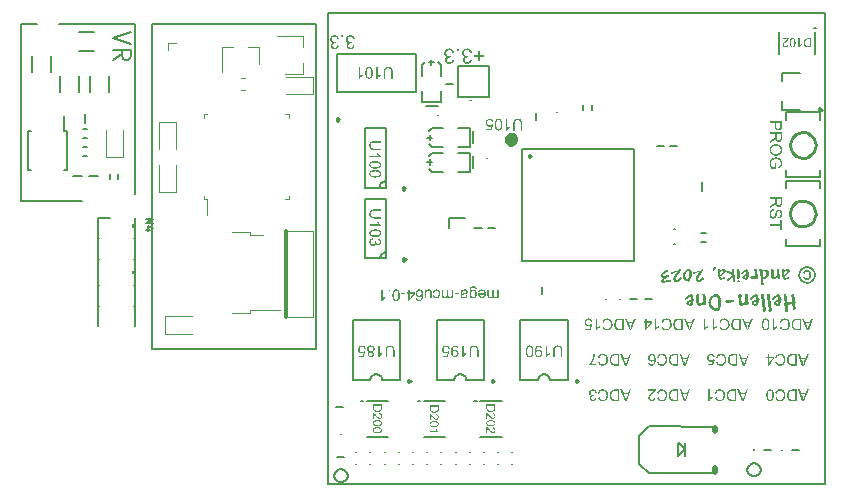
<source format=gto>
G75*
G70*
%OFA0B0*%
%FSLAX25Y25*%
%IPPOS*%
%LPD*%
%AMOC8*
5,1,8,0,0,1.08239X$1,22.5*
%
%ADD10C,0.02362*%
%ADD102C,0.00984*%
%ADD103C,0.01000*%
%ADD104C,0.00300*%
%ADD105C,0.00669*%
%ADD106C,0.00800*%
%ADD155C,0.00472*%
%ADD39C,0.00591*%
%ADD40C,0.00787*%
%ADD44C,0.01968*%
%ADD71C,0.01181*%
X0000000Y0000000D02*
%LPD*%
G01*
D39*
X0133462Y0204875D02*
X0135825Y0204875D01*
X0135825Y0204875D02*
X0134137Y0204088D01*
X0134137Y0204088D02*
X0135825Y0203300D01*
X0135825Y0203300D02*
X0133462Y0203300D01*
X0135037Y0201163D02*
X0133462Y0201163D01*
X0135937Y0201725D02*
X0134250Y0202288D01*
X0134250Y0202288D02*
X0134250Y0200826D01*
D40*
X0092047Y0269803D02*
X0092047Y0210748D01*
X0092047Y0269803D02*
X0097165Y0269803D01*
X0092047Y0210748D02*
X0112126Y0210748D01*
X0129843Y0269803D02*
X0104646Y0269803D01*
X0129843Y0213110D02*
X0129843Y0269803D01*
X0117638Y0205039D02*
X0117638Y0169213D01*
X0117638Y0205039D02*
X0121575Y0205039D01*
X0129843Y0205039D02*
X0129843Y0169213D01*
X0194252Y0273543D02*
X0354882Y0273543D01*
X0194252Y0116457D02*
X0194252Y0273543D01*
X0194252Y0116457D02*
X0360000Y0116457D01*
X0354882Y0273543D02*
X0360000Y0273543D01*
X0360000Y0116457D02*
X0360000Y0273543D01*
X0190276Y0161535D02*
X0135551Y0161535D01*
X0135551Y0269803D01*
X0190276Y0269803D01*
X0190276Y0161535D01*
X0193858Y0116063D02*
G01*
G75*
G36*
X0345562Y0210085D02*
X0345558Y0210037D01*
X0345558Y0209989D01*
X0345553Y0209932D01*
X0345549Y0209866D01*
X0345536Y0209735D01*
X0345514Y0209600D01*
X0345488Y0209469D01*
X0345470Y0209412D01*
X0345453Y0209355D01*
X0345453Y0209351D01*
X0345448Y0209342D01*
X0345440Y0209329D01*
X0345431Y0209307D01*
X0345405Y0209254D01*
X0345365Y0209193D01*
X0345313Y0209119D01*
X0345243Y0209045D01*
X0345164Y0208971D01*
X0345068Y0208905D01*
X0345064Y0208905D01*
X0345055Y0208896D01*
X0345042Y0208887D01*
X0345020Y0208879D01*
X0344994Y0208866D01*
X0344963Y0208853D01*
X0344928Y0208835D01*
X0344889Y0208818D01*
X0344797Y0208787D01*
X0344697Y0208761D01*
X0344583Y0208743D01*
X0344461Y0208735D01*
X0344457Y0208735D01*
X0344443Y0208735D01*
X0344417Y0208735D01*
X0344391Y0208739D01*
X0344352Y0208743D01*
X0344308Y0208748D01*
X0344260Y0208756D01*
X0344207Y0208769D01*
X0344094Y0208804D01*
X0344033Y0208826D01*
X0343971Y0208853D01*
X0343910Y0208883D01*
X0343849Y0208922D01*
X0343792Y0208966D01*
X0343735Y0209014D01*
X0343731Y0209018D01*
X0343722Y0209027D01*
X0343709Y0209045D01*
X0343687Y0209067D01*
X0343666Y0209097D01*
X0343639Y0209132D01*
X0343609Y0209176D01*
X0343578Y0209228D01*
X0343547Y0209285D01*
X0343517Y0209346D01*
X0343486Y0209416D01*
X0343456Y0209495D01*
X0343430Y0209578D01*
X0343403Y0209670D01*
X0343381Y0209770D01*
X0343364Y0209875D01*
X0343364Y0209871D01*
X0343360Y0209866D01*
X0343346Y0209840D01*
X0343325Y0209801D01*
X0343298Y0209753D01*
X0343268Y0209700D01*
X0343237Y0209648D01*
X0343198Y0209595D01*
X0343163Y0209552D01*
X0343159Y0209547D01*
X0343154Y0209543D01*
X0343141Y0209530D01*
X0343124Y0209512D01*
X0343102Y0209490D01*
X0343075Y0209464D01*
X0343014Y0209407D01*
X0342936Y0209342D01*
X0342844Y0209268D01*
X0342739Y0209189D01*
X0342625Y0209110D01*
X0341529Y0208411D01*
X0341529Y0209080D01*
X0342368Y0209613D01*
X0342372Y0209617D01*
X0342385Y0209622D01*
X0342403Y0209635D01*
X0342429Y0209652D01*
X0342459Y0209670D01*
X0342494Y0209696D01*
X0342573Y0209748D01*
X0342665Y0209810D01*
X0342756Y0209871D01*
X0342844Y0209936D01*
X0342923Y0209997D01*
X0342927Y0209997D01*
X0342931Y0210006D01*
X0342953Y0210024D01*
X0342988Y0210050D01*
X0343028Y0210089D01*
X0343071Y0210128D01*
X0343115Y0210177D01*
X0343159Y0210225D01*
X0343189Y0210268D01*
X0343194Y0210273D01*
X0343202Y0210290D01*
X0343215Y0210312D01*
X0343233Y0210343D01*
X0343250Y0210382D01*
X0343268Y0210421D01*
X0343285Y0210465D01*
X0343298Y0210513D01*
X0343298Y0210517D01*
X0343303Y0210531D01*
X0343307Y0210552D01*
X0343311Y0210583D01*
X0343311Y0210627D01*
X0343316Y0210679D01*
X0343320Y0210740D01*
X0343320Y0211426D01*
X0341529Y0211426D01*
X0341529Y0211960D01*
X0345562Y0211960D01*
X0345562Y0210085D01*
D02*
G37*
G36*
X0342870Y0207572D02*
X0342866Y0207572D01*
X0342857Y0207572D01*
X0342839Y0207568D01*
X0342818Y0207563D01*
X0342791Y0207559D01*
X0342765Y0207555D01*
X0342691Y0207537D01*
X0342612Y0207515D01*
X0342529Y0207489D01*
X0342446Y0207454D01*
X0342368Y0207410D01*
X0342359Y0207406D01*
X0342337Y0207384D01*
X0342302Y0207354D01*
X0342258Y0207310D01*
X0342206Y0207253D01*
X0342158Y0207183D01*
X0342105Y0207100D01*
X0342057Y0207004D01*
X0342057Y0207000D01*
X0342053Y0206991D01*
X0342049Y0206978D01*
X0342040Y0206956D01*
X0342031Y0206930D01*
X0342018Y0206899D01*
X0342009Y0206864D01*
X0342001Y0206825D01*
X0341979Y0206733D01*
X0341957Y0206624D01*
X0341944Y0206510D01*
X0341939Y0206383D01*
X0341939Y0206331D01*
X0341944Y0206305D01*
X0341944Y0206274D01*
X0341952Y0206204D01*
X0341961Y0206121D01*
X0341974Y0206029D01*
X0341996Y0205938D01*
X0342027Y0205850D01*
X0342027Y0205846D01*
X0342031Y0205842D01*
X0342036Y0205828D01*
X0342044Y0205811D01*
X0342066Y0205772D01*
X0342092Y0205719D01*
X0342127Y0205662D01*
X0342171Y0205601D01*
X0342219Y0205549D01*
X0342276Y0205501D01*
X0342285Y0205496D01*
X0342302Y0205483D01*
X0342337Y0205461D01*
X0342381Y0205439D01*
X0342433Y0205422D01*
X0342490Y0205400D01*
X0342555Y0205387D01*
X0342621Y0205383D01*
X0342625Y0205383D01*
X0342630Y0205383D01*
X0342652Y0205383D01*
X0342691Y0205387D01*
X0342735Y0205396D01*
X0342787Y0205409D01*
X0342844Y0205431D01*
X0342901Y0205457D01*
X0342953Y0205496D01*
X0342958Y0205501D01*
X0342975Y0205518D01*
X0343001Y0205544D01*
X0343036Y0205584D01*
X0343071Y0205632D01*
X0343110Y0205697D01*
X0343150Y0205772D01*
X0343189Y0205859D01*
X0343194Y0205868D01*
X0343198Y0205877D01*
X0343202Y0205894D01*
X0343207Y0205912D01*
X0343215Y0205938D01*
X0343229Y0205973D01*
X0343237Y0206008D01*
X0343250Y0206056D01*
X0343268Y0206104D01*
X0343281Y0206165D01*
X0343298Y0206230D01*
X0343320Y0206305D01*
X0343338Y0206383D01*
X0343364Y0206475D01*
X0343386Y0206576D01*
X0343386Y0206580D01*
X0343390Y0206598D01*
X0343399Y0206628D01*
X0343408Y0206663D01*
X0343421Y0206711D01*
X0343434Y0206764D01*
X0343451Y0206816D01*
X0343469Y0206877D01*
X0343508Y0207008D01*
X0343552Y0207135D01*
X0343574Y0207196D01*
X0343596Y0207253D01*
X0343617Y0207305D01*
X0343639Y0207349D01*
X0343639Y0207354D01*
X0343648Y0207362D01*
X0343657Y0207375D01*
X0343666Y0207397D01*
X0343696Y0207450D01*
X0343740Y0207511D01*
X0343797Y0207585D01*
X0343858Y0207655D01*
X0343932Y0207725D01*
X0344011Y0207782D01*
X0344015Y0207782D01*
X0344019Y0207786D01*
X0344033Y0207795D01*
X0344050Y0207804D01*
X0344098Y0207826D01*
X0344159Y0207852D01*
X0344234Y0207878D01*
X0344321Y0207900D01*
X0344417Y0207917D01*
X0344518Y0207922D01*
X0344522Y0207922D01*
X0344531Y0207922D01*
X0344548Y0207922D01*
X0344570Y0207917D01*
X0344596Y0207917D01*
X0344627Y0207913D01*
X0344705Y0207900D01*
X0344793Y0207878D01*
X0344885Y0207852D01*
X0344985Y0207808D01*
X0345086Y0207751D01*
X0345090Y0207751D01*
X0345099Y0207743D01*
X0345112Y0207734D01*
X0345129Y0207721D01*
X0345178Y0207677D01*
X0345239Y0207620D01*
X0345304Y0207550D01*
X0345370Y0207463D01*
X0345435Y0207362D01*
X0345492Y0207244D01*
X0345492Y0207240D01*
X0345496Y0207231D01*
X0345505Y0207209D01*
X0345514Y0207187D01*
X0345523Y0207157D01*
X0345536Y0207118D01*
X0345549Y0207074D01*
X0345562Y0207026D01*
X0345575Y0206973D01*
X0345588Y0206917D01*
X0345610Y0206794D01*
X0345628Y0206654D01*
X0345632Y0206506D01*
X0345632Y0206431D01*
X0345628Y0206392D01*
X0345623Y0206344D01*
X0345619Y0206296D01*
X0345615Y0206239D01*
X0345597Y0206117D01*
X0345571Y0205981D01*
X0345531Y0205846D01*
X0345483Y0205715D01*
X0345483Y0205710D01*
X0345475Y0205702D01*
X0345470Y0205680D01*
X0345457Y0205658D01*
X0345440Y0205632D01*
X0345422Y0205597D01*
X0345379Y0205523D01*
X0345317Y0205435D01*
X0345243Y0205348D01*
X0345160Y0205265D01*
X0345059Y0205190D01*
X0345055Y0205186D01*
X0345046Y0205182D01*
X0345033Y0205173D01*
X0345011Y0205160D01*
X0344985Y0205147D01*
X0344955Y0205129D01*
X0344915Y0205116D01*
X0344876Y0205094D01*
X0344784Y0205059D01*
X0344675Y0205029D01*
X0344557Y0205002D01*
X0344426Y0204989D01*
X0344387Y0205501D01*
X0344391Y0205501D01*
X0344404Y0205505D01*
X0344422Y0205505D01*
X0344448Y0205509D01*
X0344483Y0205518D01*
X0344518Y0205527D01*
X0344601Y0205553D01*
X0344692Y0205588D01*
X0344789Y0205641D01*
X0344880Y0205702D01*
X0344920Y0205741D01*
X0344959Y0205785D01*
X0344963Y0205789D01*
X0344968Y0205794D01*
X0344977Y0205811D01*
X0344990Y0205828D01*
X0345003Y0205855D01*
X0345020Y0205885D01*
X0345038Y0205920D01*
X0345059Y0205960D01*
X0345077Y0206008D01*
X0345094Y0206060D01*
X0345112Y0206117D01*
X0345125Y0206178D01*
X0345138Y0206248D01*
X0345147Y0206322D01*
X0345156Y0206401D01*
X0345156Y0206528D01*
X0345151Y0206563D01*
X0345151Y0206602D01*
X0345147Y0206646D01*
X0345143Y0206698D01*
X0345134Y0206751D01*
X0345112Y0206869D01*
X0345081Y0206982D01*
X0345038Y0207091D01*
X0345007Y0207144D01*
X0344977Y0207187D01*
X0344977Y0207192D01*
X0344968Y0207196D01*
X0344946Y0207222D01*
X0344907Y0207257D01*
X0344854Y0207297D01*
X0344793Y0207336D01*
X0344719Y0207371D01*
X0344640Y0207397D01*
X0344596Y0207402D01*
X0344548Y0207406D01*
X0344544Y0207406D01*
X0344539Y0207406D01*
X0344513Y0207402D01*
X0344474Y0207397D01*
X0344426Y0207388D01*
X0344369Y0207367D01*
X0344308Y0207340D01*
X0344251Y0207305D01*
X0344194Y0207253D01*
X0344190Y0207244D01*
X0344181Y0207236D01*
X0344168Y0207218D01*
X0344155Y0207196D01*
X0344142Y0207170D01*
X0344124Y0207135D01*
X0344102Y0207096D01*
X0344081Y0207048D01*
X0344059Y0206991D01*
X0344037Y0206925D01*
X0344011Y0206851D01*
X0343985Y0206764D01*
X0343958Y0206672D01*
X0343928Y0206567D01*
X0343901Y0206449D01*
X0343901Y0206440D01*
X0343897Y0206418D01*
X0343888Y0206388D01*
X0343875Y0206344D01*
X0343866Y0206292D01*
X0343849Y0206230D01*
X0343836Y0206165D01*
X0343814Y0206095D01*
X0343775Y0205946D01*
X0343735Y0205798D01*
X0343713Y0205728D01*
X0343692Y0205667D01*
X0343670Y0205606D01*
X0343648Y0205558D01*
X0343648Y0205553D01*
X0343639Y0205540D01*
X0343631Y0205523D01*
X0343617Y0205501D01*
X0343604Y0205470D01*
X0343582Y0205435D01*
X0343534Y0205361D01*
X0343478Y0205273D01*
X0343408Y0205190D01*
X0343325Y0205107D01*
X0343281Y0205072D01*
X0343237Y0205037D01*
X0343233Y0205037D01*
X0343224Y0205029D01*
X0343211Y0205020D01*
X0343194Y0205011D01*
X0343172Y0204998D01*
X0343141Y0204985D01*
X0343071Y0204950D01*
X0342988Y0204920D01*
X0342892Y0204893D01*
X0342783Y0204876D01*
X0342665Y0204867D01*
X0342660Y0204867D01*
X0342652Y0204867D01*
X0342634Y0204867D01*
X0342612Y0204871D01*
X0342582Y0204871D01*
X0342551Y0204876D01*
X0342468Y0204889D01*
X0342376Y0204911D01*
X0342276Y0204946D01*
X0342171Y0204994D01*
X0342114Y0205020D01*
X0342062Y0205055D01*
X0342057Y0205055D01*
X0342049Y0205064D01*
X0342036Y0205072D01*
X0342014Y0205090D01*
X0341966Y0205129D01*
X0341900Y0205190D01*
X0341830Y0205265D01*
X0341756Y0205356D01*
X0341686Y0205461D01*
X0341620Y0205584D01*
X0341620Y0205588D01*
X0341612Y0205601D01*
X0341607Y0205619D01*
X0341594Y0205645D01*
X0341585Y0205676D01*
X0341572Y0205715D01*
X0341555Y0205759D01*
X0341542Y0205811D01*
X0341529Y0205863D01*
X0341511Y0205925D01*
X0341489Y0206056D01*
X0341472Y0206200D01*
X0341463Y0206357D01*
X0341463Y0206410D01*
X0341467Y0206449D01*
X0341467Y0206497D01*
X0341472Y0206550D01*
X0341476Y0206611D01*
X0341485Y0206681D01*
X0341502Y0206825D01*
X0341529Y0206978D01*
X0341568Y0207131D01*
X0341620Y0207279D01*
X0341620Y0207284D01*
X0341629Y0207297D01*
X0341638Y0207314D01*
X0341651Y0207340D01*
X0341668Y0207371D01*
X0341686Y0207406D01*
X0341738Y0207489D01*
X0341804Y0207581D01*
X0341887Y0207677D01*
X0341983Y0207773D01*
X0342097Y0207856D01*
X0342101Y0207861D01*
X0342110Y0207865D01*
X0342127Y0207874D01*
X0342153Y0207887D01*
X0342184Y0207904D01*
X0342219Y0207922D01*
X0342263Y0207944D01*
X0342311Y0207961D01*
X0342359Y0207983D01*
X0342416Y0208000D01*
X0342542Y0208035D01*
X0342678Y0208061D01*
X0342752Y0208070D01*
X0342826Y0208075D01*
X0342870Y0207572D01*
D02*
G37*
G36*
X0345562Y0201253D02*
X0345086Y0201253D01*
X0345086Y0202582D01*
X0341529Y0202582D01*
X0341529Y0203115D01*
X0345086Y0203115D01*
X0345086Y0204443D01*
X0345562Y0204443D01*
X0345562Y0201253D01*
D02*
G37*
G36*
X0345562Y0235752D02*
X0345558Y0235664D01*
X0345553Y0235564D01*
X0345545Y0235463D01*
X0345536Y0235367D01*
X0345531Y0235319D01*
X0345523Y0235280D01*
X0345523Y0235275D01*
X0345518Y0235267D01*
X0345518Y0235249D01*
X0345514Y0235232D01*
X0345505Y0235205D01*
X0345501Y0235175D01*
X0345479Y0235105D01*
X0345453Y0235026D01*
X0345418Y0234943D01*
X0345379Y0234860D01*
X0345330Y0234782D01*
X0345330Y0234777D01*
X0345326Y0234773D01*
X0345304Y0234747D01*
X0345274Y0234712D01*
X0345230Y0234663D01*
X0345178Y0234615D01*
X0345108Y0234559D01*
X0345033Y0234506D01*
X0344942Y0234458D01*
X0344937Y0234458D01*
X0344928Y0234454D01*
X0344915Y0234445D01*
X0344898Y0234436D01*
X0344876Y0234428D01*
X0344845Y0234419D01*
X0344780Y0234393D01*
X0344697Y0234371D01*
X0344605Y0234349D01*
X0344500Y0234336D01*
X0344391Y0234331D01*
X0344387Y0234331D01*
X0344369Y0234331D01*
X0344343Y0234331D01*
X0344303Y0234336D01*
X0344260Y0234340D01*
X0344212Y0234349D01*
X0344155Y0234358D01*
X0344089Y0234371D01*
X0344024Y0234388D01*
X0343954Y0234410D01*
X0343884Y0234436D01*
X0343810Y0234471D01*
X0343735Y0234506D01*
X0343661Y0234550D01*
X0343591Y0234602D01*
X0343521Y0234659D01*
X0343517Y0234663D01*
X0343508Y0234677D01*
X0343491Y0234694D01*
X0343464Y0234725D01*
X0343438Y0234760D01*
X0343408Y0234808D01*
X0343377Y0234864D01*
X0343346Y0234930D01*
X0343311Y0235009D01*
X0343281Y0235092D01*
X0343250Y0235192D01*
X0343224Y0235297D01*
X0343202Y0235420D01*
X0343185Y0235551D01*
X0343172Y0235690D01*
X0343167Y0235848D01*
X0343167Y0236879D01*
X0341528Y0236879D01*
X0341528Y0237412D01*
X0345562Y0237412D01*
X0345562Y0235752D01*
D02*
G37*
G36*
X0345562Y0231771D02*
X0345558Y0231722D01*
X0345558Y0231674D01*
X0345553Y0231618D01*
X0345549Y0231552D01*
X0345536Y0231421D01*
X0345514Y0231286D01*
X0345488Y0231154D01*
X0345470Y0231098D01*
X0345453Y0231041D01*
X0345453Y0231036D01*
X0345448Y0231028D01*
X0345440Y0231015D01*
X0345431Y0230993D01*
X0345405Y0230940D01*
X0345365Y0230879D01*
X0345313Y0230805D01*
X0345243Y0230730D01*
X0345164Y0230656D01*
X0345068Y0230591D01*
X0345064Y0230591D01*
X0345055Y0230582D01*
X0345042Y0230573D01*
X0345020Y0230564D01*
X0344994Y0230551D01*
X0344963Y0230538D01*
X0344928Y0230521D01*
X0344889Y0230503D01*
X0344797Y0230473D01*
X0344697Y0230446D01*
X0344583Y0230429D01*
X0344461Y0230420D01*
X0344456Y0230420D01*
X0344443Y0230420D01*
X0344417Y0230420D01*
X0344391Y0230425D01*
X0344352Y0230429D01*
X0344308Y0230433D01*
X0344260Y0230442D01*
X0344207Y0230455D01*
X0344094Y0230490D01*
X0344032Y0230512D01*
X0343971Y0230538D01*
X0343910Y0230569D01*
X0343849Y0230608D01*
X0343792Y0230652D01*
X0343735Y0230700D01*
X0343731Y0230704D01*
X0343722Y0230713D01*
X0343709Y0230730D01*
X0343687Y0230752D01*
X0343666Y0230783D01*
X0343639Y0230818D01*
X0343609Y0230862D01*
X0343578Y0230914D01*
X0343547Y0230971D01*
X0343517Y0231032D01*
X0343486Y0231102D01*
X0343456Y0231181D01*
X0343430Y0231264D01*
X0343403Y0231355D01*
X0343381Y0231456D01*
X0343364Y0231561D01*
X0343364Y0231556D01*
X0343360Y0231552D01*
X0343346Y0231526D01*
X0343325Y0231487D01*
X0343298Y0231438D01*
X0343268Y0231386D01*
X0343237Y0231334D01*
X0343198Y0231281D01*
X0343163Y0231237D01*
X0343159Y0231233D01*
X0343154Y0231229D01*
X0343141Y0231216D01*
X0343124Y0231198D01*
X0343102Y0231176D01*
X0343075Y0231150D01*
X0343014Y0231093D01*
X0342936Y0231028D01*
X0342844Y0230953D01*
X0342739Y0230875D01*
X0342625Y0230796D01*
X0341528Y0230097D01*
X0341528Y0230765D01*
X0342368Y0231299D01*
X0342372Y0231303D01*
X0342385Y0231307D01*
X0342403Y0231321D01*
X0342429Y0231338D01*
X0342459Y0231355D01*
X0342494Y0231382D01*
X0342573Y0231434D01*
X0342665Y0231495D01*
X0342756Y0231556D01*
X0342844Y0231622D01*
X0342923Y0231683D01*
X0342927Y0231683D01*
X0342931Y0231692D01*
X0342953Y0231709D01*
X0342988Y0231736D01*
X0343028Y0231775D01*
X0343071Y0231814D01*
X0343115Y0231862D01*
X0343159Y0231910D01*
X0343189Y0231954D01*
X0343194Y0231958D01*
X0343202Y0231976D01*
X0343215Y0231998D01*
X0343233Y0232028D01*
X0343250Y0232068D01*
X0343268Y0232107D01*
X0343285Y0232151D01*
X0343298Y0232199D01*
X0343298Y0232203D01*
X0343303Y0232216D01*
X0343307Y0232238D01*
X0343311Y0232269D01*
X0343311Y0232313D01*
X0343316Y0232365D01*
X0343320Y0232426D01*
X0343320Y0233112D01*
X0341528Y0233112D01*
X0341528Y0233645D01*
X0345562Y0233645D01*
X0345562Y0231771D01*
D02*
G37*
G36*
X0343561Y0229743D02*
X0343587Y0229743D01*
X0343657Y0229738D01*
X0343740Y0229730D01*
X0343840Y0229717D01*
X0343945Y0229704D01*
X0344063Y0229682D01*
X0344190Y0229651D01*
X0344317Y0229616D01*
X0344448Y0229573D01*
X0344579Y0229520D01*
X0344710Y0229459D01*
X0344832Y0229389D01*
X0344955Y0229306D01*
X0345064Y0229210D01*
X0345068Y0229205D01*
X0345090Y0229183D01*
X0345116Y0229153D01*
X0345151Y0229114D01*
X0345195Y0229057D01*
X0345243Y0228996D01*
X0345295Y0228921D01*
X0345348Y0228834D01*
X0345400Y0228738D01*
X0345453Y0228633D01*
X0345501Y0228519D01*
X0345545Y0228393D01*
X0345580Y0228261D01*
X0345606Y0228122D01*
X0345628Y0227973D01*
X0345632Y0227816D01*
X0345632Y0227763D01*
X0345628Y0227724D01*
X0345623Y0227672D01*
X0345619Y0227615D01*
X0345610Y0227553D01*
X0345597Y0227484D01*
X0345584Y0227405D01*
X0345566Y0227326D01*
X0345545Y0227243D01*
X0345518Y0227156D01*
X0345488Y0227068D01*
X0345453Y0226981D01*
X0345414Y0226898D01*
X0345365Y0226811D01*
X0345361Y0226806D01*
X0345352Y0226789D01*
X0345339Y0226767D01*
X0345317Y0226736D01*
X0345291Y0226697D01*
X0345256Y0226658D01*
X0345217Y0226610D01*
X0345173Y0226557D01*
X0345121Y0226500D01*
X0345064Y0226443D01*
X0345003Y0226387D01*
X0344937Y0226330D01*
X0344867Y0226277D01*
X0344789Y0226221D01*
X0344705Y0226173D01*
X0344618Y0226125D01*
X0344614Y0226120D01*
X0344596Y0226116D01*
X0344570Y0226103D01*
X0344535Y0226090D01*
X0344491Y0226068D01*
X0344435Y0226050D01*
X0344373Y0226028D01*
X0344303Y0226006D01*
X0344229Y0225985D01*
X0344146Y0225963D01*
X0344054Y0225941D01*
X0343963Y0225924D01*
X0343862Y0225910D01*
X0343757Y0225897D01*
X0343652Y0225893D01*
X0343539Y0225889D01*
X0343530Y0225889D01*
X0343512Y0225889D01*
X0343478Y0225889D01*
X0343434Y0225893D01*
X0343381Y0225897D01*
X0343320Y0225902D01*
X0343250Y0225910D01*
X0343172Y0225919D01*
X0343089Y0225932D01*
X0343001Y0225950D01*
X0342909Y0225967D01*
X0342818Y0225993D01*
X0342722Y0226024D01*
X0342630Y0226055D01*
X0342534Y0226094D01*
X0342442Y0226138D01*
X0342438Y0226142D01*
X0342420Y0226151D01*
X0342394Y0226164D01*
X0342363Y0226181D01*
X0342324Y0226208D01*
X0342276Y0226238D01*
X0342223Y0226277D01*
X0342167Y0226317D01*
X0342110Y0226365D01*
X0342049Y0226417D01*
X0341987Y0226478D01*
X0341926Y0226540D01*
X0341869Y0226605D01*
X0341813Y0226680D01*
X0341756Y0226758D01*
X0341708Y0226841D01*
X0341703Y0226846D01*
X0341699Y0226863D01*
X0341686Y0226885D01*
X0341668Y0226920D01*
X0341651Y0226964D01*
X0341629Y0227012D01*
X0341607Y0227068D01*
X0341585Y0227134D01*
X0341563Y0227204D01*
X0341542Y0227278D01*
X0341520Y0227361D01*
X0341502Y0227444D01*
X0341472Y0227628D01*
X0341467Y0227724D01*
X0341463Y0227820D01*
X0341463Y0227877D01*
X0341467Y0227916D01*
X0341472Y0227964D01*
X0341476Y0228025D01*
X0341485Y0228087D01*
X0341498Y0228161D01*
X0341511Y0228235D01*
X0341528Y0228318D01*
X0341550Y0228401D01*
X0341577Y0228489D01*
X0341607Y0228576D01*
X0341647Y0228664D01*
X0341686Y0228751D01*
X0341734Y0228838D01*
X0341738Y0228843D01*
X0341747Y0228856D01*
X0341764Y0228882D01*
X0341786Y0228913D01*
X0341813Y0228947D01*
X0341848Y0228991D01*
X0341887Y0229039D01*
X0341931Y0229092D01*
X0341983Y0229149D01*
X0342040Y0229201D01*
X0342101Y0229258D01*
X0342167Y0229315D01*
X0342241Y0229371D01*
X0342315Y0229424D01*
X0342398Y0229472D01*
X0342486Y0229520D01*
X0342490Y0229524D01*
X0342507Y0229529D01*
X0342534Y0229542D01*
X0342569Y0229555D01*
X0342612Y0229573D01*
X0342665Y0229590D01*
X0342722Y0229612D01*
X0342791Y0229634D01*
X0342861Y0229656D01*
X0342940Y0229677D01*
X0343023Y0229695D01*
X0343110Y0229712D01*
X0343294Y0229738D01*
X0343395Y0229743D01*
X0343491Y0229747D01*
X0343495Y0229747D01*
X0343504Y0229747D01*
X0343517Y0229747D01*
X0343534Y0229747D01*
X0343561Y0229743D01*
D02*
G37*
G36*
X0343626Y0225329D02*
X0343679Y0225325D01*
X0343740Y0225320D01*
X0343810Y0225312D01*
X0343884Y0225303D01*
X0343967Y0225290D01*
X0344054Y0225272D01*
X0344238Y0225229D01*
X0344334Y0225203D01*
X0344430Y0225168D01*
X0344526Y0225133D01*
X0344623Y0225089D01*
X0344627Y0225084D01*
X0344644Y0225076D01*
X0344671Y0225063D01*
X0344705Y0225045D01*
X0344749Y0225019D01*
X0344797Y0224988D01*
X0344850Y0224949D01*
X0344911Y0224910D01*
X0344972Y0224862D01*
X0345033Y0224809D01*
X0345094Y0224752D01*
X0345160Y0224687D01*
X0345221Y0224621D01*
X0345278Y0224547D01*
X0345335Y0224468D01*
X0345383Y0224385D01*
X0345387Y0224381D01*
X0345392Y0224363D01*
X0345405Y0224337D01*
X0345422Y0224302D01*
X0345440Y0224258D01*
X0345461Y0224206D01*
X0345483Y0224145D01*
X0345510Y0224079D01*
X0345531Y0224005D01*
X0345553Y0223922D01*
X0345575Y0223835D01*
X0345593Y0223739D01*
X0345610Y0223642D01*
X0345623Y0223538D01*
X0345628Y0223428D01*
X0345632Y0223319D01*
X0345632Y0223245D01*
X0345628Y0223205D01*
X0345623Y0223162D01*
X0345619Y0223114D01*
X0345615Y0223057D01*
X0345597Y0222934D01*
X0345571Y0222799D01*
X0345536Y0222663D01*
X0345488Y0222528D01*
X0345488Y0222524D01*
X0345483Y0222511D01*
X0345475Y0222493D01*
X0345461Y0222471D01*
X0345448Y0222441D01*
X0345431Y0222406D01*
X0345387Y0222327D01*
X0345330Y0222235D01*
X0345265Y0222143D01*
X0345186Y0222056D01*
X0345094Y0221973D01*
X0345090Y0221969D01*
X0345081Y0221964D01*
X0345068Y0221956D01*
X0345051Y0221938D01*
X0345024Y0221925D01*
X0344994Y0221903D01*
X0344959Y0221881D01*
X0344915Y0221859D01*
X0344872Y0221833D01*
X0344823Y0221811D01*
X0344767Y0221785D01*
X0344710Y0221759D01*
X0344579Y0221711D01*
X0344435Y0221667D01*
X0344303Y0222152D01*
X0344308Y0222152D01*
X0344317Y0222157D01*
X0344334Y0222161D01*
X0344356Y0222170D01*
X0344378Y0222178D01*
X0344408Y0222187D01*
X0344478Y0222213D01*
X0344557Y0222248D01*
X0344636Y0222288D01*
X0344714Y0222331D01*
X0344784Y0222379D01*
X0344793Y0222384D01*
X0344815Y0222406D01*
X0344845Y0222436D01*
X0344889Y0222476D01*
X0344933Y0222532D01*
X0344981Y0222598D01*
X0345024Y0222677D01*
X0345068Y0222764D01*
X0345068Y0222768D01*
X0345073Y0222777D01*
X0345077Y0222790D01*
X0345086Y0222808D01*
X0345094Y0222830D01*
X0345103Y0222860D01*
X0345125Y0222926D01*
X0345143Y0223009D01*
X0345160Y0223100D01*
X0345173Y0223205D01*
X0345178Y0223315D01*
X0345178Y0223376D01*
X0345173Y0223406D01*
X0345173Y0223446D01*
X0345169Y0223485D01*
X0345164Y0223533D01*
X0345151Y0223629D01*
X0345129Y0223739D01*
X0345103Y0223843D01*
X0345064Y0223948D01*
X0345064Y0223953D01*
X0345059Y0223961D01*
X0345051Y0223975D01*
X0345042Y0223992D01*
X0345020Y0224040D01*
X0344985Y0224101D01*
X0344942Y0224171D01*
X0344889Y0224241D01*
X0344832Y0224315D01*
X0344767Y0224381D01*
X0344758Y0224390D01*
X0344736Y0224407D01*
X0344697Y0224438D01*
X0344649Y0224473D01*
X0344592Y0224512D01*
X0344522Y0224556D01*
X0344448Y0224595D01*
X0344369Y0224630D01*
X0344365Y0224630D01*
X0344352Y0224634D01*
X0344334Y0224643D01*
X0344303Y0224652D01*
X0344268Y0224665D01*
X0344229Y0224678D01*
X0344181Y0224691D01*
X0344129Y0224704D01*
X0344072Y0224722D01*
X0344006Y0224735D01*
X0343871Y0224757D01*
X0343718Y0224774D01*
X0343556Y0224783D01*
X0343552Y0224783D01*
X0343534Y0224783D01*
X0343504Y0224783D01*
X0343469Y0224779D01*
X0343421Y0224779D01*
X0343368Y0224774D01*
X0343307Y0224766D01*
X0343242Y0224761D01*
X0343097Y0224739D01*
X0342949Y0224704D01*
X0342796Y0224661D01*
X0342652Y0224599D01*
X0342647Y0224595D01*
X0342634Y0224591D01*
X0342617Y0224582D01*
X0342590Y0224564D01*
X0342564Y0224547D01*
X0342529Y0224521D01*
X0342451Y0224464D01*
X0342363Y0224385D01*
X0342271Y0224293D01*
X0342188Y0224189D01*
X0342149Y0224127D01*
X0342114Y0224062D01*
X0342114Y0224057D01*
X0342105Y0224044D01*
X0342097Y0224027D01*
X0342088Y0224001D01*
X0342075Y0223966D01*
X0342057Y0223926D01*
X0342044Y0223883D01*
X0342027Y0223835D01*
X0342009Y0223782D01*
X0341996Y0223721D01*
X0341966Y0223594D01*
X0341948Y0223455D01*
X0341939Y0223306D01*
X0341939Y0223271D01*
X0341944Y0223245D01*
X0341944Y0223214D01*
X0341948Y0223179D01*
X0341952Y0223140D01*
X0341957Y0223092D01*
X0341970Y0222991D01*
X0341996Y0222878D01*
X0342027Y0222755D01*
X0342070Y0222633D01*
X0342070Y0222628D01*
X0342075Y0222620D01*
X0342083Y0222602D01*
X0342092Y0222576D01*
X0342105Y0222550D01*
X0342123Y0222519D01*
X0342158Y0222445D01*
X0342202Y0222362D01*
X0342250Y0222279D01*
X0342298Y0222200D01*
X0342354Y0222130D01*
X0343110Y0222130D01*
X0343110Y0223315D01*
X0343587Y0223315D01*
X0343587Y0221606D01*
X0342088Y0221606D01*
X0342083Y0221610D01*
X0342075Y0221623D01*
X0342057Y0221645D01*
X0342036Y0221676D01*
X0342009Y0221711D01*
X0341983Y0221755D01*
X0341948Y0221803D01*
X0341913Y0221855D01*
X0341878Y0221912D01*
X0341839Y0221977D01*
X0341760Y0222113D01*
X0341686Y0222262D01*
X0341620Y0222419D01*
X0341620Y0222423D01*
X0341612Y0222436D01*
X0341607Y0222458D01*
X0341594Y0222493D01*
X0341585Y0222528D01*
X0341572Y0222576D01*
X0341555Y0222624D01*
X0341542Y0222681D01*
X0341528Y0222747D01*
X0341511Y0222812D01*
X0341489Y0222956D01*
X0341472Y0223114D01*
X0341463Y0223275D01*
X0341463Y0223332D01*
X0341467Y0223376D01*
X0341472Y0223428D01*
X0341476Y0223489D01*
X0341485Y0223559D01*
X0341494Y0223634D01*
X0341507Y0223712D01*
X0341524Y0223800D01*
X0341546Y0223887D01*
X0341572Y0223983D01*
X0341598Y0224075D01*
X0341633Y0224167D01*
X0341673Y0224263D01*
X0341716Y0224355D01*
X0341721Y0224359D01*
X0341730Y0224377D01*
X0341743Y0224403D01*
X0341764Y0224433D01*
X0341791Y0224473D01*
X0341821Y0224521D01*
X0341861Y0224573D01*
X0341904Y0224630D01*
X0341952Y0224687D01*
X0342009Y0224748D01*
X0342066Y0224809D01*
X0342132Y0224870D01*
X0342206Y0224927D01*
X0342280Y0224984D01*
X0342363Y0225041D01*
X0342451Y0225089D01*
X0342455Y0225093D01*
X0342473Y0225098D01*
X0342499Y0225111D01*
X0342534Y0225128D01*
X0342582Y0225146D01*
X0342634Y0225168D01*
X0342695Y0225189D01*
X0342765Y0225211D01*
X0342839Y0225233D01*
X0342923Y0225255D01*
X0343014Y0225277D01*
X0343106Y0225294D01*
X0343207Y0225312D01*
X0343307Y0225325D01*
X0343416Y0225329D01*
X0343526Y0225334D01*
X0343534Y0225334D01*
X0343552Y0225334D01*
X0343582Y0225334D01*
X0343626Y0225329D01*
D02*
G37*
G36*
X0199371Y0265350D02*
X0198736Y0265350D01*
X0198736Y0265984D01*
X0199371Y0265984D01*
X0199371Y0265350D01*
D02*
G37*
G36*
X0201826Y0266058D02*
X0201865Y0266058D01*
X0201919Y0266053D01*
X0201978Y0266043D01*
X0202042Y0266033D01*
X0202116Y0266019D01*
X0202195Y0265999D01*
X0202274Y0265974D01*
X0202357Y0265950D01*
X0202441Y0265915D01*
X0202524Y0265871D01*
X0202603Y0265827D01*
X0202687Y0265773D01*
X0202761Y0265709D01*
X0202766Y0265704D01*
X0202775Y0265694D01*
X0202795Y0265674D01*
X0202825Y0265645D01*
X0202854Y0265610D01*
X0202889Y0265566D01*
X0202923Y0265517D01*
X0202962Y0265458D01*
X0203002Y0265399D01*
X0203041Y0265325D01*
X0203081Y0265251D01*
X0203115Y0265168D01*
X0203144Y0265079D01*
X0203174Y0264986D01*
X0203194Y0264887D01*
X0203208Y0264784D01*
X0202652Y0264710D01*
X0202652Y0264715D01*
X0202647Y0264730D01*
X0202643Y0264754D01*
X0202633Y0264789D01*
X0202623Y0264828D01*
X0202613Y0264872D01*
X0202579Y0264976D01*
X0202534Y0265089D01*
X0202480Y0265202D01*
X0202411Y0265305D01*
X0202372Y0265350D01*
X0202333Y0265394D01*
X0202328Y0265394D01*
X0202323Y0265404D01*
X0202308Y0265414D01*
X0202293Y0265428D01*
X0202244Y0265458D01*
X0202175Y0265497D01*
X0202092Y0265537D01*
X0201998Y0265566D01*
X0201885Y0265591D01*
X0201767Y0265601D01*
X0201727Y0265601D01*
X0201698Y0265596D01*
X0201668Y0265591D01*
X0201624Y0265586D01*
X0201536Y0265566D01*
X0201427Y0265537D01*
X0201314Y0265487D01*
X0201260Y0265453D01*
X0201206Y0265418D01*
X0201152Y0265379D01*
X0201098Y0265330D01*
X0201093Y0265325D01*
X0201088Y0265315D01*
X0201073Y0265300D01*
X0201053Y0265281D01*
X0201034Y0265256D01*
X0201014Y0265222D01*
X0200989Y0265187D01*
X0200960Y0265143D01*
X0200911Y0265045D01*
X0200871Y0264931D01*
X0200837Y0264799D01*
X0200832Y0264730D01*
X0200827Y0264656D01*
X0200827Y0264651D01*
X0200827Y0264641D01*
X0200827Y0264617D01*
X0200832Y0264592D01*
X0200837Y0264558D01*
X0200842Y0264523D01*
X0200857Y0264435D01*
X0200891Y0264331D01*
X0200935Y0264228D01*
X0200965Y0264174D01*
X0200999Y0264125D01*
X0201039Y0264075D01*
X0201083Y0264026D01*
X0201088Y0264021D01*
X0201093Y0264016D01*
X0201108Y0264002D01*
X0201127Y0263987D01*
X0201152Y0263967D01*
X0201181Y0263947D01*
X0201255Y0263898D01*
X0201349Y0263854D01*
X0201457Y0263815D01*
X0201580Y0263785D01*
X0201649Y0263780D01*
X0201718Y0263775D01*
X0201747Y0263775D01*
X0201782Y0263780D01*
X0201826Y0263780D01*
X0201885Y0263790D01*
X0201949Y0263800D01*
X0202028Y0263815D01*
X0202111Y0263834D01*
X0202052Y0263347D01*
X0202042Y0263347D01*
X0202018Y0263352D01*
X0201988Y0263357D01*
X0201924Y0263357D01*
X0201900Y0263352D01*
X0201865Y0263352D01*
X0201831Y0263347D01*
X0201747Y0263332D01*
X0201649Y0263313D01*
X0201541Y0263278D01*
X0201427Y0263234D01*
X0201319Y0263170D01*
X0201314Y0263170D01*
X0201304Y0263160D01*
X0201294Y0263150D01*
X0201275Y0263136D01*
X0201226Y0263091D01*
X0201172Y0263027D01*
X0201122Y0262949D01*
X0201073Y0262850D01*
X0201053Y0262796D01*
X0201044Y0262732D01*
X0201034Y0262668D01*
X0201029Y0262599D01*
X0201029Y0262594D01*
X0201029Y0262585D01*
X0201029Y0262570D01*
X0201034Y0262545D01*
X0201039Y0262491D01*
X0201053Y0262417D01*
X0201078Y0262339D01*
X0201117Y0262255D01*
X0201172Y0262166D01*
X0201201Y0262127D01*
X0201240Y0262088D01*
X0201250Y0262078D01*
X0201280Y0262058D01*
X0201324Y0262024D01*
X0201383Y0261984D01*
X0201462Y0261950D01*
X0201555Y0261915D01*
X0201659Y0261896D01*
X0201777Y0261886D01*
X0201806Y0261886D01*
X0201831Y0261891D01*
X0201860Y0261891D01*
X0201890Y0261896D01*
X0201969Y0261911D01*
X0202052Y0261935D01*
X0202146Y0261975D01*
X0202234Y0262024D01*
X0202323Y0262093D01*
X0202333Y0262102D01*
X0202357Y0262132D01*
X0202397Y0262176D01*
X0202436Y0262245D01*
X0202485Y0262329D01*
X0202529Y0262437D01*
X0202569Y0262560D01*
X0202598Y0262703D01*
X0203154Y0262604D01*
X0203154Y0262599D01*
X0203149Y0262580D01*
X0203144Y0262550D01*
X0203135Y0262511D01*
X0203120Y0262467D01*
X0203105Y0262412D01*
X0203085Y0262353D01*
X0203061Y0262289D01*
X0202997Y0262147D01*
X0202962Y0262078D01*
X0202918Y0262004D01*
X0202869Y0261935D01*
X0202815Y0261866D01*
X0202756Y0261797D01*
X0202692Y0261738D01*
X0202687Y0261733D01*
X0202677Y0261724D01*
X0202652Y0261709D01*
X0202628Y0261689D01*
X0202589Y0261665D01*
X0202549Y0261640D01*
X0202500Y0261610D01*
X0202441Y0261581D01*
X0202382Y0261556D01*
X0202313Y0261527D01*
X0202239Y0261502D01*
X0202160Y0261478D01*
X0202072Y0261458D01*
X0201983Y0261443D01*
X0201890Y0261433D01*
X0201791Y0261428D01*
X0201727Y0261428D01*
X0201693Y0261433D01*
X0201659Y0261438D01*
X0201565Y0261448D01*
X0201462Y0261468D01*
X0201344Y0261497D01*
X0201226Y0261537D01*
X0201108Y0261591D01*
X0201103Y0261591D01*
X0201093Y0261596D01*
X0201078Y0261606D01*
X0201053Y0261620D01*
X0200999Y0261655D01*
X0200930Y0261704D01*
X0200852Y0261768D01*
X0200773Y0261842D01*
X0200694Y0261925D01*
X0200625Y0262024D01*
X0200625Y0262029D01*
X0200621Y0262034D01*
X0200611Y0262053D01*
X0200601Y0262073D01*
X0200586Y0262098D01*
X0200571Y0262127D01*
X0200542Y0262201D01*
X0200512Y0262289D01*
X0200483Y0262388D01*
X0200463Y0262496D01*
X0200458Y0262609D01*
X0200458Y0262614D01*
X0200458Y0262624D01*
X0200458Y0262639D01*
X0200458Y0262658D01*
X0200468Y0262717D01*
X0200478Y0262786D01*
X0200497Y0262870D01*
X0200527Y0262959D01*
X0200566Y0263052D01*
X0200621Y0263145D01*
X0200621Y0263150D01*
X0200625Y0263155D01*
X0200650Y0263185D01*
X0200684Y0263229D01*
X0200739Y0263283D01*
X0200802Y0263347D01*
X0200886Y0263411D01*
X0200980Y0263470D01*
X0201088Y0263529D01*
X0201083Y0263529D01*
X0201068Y0263534D01*
X0201049Y0263539D01*
X0201019Y0263549D01*
X0200989Y0263559D01*
X0200950Y0263574D01*
X0200857Y0263613D01*
X0200758Y0263667D01*
X0200655Y0263731D01*
X0200552Y0263815D01*
X0200463Y0263918D01*
X0200458Y0263923D01*
X0200453Y0263933D01*
X0200443Y0263947D01*
X0200429Y0263972D01*
X0200409Y0263997D01*
X0200389Y0264031D01*
X0200369Y0264070D01*
X0200350Y0264120D01*
X0200330Y0264169D01*
X0200311Y0264223D01*
X0200271Y0264346D01*
X0200247Y0264489D01*
X0200237Y0264567D01*
X0200237Y0264646D01*
X0200237Y0264651D01*
X0200237Y0264671D01*
X0200242Y0264705D01*
X0200242Y0264744D01*
X0200251Y0264799D01*
X0200261Y0264858D01*
X0200271Y0264922D01*
X0200291Y0264995D01*
X0200315Y0265074D01*
X0200345Y0265153D01*
X0200379Y0265236D01*
X0200424Y0265320D01*
X0200473Y0265409D01*
X0200532Y0265492D01*
X0200596Y0265576D01*
X0200675Y0265655D01*
X0200679Y0265660D01*
X0200694Y0265674D01*
X0200719Y0265694D01*
X0200753Y0265719D01*
X0200793Y0265748D01*
X0200847Y0265783D01*
X0200906Y0265822D01*
X0200975Y0265856D01*
X0201049Y0265896D01*
X0201132Y0265935D01*
X0201221Y0265970D01*
X0201319Y0265999D01*
X0201422Y0266024D01*
X0201531Y0266043D01*
X0201644Y0266058D01*
X0201767Y0266063D01*
X0201791Y0266063D01*
X0201826Y0266058D01*
D02*
G37*
G36*
X0196537Y0266058D02*
X0196576Y0266058D01*
X0196630Y0266053D01*
X0196689Y0266043D01*
X0196753Y0266033D01*
X0196827Y0266019D01*
X0196906Y0265999D01*
X0196985Y0265974D01*
X0197068Y0265950D01*
X0197152Y0265915D01*
X0197236Y0265871D01*
X0197314Y0265827D01*
X0197398Y0265773D01*
X0197472Y0265709D01*
X0197477Y0265704D01*
X0197486Y0265694D01*
X0197506Y0265674D01*
X0197536Y0265645D01*
X0197565Y0265610D01*
X0197600Y0265566D01*
X0197634Y0265517D01*
X0197673Y0265458D01*
X0197713Y0265399D01*
X0197752Y0265325D01*
X0197792Y0265251D01*
X0197826Y0265168D01*
X0197855Y0265079D01*
X0197885Y0264986D01*
X0197905Y0264887D01*
X0197919Y0264784D01*
X0197363Y0264710D01*
X0197363Y0264715D01*
X0197358Y0264730D01*
X0197354Y0264754D01*
X0197344Y0264789D01*
X0197334Y0264828D01*
X0197324Y0264872D01*
X0197290Y0264976D01*
X0197245Y0265089D01*
X0197191Y0265202D01*
X0197122Y0265305D01*
X0197083Y0265350D01*
X0197044Y0265394D01*
X0197039Y0265394D01*
X0197034Y0265404D01*
X0197019Y0265414D01*
X0197004Y0265428D01*
X0196955Y0265458D01*
X0196886Y0265497D01*
X0196802Y0265537D01*
X0196709Y0265566D01*
X0196596Y0265591D01*
X0196478Y0265601D01*
X0196439Y0265601D01*
X0196409Y0265596D01*
X0196379Y0265591D01*
X0196335Y0265586D01*
X0196247Y0265566D01*
X0196138Y0265537D01*
X0196025Y0265487D01*
X0195971Y0265453D01*
X0195917Y0265418D01*
X0195863Y0265379D01*
X0195809Y0265330D01*
X0195804Y0265325D01*
X0195799Y0265315D01*
X0195784Y0265300D01*
X0195764Y0265281D01*
X0195745Y0265256D01*
X0195725Y0265222D01*
X0195701Y0265187D01*
X0195671Y0265143D01*
X0195622Y0265045D01*
X0195582Y0264931D01*
X0195548Y0264799D01*
X0195543Y0264730D01*
X0195538Y0264656D01*
X0195538Y0264651D01*
X0195538Y0264641D01*
X0195538Y0264617D01*
X0195543Y0264592D01*
X0195548Y0264558D01*
X0195553Y0264523D01*
X0195568Y0264435D01*
X0195602Y0264331D01*
X0195646Y0264228D01*
X0195676Y0264174D01*
X0195710Y0264125D01*
X0195750Y0264075D01*
X0195794Y0264026D01*
X0195799Y0264021D01*
X0195804Y0264016D01*
X0195818Y0264002D01*
X0195838Y0263987D01*
X0195863Y0263967D01*
X0195892Y0263947D01*
X0195966Y0263898D01*
X0196060Y0263854D01*
X0196168Y0263815D01*
X0196291Y0263785D01*
X0196360Y0263780D01*
X0196429Y0263775D01*
X0196458Y0263775D01*
X0196493Y0263780D01*
X0196537Y0263780D01*
X0196596Y0263790D01*
X0196660Y0263800D01*
X0196739Y0263815D01*
X0196822Y0263834D01*
X0196763Y0263347D01*
X0196753Y0263347D01*
X0196729Y0263352D01*
X0196699Y0263357D01*
X0196635Y0263357D01*
X0196611Y0263352D01*
X0196576Y0263352D01*
X0196542Y0263347D01*
X0196458Y0263332D01*
X0196360Y0263313D01*
X0196251Y0263278D01*
X0196138Y0263234D01*
X0196030Y0263170D01*
X0196025Y0263170D01*
X0196015Y0263160D01*
X0196006Y0263150D01*
X0195986Y0263136D01*
X0195937Y0263091D01*
X0195883Y0263027D01*
X0195833Y0262949D01*
X0195784Y0262850D01*
X0195764Y0262796D01*
X0195755Y0262732D01*
X0195745Y0262668D01*
X0195740Y0262599D01*
X0195740Y0262594D01*
X0195740Y0262585D01*
X0195740Y0262570D01*
X0195745Y0262545D01*
X0195750Y0262491D01*
X0195764Y0262417D01*
X0195789Y0262339D01*
X0195828Y0262255D01*
X0195883Y0262166D01*
X0195912Y0262127D01*
X0195951Y0262088D01*
X0195961Y0262078D01*
X0195991Y0262058D01*
X0196035Y0262024D01*
X0196094Y0261984D01*
X0196173Y0261950D01*
X0196266Y0261915D01*
X0196370Y0261896D01*
X0196488Y0261886D01*
X0196517Y0261886D01*
X0196542Y0261891D01*
X0196571Y0261891D01*
X0196601Y0261896D01*
X0196680Y0261911D01*
X0196763Y0261935D01*
X0196857Y0261975D01*
X0196945Y0262024D01*
X0197034Y0262093D01*
X0197044Y0262102D01*
X0197068Y0262132D01*
X0197108Y0262176D01*
X0197147Y0262245D01*
X0197196Y0262329D01*
X0197240Y0262437D01*
X0197280Y0262560D01*
X0197309Y0262703D01*
X0197865Y0262604D01*
X0197865Y0262599D01*
X0197860Y0262580D01*
X0197855Y0262550D01*
X0197846Y0262511D01*
X0197831Y0262467D01*
X0197816Y0262412D01*
X0197796Y0262353D01*
X0197772Y0262289D01*
X0197708Y0262147D01*
X0197673Y0262078D01*
X0197629Y0262004D01*
X0197580Y0261935D01*
X0197526Y0261866D01*
X0197467Y0261797D01*
X0197403Y0261738D01*
X0197398Y0261733D01*
X0197388Y0261724D01*
X0197363Y0261709D01*
X0197339Y0261689D01*
X0197299Y0261665D01*
X0197260Y0261640D01*
X0197211Y0261610D01*
X0197152Y0261581D01*
X0197093Y0261556D01*
X0197024Y0261527D01*
X0196950Y0261502D01*
X0196871Y0261478D01*
X0196783Y0261458D01*
X0196694Y0261443D01*
X0196601Y0261433D01*
X0196502Y0261428D01*
X0196439Y0261428D01*
X0196404Y0261433D01*
X0196370Y0261438D01*
X0196276Y0261448D01*
X0196173Y0261468D01*
X0196055Y0261497D01*
X0195937Y0261537D01*
X0195818Y0261591D01*
X0195814Y0261591D01*
X0195804Y0261596D01*
X0195789Y0261606D01*
X0195764Y0261620D01*
X0195710Y0261655D01*
X0195641Y0261704D01*
X0195563Y0261768D01*
X0195484Y0261842D01*
X0195405Y0261925D01*
X0195336Y0262024D01*
X0195336Y0262029D01*
X0195332Y0262034D01*
X0195322Y0262053D01*
X0195312Y0262073D01*
X0195297Y0262098D01*
X0195282Y0262127D01*
X0195253Y0262201D01*
X0195223Y0262289D01*
X0195194Y0262388D01*
X0195174Y0262496D01*
X0195169Y0262609D01*
X0195169Y0262614D01*
X0195169Y0262624D01*
X0195169Y0262639D01*
X0195169Y0262658D01*
X0195179Y0262717D01*
X0195189Y0262786D01*
X0195208Y0262870D01*
X0195238Y0262959D01*
X0195277Y0263052D01*
X0195332Y0263145D01*
X0195332Y0263150D01*
X0195336Y0263155D01*
X0195361Y0263185D01*
X0195395Y0263229D01*
X0195450Y0263283D01*
X0195514Y0263347D01*
X0195597Y0263411D01*
X0195691Y0263470D01*
X0195799Y0263529D01*
X0195794Y0263529D01*
X0195779Y0263534D01*
X0195759Y0263539D01*
X0195730Y0263549D01*
X0195701Y0263559D01*
X0195661Y0263574D01*
X0195568Y0263613D01*
X0195469Y0263667D01*
X0195366Y0263731D01*
X0195263Y0263815D01*
X0195174Y0263918D01*
X0195169Y0263923D01*
X0195164Y0263933D01*
X0195154Y0263947D01*
X0195140Y0263972D01*
X0195120Y0263997D01*
X0195100Y0264031D01*
X0195081Y0264070D01*
X0195061Y0264120D01*
X0195041Y0264169D01*
X0195021Y0264223D01*
X0194982Y0264346D01*
X0194957Y0264489D01*
X0194948Y0264567D01*
X0194948Y0264646D01*
X0194948Y0264651D01*
X0194948Y0264671D01*
X0194953Y0264705D01*
X0194953Y0264744D01*
X0194962Y0264799D01*
X0194972Y0264858D01*
X0194982Y0264922D01*
X0195002Y0264995D01*
X0195026Y0265074D01*
X0195056Y0265153D01*
X0195090Y0265236D01*
X0195135Y0265320D01*
X0195184Y0265409D01*
X0195243Y0265492D01*
X0195307Y0265576D01*
X0195386Y0265655D01*
X0195390Y0265660D01*
X0195405Y0265674D01*
X0195430Y0265694D01*
X0195464Y0265719D01*
X0195504Y0265748D01*
X0195558Y0265783D01*
X0195617Y0265822D01*
X0195686Y0265856D01*
X0195759Y0265896D01*
X0195843Y0265935D01*
X0195932Y0265970D01*
X0196030Y0265999D01*
X0196133Y0266024D01*
X0196242Y0266043D01*
X0196355Y0266058D01*
X0196478Y0266063D01*
X0196502Y0266063D01*
X0196537Y0266058D01*
D02*
G37*
G36*
X0237948Y0260842D02*
X0237244Y0260842D01*
X0237244Y0261547D01*
X0237948Y0261547D01*
X0237948Y0260842D01*
D02*
G37*
G36*
X0240673Y0261628D02*
X0240717Y0261628D01*
X0240777Y0261623D01*
X0240842Y0261612D01*
X0240913Y0261601D01*
X0240995Y0261585D01*
X0241082Y0261563D01*
X0241170Y0261536D01*
X0241263Y0261508D01*
X0241355Y0261470D01*
X0241448Y0261421D01*
X0241535Y0261372D01*
X0241628Y0261312D01*
X0241710Y0261241D01*
X0241716Y0261235D01*
X0241727Y0261224D01*
X0241748Y0261203D01*
X0241781Y0261170D01*
X0241814Y0261132D01*
X0241852Y0261082D01*
X0241890Y0261028D01*
X0241934Y0260962D01*
X0241978Y0260897D01*
X0242022Y0260815D01*
X0242065Y0260733D01*
X0242103Y0260640D01*
X0242136Y0260542D01*
X0242169Y0260438D01*
X0242191Y0260329D01*
X0242207Y0260214D01*
X0241590Y0260132D01*
X0241590Y0260138D01*
X0241585Y0260154D01*
X0241579Y0260181D01*
X0241568Y0260220D01*
X0241557Y0260263D01*
X0241546Y0260313D01*
X0241508Y0260427D01*
X0241459Y0260553D01*
X0241399Y0260678D01*
X0241323Y0260793D01*
X0241279Y0260842D01*
X0241235Y0260891D01*
X0241230Y0260891D01*
X0241224Y0260902D01*
X0241208Y0260913D01*
X0241192Y0260930D01*
X0241137Y0260962D01*
X0241061Y0261006D01*
X0240968Y0261050D01*
X0240864Y0261082D01*
X0240738Y0261110D01*
X0240607Y0261121D01*
X0240564Y0261121D01*
X0240531Y0261115D01*
X0240498Y0261110D01*
X0240449Y0261104D01*
X0240351Y0261082D01*
X0240231Y0261050D01*
X0240105Y0260995D01*
X0240045Y0260957D01*
X0239985Y0260919D01*
X0239925Y0260875D01*
X0239865Y0260820D01*
X0239859Y0260815D01*
X0239854Y0260804D01*
X0239837Y0260788D01*
X0239816Y0260766D01*
X0239794Y0260739D01*
X0239772Y0260700D01*
X0239745Y0260662D01*
X0239712Y0260613D01*
X0239657Y0260504D01*
X0239614Y0260378D01*
X0239575Y0260231D01*
X0239570Y0260154D01*
X0239564Y0260072D01*
X0239564Y0260067D01*
X0239564Y0260056D01*
X0239564Y0260029D01*
X0239570Y0260001D01*
X0239575Y0259963D01*
X0239581Y0259925D01*
X0239597Y0259827D01*
X0239635Y0259712D01*
X0239685Y0259597D01*
X0239717Y0259537D01*
X0239756Y0259483D01*
X0239799Y0259428D01*
X0239848Y0259373D01*
X0239854Y0259368D01*
X0239859Y0259362D01*
X0239876Y0259346D01*
X0239898Y0259330D01*
X0239925Y0259308D01*
X0239958Y0259286D01*
X0240039Y0259231D01*
X0240143Y0259182D01*
X0240263Y0259139D01*
X0240400Y0259106D01*
X0240476Y0259100D01*
X0240553Y0259095D01*
X0240585Y0259095D01*
X0240624Y0259100D01*
X0240673Y0259100D01*
X0240738Y0259111D01*
X0240809Y0259122D01*
X0240897Y0259139D01*
X0240989Y0259160D01*
X0240924Y0258620D01*
X0240913Y0258620D01*
X0240886Y0258625D01*
X0240853Y0258631D01*
X0240782Y0258631D01*
X0240755Y0258625D01*
X0240717Y0258625D01*
X0240678Y0258620D01*
X0240585Y0258604D01*
X0240476Y0258582D01*
X0240356Y0258544D01*
X0240231Y0258494D01*
X0240111Y0258423D01*
X0240105Y0258423D01*
X0240094Y0258413D01*
X0240083Y0258402D01*
X0240061Y0258385D01*
X0240007Y0258336D01*
X0239947Y0258265D01*
X0239892Y0258178D01*
X0239837Y0258069D01*
X0239816Y0258009D01*
X0239805Y0257938D01*
X0239794Y0257867D01*
X0239788Y0257790D01*
X0239788Y0257785D01*
X0239788Y0257774D01*
X0239788Y0257757D01*
X0239794Y0257730D01*
X0239799Y0257670D01*
X0239816Y0257588D01*
X0239843Y0257501D01*
X0239887Y0257408D01*
X0239947Y0257310D01*
X0239979Y0257266D01*
X0240023Y0257222D01*
X0240034Y0257211D01*
X0240067Y0257189D01*
X0240116Y0257151D01*
X0240181Y0257108D01*
X0240269Y0257069D01*
X0240373Y0257031D01*
X0240487Y0257009D01*
X0240618Y0256998D01*
X0240651Y0256998D01*
X0240678Y0257004D01*
X0240711Y0257004D01*
X0240744Y0257009D01*
X0240831Y0257026D01*
X0240924Y0257053D01*
X0241028Y0257097D01*
X0241126Y0257151D01*
X0241224Y0257228D01*
X0241235Y0257239D01*
X0241263Y0257271D01*
X0241306Y0257321D01*
X0241350Y0257397D01*
X0241404Y0257490D01*
X0241454Y0257610D01*
X0241497Y0257746D01*
X0241530Y0257905D01*
X0242147Y0257796D01*
X0242147Y0257790D01*
X0242142Y0257768D01*
X0242136Y0257736D01*
X0242125Y0257692D01*
X0242109Y0257643D01*
X0242093Y0257583D01*
X0242071Y0257517D01*
X0242043Y0257446D01*
X0241972Y0257288D01*
X0241934Y0257211D01*
X0241885Y0257129D01*
X0241830Y0257053D01*
X0241770Y0256976D01*
X0241705Y0256900D01*
X0241634Y0256835D01*
X0241628Y0256829D01*
X0241617Y0256818D01*
X0241590Y0256802D01*
X0241563Y0256780D01*
X0241519Y0256753D01*
X0241476Y0256725D01*
X0241421Y0256693D01*
X0241355Y0256660D01*
X0241290Y0256632D01*
X0241213Y0256600D01*
X0241131Y0256572D01*
X0241044Y0256545D01*
X0240946Y0256523D01*
X0240848Y0256507D01*
X0240744Y0256496D01*
X0240635Y0256491D01*
X0240564Y0256491D01*
X0240525Y0256496D01*
X0240487Y0256501D01*
X0240383Y0256512D01*
X0240269Y0256534D01*
X0240138Y0256567D01*
X0240007Y0256611D01*
X0239876Y0256671D01*
X0239870Y0256671D01*
X0239859Y0256676D01*
X0239843Y0256687D01*
X0239816Y0256703D01*
X0239756Y0256742D01*
X0239679Y0256796D01*
X0239592Y0256867D01*
X0239504Y0256949D01*
X0239417Y0257042D01*
X0239341Y0257151D01*
X0239341Y0257157D01*
X0239335Y0257162D01*
X0239324Y0257184D01*
X0239313Y0257206D01*
X0239297Y0257233D01*
X0239281Y0257266D01*
X0239248Y0257348D01*
X0239215Y0257446D01*
X0239182Y0257555D01*
X0239160Y0257675D01*
X0239155Y0257801D01*
X0239155Y0257806D01*
X0239155Y0257817D01*
X0239155Y0257834D01*
X0239155Y0257856D01*
X0239166Y0257921D01*
X0239177Y0257998D01*
X0239199Y0258090D01*
X0239231Y0258189D01*
X0239275Y0258292D01*
X0239335Y0258396D01*
X0239335Y0258402D01*
X0239341Y0258407D01*
X0239368Y0258440D01*
X0239406Y0258489D01*
X0239466Y0258549D01*
X0239537Y0258620D01*
X0239630Y0258691D01*
X0239734Y0258756D01*
X0239854Y0258822D01*
X0239848Y0258822D01*
X0239832Y0258827D01*
X0239810Y0258833D01*
X0239777Y0258844D01*
X0239745Y0258855D01*
X0239701Y0258871D01*
X0239597Y0258915D01*
X0239488Y0258975D01*
X0239373Y0259046D01*
X0239259Y0259139D01*
X0239160Y0259253D01*
X0239155Y0259259D01*
X0239150Y0259270D01*
X0239139Y0259286D01*
X0239122Y0259313D01*
X0239100Y0259341D01*
X0239079Y0259379D01*
X0239057Y0259423D01*
X0239035Y0259477D01*
X0239013Y0259532D01*
X0238991Y0259592D01*
X0238948Y0259728D01*
X0238920Y0259887D01*
X0238909Y0259974D01*
X0238909Y0260061D01*
X0238909Y0260067D01*
X0238909Y0260089D01*
X0238915Y0260127D01*
X0238915Y0260171D01*
X0238926Y0260231D01*
X0238937Y0260296D01*
X0238948Y0260367D01*
X0238969Y0260449D01*
X0238997Y0260536D01*
X0239029Y0260624D01*
X0239068Y0260717D01*
X0239117Y0260809D01*
X0239171Y0260908D01*
X0239237Y0261001D01*
X0239308Y0261093D01*
X0239395Y0261181D01*
X0239401Y0261186D01*
X0239417Y0261203D01*
X0239444Y0261224D01*
X0239483Y0261252D01*
X0239526Y0261284D01*
X0239586Y0261323D01*
X0239652Y0261366D01*
X0239728Y0261405D01*
X0239810Y0261448D01*
X0239903Y0261492D01*
X0240001Y0261530D01*
X0240111Y0261563D01*
X0240225Y0261590D01*
X0240345Y0261612D01*
X0240471Y0261628D01*
X0240607Y0261634D01*
X0240635Y0261634D01*
X0240673Y0261628D01*
D02*
G37*
G36*
X0234803Y0261628D02*
X0234847Y0261628D01*
X0234907Y0261623D01*
X0234973Y0261612D01*
X0235044Y0261601D01*
X0235125Y0261585D01*
X0235213Y0261563D01*
X0235300Y0261536D01*
X0235393Y0261508D01*
X0235486Y0261470D01*
X0235579Y0261421D01*
X0235666Y0261372D01*
X0235759Y0261312D01*
X0235841Y0261241D01*
X0235846Y0261235D01*
X0235857Y0261224D01*
X0235879Y0261203D01*
X0235912Y0261170D01*
X0235944Y0261132D01*
X0235983Y0261082D01*
X0236021Y0261028D01*
X0236065Y0260962D01*
X0236108Y0260897D01*
X0236152Y0260815D01*
X0236196Y0260733D01*
X0236234Y0260640D01*
X0236267Y0260542D01*
X0236299Y0260438D01*
X0236321Y0260329D01*
X0236338Y0260214D01*
X0235721Y0260132D01*
X0235721Y0260138D01*
X0235715Y0260154D01*
X0235710Y0260181D01*
X0235699Y0260220D01*
X0235688Y0260263D01*
X0235677Y0260313D01*
X0235639Y0260427D01*
X0235590Y0260553D01*
X0235529Y0260678D01*
X0235453Y0260793D01*
X0235409Y0260842D01*
X0235366Y0260891D01*
X0235360Y0260891D01*
X0235355Y0260902D01*
X0235338Y0260913D01*
X0235322Y0260930D01*
X0235268Y0260962D01*
X0235191Y0261006D01*
X0235098Y0261050D01*
X0234995Y0261082D01*
X0234869Y0261110D01*
X0234738Y0261121D01*
X0234694Y0261121D01*
X0234661Y0261115D01*
X0234629Y0261110D01*
X0234579Y0261104D01*
X0234481Y0261082D01*
X0234361Y0261050D01*
X0234236Y0260995D01*
X0234175Y0260957D01*
X0234115Y0260919D01*
X0234055Y0260875D01*
X0233995Y0260820D01*
X0233990Y0260815D01*
X0233984Y0260804D01*
X0233968Y0260788D01*
X0233946Y0260766D01*
X0233924Y0260739D01*
X0233903Y0260700D01*
X0233875Y0260662D01*
X0233842Y0260613D01*
X0233788Y0260504D01*
X0233744Y0260378D01*
X0233706Y0260231D01*
X0233700Y0260154D01*
X0233695Y0260072D01*
X0233695Y0260067D01*
X0233695Y0260056D01*
X0233695Y0260029D01*
X0233700Y0260001D01*
X0233706Y0259963D01*
X0233711Y0259925D01*
X0233728Y0259827D01*
X0233766Y0259712D01*
X0233815Y0259597D01*
X0233848Y0259537D01*
X0233886Y0259483D01*
X0233930Y0259428D01*
X0233979Y0259373D01*
X0233984Y0259368D01*
X0233990Y0259362D01*
X0234006Y0259346D01*
X0234028Y0259330D01*
X0234055Y0259308D01*
X0234088Y0259286D01*
X0234170Y0259231D01*
X0234274Y0259182D01*
X0234394Y0259139D01*
X0234530Y0259106D01*
X0234607Y0259100D01*
X0234683Y0259095D01*
X0234716Y0259095D01*
X0234754Y0259100D01*
X0234803Y0259100D01*
X0234869Y0259111D01*
X0234940Y0259122D01*
X0235027Y0259139D01*
X0235120Y0259160D01*
X0235055Y0258620D01*
X0235044Y0258620D01*
X0235016Y0258625D01*
X0234984Y0258631D01*
X0234913Y0258631D01*
X0234885Y0258625D01*
X0234847Y0258625D01*
X0234809Y0258620D01*
X0234716Y0258604D01*
X0234607Y0258582D01*
X0234487Y0258544D01*
X0234361Y0258494D01*
X0234241Y0258423D01*
X0234236Y0258423D01*
X0234225Y0258413D01*
X0234214Y0258402D01*
X0234192Y0258385D01*
X0234137Y0258336D01*
X0234077Y0258265D01*
X0234023Y0258178D01*
X0233968Y0258069D01*
X0233946Y0258009D01*
X0233935Y0257938D01*
X0233924Y0257867D01*
X0233919Y0257790D01*
X0233919Y0257785D01*
X0233919Y0257774D01*
X0233919Y0257757D01*
X0233924Y0257730D01*
X0233930Y0257670D01*
X0233946Y0257588D01*
X0233973Y0257501D01*
X0234017Y0257408D01*
X0234077Y0257310D01*
X0234110Y0257266D01*
X0234154Y0257222D01*
X0234164Y0257211D01*
X0234197Y0257189D01*
X0234246Y0257151D01*
X0234312Y0257108D01*
X0234399Y0257069D01*
X0234503Y0257031D01*
X0234618Y0257009D01*
X0234749Y0256998D01*
X0234782Y0256998D01*
X0234809Y0257004D01*
X0234842Y0257004D01*
X0234874Y0257009D01*
X0234962Y0257026D01*
X0235055Y0257053D01*
X0235158Y0257097D01*
X0235257Y0257151D01*
X0235355Y0257228D01*
X0235366Y0257239D01*
X0235393Y0257271D01*
X0235437Y0257321D01*
X0235480Y0257397D01*
X0235535Y0257490D01*
X0235584Y0257610D01*
X0235628Y0257746D01*
X0235661Y0257905D01*
X0236278Y0257796D01*
X0236278Y0257790D01*
X0236272Y0257768D01*
X0236267Y0257736D01*
X0236256Y0257692D01*
X0236239Y0257643D01*
X0236223Y0257583D01*
X0236201Y0257517D01*
X0236174Y0257446D01*
X0236103Y0257288D01*
X0236065Y0257211D01*
X0236016Y0257129D01*
X0235961Y0257053D01*
X0235901Y0256976D01*
X0235835Y0256900D01*
X0235764Y0256835D01*
X0235759Y0256829D01*
X0235748Y0256818D01*
X0235721Y0256802D01*
X0235693Y0256780D01*
X0235650Y0256753D01*
X0235606Y0256725D01*
X0235551Y0256693D01*
X0235486Y0256660D01*
X0235420Y0256632D01*
X0235344Y0256600D01*
X0235262Y0256572D01*
X0235175Y0256545D01*
X0235076Y0256523D01*
X0234978Y0256507D01*
X0234874Y0256496D01*
X0234765Y0256491D01*
X0234694Y0256491D01*
X0234656Y0256496D01*
X0234618Y0256501D01*
X0234514Y0256512D01*
X0234399Y0256534D01*
X0234268Y0256567D01*
X0234137Y0256611D01*
X0234006Y0256671D01*
X0234001Y0256671D01*
X0233990Y0256676D01*
X0233973Y0256687D01*
X0233946Y0256703D01*
X0233886Y0256742D01*
X0233810Y0256796D01*
X0233722Y0256867D01*
X0233635Y0256949D01*
X0233548Y0257042D01*
X0233471Y0257151D01*
X0233471Y0257157D01*
X0233466Y0257162D01*
X0233455Y0257184D01*
X0233444Y0257206D01*
X0233427Y0257233D01*
X0233411Y0257266D01*
X0233378Y0257348D01*
X0233345Y0257446D01*
X0233313Y0257555D01*
X0233291Y0257675D01*
X0233286Y0257801D01*
X0233286Y0257806D01*
X0233286Y0257817D01*
X0233286Y0257834D01*
X0233286Y0257856D01*
X0233296Y0257921D01*
X0233307Y0257998D01*
X0233329Y0258090D01*
X0233362Y0258189D01*
X0233406Y0258292D01*
X0233466Y0258396D01*
X0233466Y0258402D01*
X0233471Y0258407D01*
X0233498Y0258440D01*
X0233537Y0258489D01*
X0233597Y0258549D01*
X0233668Y0258620D01*
X0233760Y0258691D01*
X0233864Y0258756D01*
X0233984Y0258822D01*
X0233979Y0258822D01*
X0233962Y0258827D01*
X0233941Y0258833D01*
X0233908Y0258844D01*
X0233875Y0258855D01*
X0233832Y0258871D01*
X0233728Y0258915D01*
X0233619Y0258975D01*
X0233504Y0259046D01*
X0233389Y0259139D01*
X0233291Y0259253D01*
X0233286Y0259259D01*
X0233280Y0259270D01*
X0233269Y0259286D01*
X0233253Y0259313D01*
X0233231Y0259341D01*
X0233209Y0259379D01*
X0233187Y0259423D01*
X0233165Y0259477D01*
X0233143Y0259532D01*
X0233122Y0259592D01*
X0233078Y0259728D01*
X0233051Y0259887D01*
X0233040Y0259974D01*
X0233040Y0260061D01*
X0233040Y0260067D01*
X0233040Y0260089D01*
X0233045Y0260127D01*
X0233045Y0260171D01*
X0233056Y0260231D01*
X0233067Y0260296D01*
X0233078Y0260367D01*
X0233100Y0260449D01*
X0233127Y0260536D01*
X0233160Y0260624D01*
X0233198Y0260717D01*
X0233247Y0260809D01*
X0233302Y0260908D01*
X0233367Y0261001D01*
X0233438Y0261093D01*
X0233526Y0261181D01*
X0233531Y0261186D01*
X0233548Y0261203D01*
X0233575Y0261224D01*
X0233613Y0261252D01*
X0233657Y0261284D01*
X0233717Y0261323D01*
X0233782Y0261366D01*
X0233859Y0261405D01*
X0233941Y0261448D01*
X0234034Y0261492D01*
X0234132Y0261530D01*
X0234241Y0261563D01*
X0234356Y0261590D01*
X0234476Y0261612D01*
X0234601Y0261628D01*
X0234738Y0261634D01*
X0234765Y0261634D01*
X0234803Y0261628D01*
D02*
G37*
G36*
X0244850Y0259352D02*
X0246220Y0259352D01*
X0246220Y0258773D01*
X0244850Y0258773D01*
X0244850Y0257402D01*
X0244265Y0257402D01*
X0244265Y0258773D01*
X0242895Y0258773D01*
X0242895Y0259352D01*
X0244265Y0259352D01*
X0244265Y0260733D01*
X0244850Y0260733D01*
X0244850Y0259352D01*
D02*
G37*
G36*
X0242793Y0182370D02*
X0242835Y0182366D01*
X0242885Y0182362D01*
X0242939Y0182354D01*
X0242997Y0182345D01*
X0243126Y0182321D01*
X0243259Y0182279D01*
X0243330Y0182254D01*
X0243392Y0182225D01*
X0243459Y0182187D01*
X0243517Y0182150D01*
X0243521Y0182146D01*
X0243530Y0182138D01*
X0243546Y0182125D01*
X0243563Y0182108D01*
X0243588Y0182083D01*
X0243613Y0182054D01*
X0243638Y0182021D01*
X0243667Y0181979D01*
X0243696Y0181938D01*
X0243721Y0181888D01*
X0243746Y0181830D01*
X0243767Y0181771D01*
X0243787Y0181705D01*
X0243800Y0181634D01*
X0243808Y0181559D01*
X0243808Y0181476D01*
X0243351Y0181538D01*
X0243351Y0181543D01*
X0243351Y0181547D01*
X0243342Y0181572D01*
X0243334Y0181609D01*
X0243322Y0181655D01*
X0243301Y0181709D01*
X0243272Y0181759D01*
X0243238Y0181809D01*
X0243193Y0181850D01*
X0243184Y0181855D01*
X0243159Y0181871D01*
X0243122Y0181892D01*
X0243068Y0181917D01*
X0242997Y0181942D01*
X0242918Y0181963D01*
X0242822Y0181979D01*
X0242714Y0181984D01*
X0242681Y0181984D01*
X0242660Y0181979D01*
X0242631Y0181979D01*
X0242602Y0181975D01*
X0242527Y0181967D01*
X0242448Y0181950D01*
X0242365Y0181925D01*
X0242282Y0181896D01*
X0242211Y0181850D01*
X0242207Y0181850D01*
X0242202Y0181846D01*
X0242182Y0181826D01*
X0242153Y0181796D01*
X0242111Y0181755D01*
X0242074Y0181705D01*
X0242032Y0181642D01*
X0241994Y0181567D01*
X0241965Y0181484D01*
X0241965Y0181476D01*
X0241961Y0181468D01*
X0241961Y0181455D01*
X0241957Y0181439D01*
X0241953Y0181414D01*
X0241953Y0181389D01*
X0241949Y0181355D01*
X0241945Y0181318D01*
X0241941Y0181276D01*
X0241941Y0181226D01*
X0241936Y0181172D01*
X0241936Y0181110D01*
X0241932Y0181043D01*
X0241932Y0180969D01*
X0241932Y0180885D01*
X0241936Y0180889D01*
X0241945Y0180902D01*
X0241965Y0180919D01*
X0241986Y0180944D01*
X0242020Y0180969D01*
X0242053Y0180998D01*
X0242099Y0181031D01*
X0242144Y0181064D01*
X0242198Y0181102D01*
X0242257Y0181131D01*
X0242319Y0181164D01*
X0242390Y0181189D01*
X0242461Y0181214D01*
X0242535Y0181231D01*
X0242619Y0181243D01*
X0242702Y0181247D01*
X0242727Y0181247D01*
X0242756Y0181243D01*
X0242797Y0181239D01*
X0242843Y0181235D01*
X0242901Y0181226D01*
X0242960Y0181214D01*
X0243026Y0181197D01*
X0243097Y0181172D01*
X0243172Y0181147D01*
X0243247Y0181114D01*
X0243317Y0181072D01*
X0243392Y0181027D01*
X0243463Y0180973D01*
X0243530Y0180906D01*
X0243592Y0180835D01*
X0243596Y0180831D01*
X0243605Y0180815D01*
X0243621Y0180794D01*
X0243642Y0180760D01*
X0243663Y0180723D01*
X0243692Y0180673D01*
X0243717Y0180619D01*
X0243746Y0180557D01*
X0243775Y0180486D01*
X0243804Y0180411D01*
X0243833Y0180328D01*
X0243854Y0180241D01*
X0243875Y0180149D01*
X0243891Y0180049D01*
X0243900Y0179949D01*
X0243904Y0179841D01*
X0243904Y0179837D01*
X0243904Y0179825D01*
X0243904Y0179804D01*
X0243900Y0179775D01*
X0243900Y0179737D01*
X0243896Y0179700D01*
X0243891Y0179654D01*
X0243887Y0179600D01*
X0243871Y0179487D01*
X0243846Y0179367D01*
X0243808Y0179238D01*
X0243763Y0179109D01*
X0243763Y0179105D01*
X0243754Y0179092D01*
X0243746Y0179076D01*
X0243733Y0179055D01*
X0243721Y0179026D01*
X0243700Y0178992D01*
X0243654Y0178918D01*
X0243596Y0178834D01*
X0243525Y0178747D01*
X0243438Y0178664D01*
X0243342Y0178589D01*
X0243338Y0178585D01*
X0243330Y0178581D01*
X0243313Y0178572D01*
X0243293Y0178560D01*
X0243267Y0178547D01*
X0243234Y0178531D01*
X0243201Y0178514D01*
X0243159Y0178493D01*
X0243114Y0178477D01*
X0243064Y0178460D01*
X0242955Y0178431D01*
X0242835Y0178410D01*
X0242768Y0178402D01*
X0242681Y0178402D01*
X0242652Y0178406D01*
X0242619Y0178406D01*
X0242577Y0178414D01*
X0242527Y0178423D01*
X0242473Y0178435D01*
X0242415Y0178452D01*
X0242352Y0178473D01*
X0242286Y0178502D01*
X0242219Y0178531D01*
X0242149Y0178572D01*
X0242082Y0178618D01*
X0242011Y0178672D01*
X0241949Y0178735D01*
X0241886Y0178805D01*
X0241886Y0178464D01*
X0241454Y0178464D01*
X0241454Y0180869D01*
X0241454Y0180877D01*
X0241454Y0180898D01*
X0241454Y0180931D01*
X0241454Y0180973D01*
X0241458Y0181027D01*
X0241462Y0181089D01*
X0241466Y0181156D01*
X0241470Y0181226D01*
X0241487Y0181376D01*
X0241508Y0181530D01*
X0241524Y0181601D01*
X0241541Y0181672D01*
X0241562Y0181734D01*
X0241587Y0181788D01*
X0241587Y0181792D01*
X0241591Y0181800D01*
X0241599Y0181813D01*
X0241612Y0181834D01*
X0241645Y0181884D01*
X0241691Y0181942D01*
X0241749Y0182013D01*
X0241820Y0182083D01*
X0241907Y0182154D01*
X0242007Y0182217D01*
X0242011Y0182217D01*
X0242020Y0182225D01*
X0242036Y0182229D01*
X0242057Y0182241D01*
X0242086Y0182254D01*
X0242119Y0182266D01*
X0242157Y0182279D01*
X0242202Y0182296D01*
X0242253Y0182312D01*
X0242307Y0182325D01*
X0242361Y0182337D01*
X0242423Y0182350D01*
X0242560Y0182366D01*
X0242710Y0182375D01*
X0242760Y0182375D01*
X0242793Y0182370D01*
D02*
G37*
G36*
X0240023Y0181305D02*
X0240060Y0181301D01*
X0240106Y0181297D01*
X0240156Y0181293D01*
X0240206Y0181281D01*
X0240322Y0181256D01*
X0240439Y0181218D01*
X0240493Y0181193D01*
X0240551Y0181160D01*
X0240601Y0181127D01*
X0240651Y0181089D01*
X0240655Y0181085D01*
X0240663Y0181077D01*
X0240672Y0181064D01*
X0240688Y0181048D01*
X0240709Y0181027D01*
X0240730Y0180998D01*
X0240751Y0180969D01*
X0240771Y0180931D01*
X0240817Y0180852D01*
X0240859Y0180752D01*
X0240875Y0180698D01*
X0240884Y0180640D01*
X0240892Y0180577D01*
X0240896Y0180515D01*
X0240896Y0180511D01*
X0240896Y0180507D01*
X0240896Y0180482D01*
X0240892Y0180440D01*
X0240884Y0180390D01*
X0240875Y0180332D01*
X0240859Y0180270D01*
X0240834Y0180207D01*
X0240805Y0180141D01*
X0240801Y0180132D01*
X0240788Y0180111D01*
X0240767Y0180082D01*
X0240738Y0180041D01*
X0240705Y0179999D01*
X0240663Y0179953D01*
X0240618Y0179912D01*
X0240563Y0179870D01*
X0240555Y0179866D01*
X0240534Y0179854D01*
X0240505Y0179833D01*
X0240464Y0179812D01*
X0240414Y0179787D01*
X0240355Y0179762D01*
X0240289Y0179737D01*
X0240222Y0179716D01*
X0240214Y0179716D01*
X0240197Y0179708D01*
X0240164Y0179704D01*
X0240118Y0179691D01*
X0240060Y0179683D01*
X0239985Y0179671D01*
X0239902Y0179658D01*
X0239802Y0179646D01*
X0239794Y0179646D01*
X0239777Y0179641D01*
X0239748Y0179637D01*
X0239711Y0179633D01*
X0239661Y0179625D01*
X0239607Y0179617D01*
X0239549Y0179608D01*
X0239482Y0179600D01*
X0239345Y0179575D01*
X0239207Y0179546D01*
X0239141Y0179529D01*
X0239074Y0179513D01*
X0239016Y0179496D01*
X0238962Y0179479D01*
X0238962Y0179475D01*
X0238962Y0179463D01*
X0238962Y0179446D01*
X0238958Y0179429D01*
X0238958Y0179388D01*
X0238958Y0179371D01*
X0238958Y0179359D01*
X0238958Y0179354D01*
X0238958Y0179346D01*
X0238958Y0179329D01*
X0238958Y0179313D01*
X0238966Y0179263D01*
X0238974Y0179201D01*
X0238991Y0179134D01*
X0239016Y0179067D01*
X0239049Y0179005D01*
X0239095Y0178955D01*
X0239103Y0178947D01*
X0239112Y0178938D01*
X0239128Y0178930D01*
X0239149Y0178918D01*
X0239170Y0178905D01*
X0239228Y0178872D01*
X0239303Y0178843D01*
X0239395Y0178818D01*
X0239503Y0178801D01*
X0239628Y0178793D01*
X0239682Y0178793D01*
X0239711Y0178797D01*
X0239740Y0178797D01*
X0239815Y0178805D01*
X0239894Y0178822D01*
X0239973Y0178843D01*
X0240052Y0178872D01*
X0240118Y0178909D01*
X0240127Y0178913D01*
X0240143Y0178930D01*
X0240172Y0178963D01*
X0240206Y0179005D01*
X0240243Y0179059D01*
X0240285Y0179134D01*
X0240318Y0179217D01*
X0240335Y0179267D01*
X0240351Y0179321D01*
X0240813Y0179259D01*
X0240813Y0179255D01*
X0240809Y0179246D01*
X0240805Y0179230D01*
X0240801Y0179209D01*
X0240792Y0179184D01*
X0240784Y0179155D01*
X0240763Y0179088D01*
X0240734Y0179013D01*
X0240701Y0178934D01*
X0240659Y0178855D01*
X0240609Y0178785D01*
X0240609Y0178780D01*
X0240601Y0178776D01*
X0240580Y0178755D01*
X0240547Y0178722D01*
X0240501Y0178680D01*
X0240443Y0178635D01*
X0240372Y0178589D01*
X0240289Y0178543D01*
X0240193Y0178502D01*
X0240189Y0178502D01*
X0240181Y0178498D01*
X0240164Y0178493D01*
X0240143Y0178485D01*
X0240118Y0178477D01*
X0240089Y0178468D01*
X0240052Y0178460D01*
X0240010Y0178452D01*
X0239969Y0178443D01*
X0239919Y0178435D01*
X0239810Y0178418D01*
X0239690Y0178406D01*
X0239561Y0178402D01*
X0239503Y0178402D01*
X0239474Y0178406D01*
X0239436Y0178406D01*
X0239357Y0178414D01*
X0239266Y0178423D01*
X0239170Y0178439D01*
X0239074Y0178460D01*
X0238987Y0178489D01*
X0238983Y0178489D01*
X0238978Y0178493D01*
X0238966Y0178498D01*
X0238949Y0178506D01*
X0238912Y0178522D01*
X0238862Y0178547D01*
X0238808Y0178577D01*
X0238754Y0178614D01*
X0238704Y0178656D01*
X0238658Y0178701D01*
X0238654Y0178705D01*
X0238642Y0178722D01*
X0238621Y0178751D01*
X0238600Y0178789D01*
X0238575Y0178834D01*
X0238550Y0178889D01*
X0238525Y0178951D01*
X0238509Y0179022D01*
X0238509Y0179026D01*
X0238504Y0179047D01*
X0238500Y0179076D01*
X0238496Y0179122D01*
X0238492Y0179180D01*
X0238488Y0179255D01*
X0238488Y0179300D01*
X0238483Y0179346D01*
X0238483Y0179396D01*
X0238483Y0179454D01*
X0238483Y0180082D01*
X0238483Y0180091D01*
X0238483Y0180111D01*
X0238483Y0180145D01*
X0238483Y0180186D01*
X0238483Y0180241D01*
X0238483Y0180299D01*
X0238479Y0180365D01*
X0238479Y0180432D01*
X0238475Y0180573D01*
X0238475Y0180644D01*
X0238471Y0180711D01*
X0238467Y0180773D01*
X0238463Y0180827D01*
X0238458Y0180877D01*
X0238454Y0180914D01*
X0238454Y0180923D01*
X0238450Y0180944D01*
X0238442Y0180977D01*
X0238429Y0181023D01*
X0238413Y0181072D01*
X0238392Y0181127D01*
X0238367Y0181189D01*
X0238338Y0181247D01*
X0238829Y0181247D01*
X0238833Y0181239D01*
X0238841Y0181222D01*
X0238854Y0181189D01*
X0238866Y0181147D01*
X0238883Y0181098D01*
X0238899Y0181039D01*
X0238912Y0180973D01*
X0238920Y0180898D01*
X0238924Y0180902D01*
X0238933Y0180906D01*
X0238945Y0180919D01*
X0238966Y0180935D01*
X0238991Y0180952D01*
X0239016Y0180977D01*
X0239082Y0181023D01*
X0239162Y0181077D01*
X0239245Y0181131D01*
X0239336Y0181177D01*
X0239428Y0181218D01*
X0239432Y0181218D01*
X0239440Y0181222D01*
X0239453Y0181226D01*
X0239469Y0181231D01*
X0239490Y0181239D01*
X0239519Y0181247D01*
X0239582Y0181264D01*
X0239661Y0181281D01*
X0239748Y0181297D01*
X0239844Y0181305D01*
X0239948Y0181310D01*
X0239994Y0181310D01*
X0240023Y0181305D01*
D02*
G37*
G36*
X0227971Y0181305D02*
X0228034Y0181297D01*
X0228104Y0181289D01*
X0228183Y0181272D01*
X0228262Y0181247D01*
X0228346Y0181218D01*
X0228350Y0181218D01*
X0228354Y0181214D01*
X0228379Y0181202D01*
X0228416Y0181181D01*
X0228466Y0181151D01*
X0228516Y0181118D01*
X0228570Y0181077D01*
X0228620Y0181031D01*
X0228662Y0180981D01*
X0228666Y0180973D01*
X0228678Y0180956D01*
X0228695Y0180923D01*
X0228716Y0180881D01*
X0228741Y0180831D01*
X0228766Y0180773D01*
X0228787Y0180706D01*
X0228807Y0180632D01*
X0228807Y0180623D01*
X0228811Y0180607D01*
X0228816Y0180569D01*
X0228820Y0180523D01*
X0228824Y0180461D01*
X0228828Y0180386D01*
X0228832Y0180295D01*
X0228832Y0180191D01*
X0228832Y0178464D01*
X0228362Y0178464D01*
X0228362Y0180008D01*
X0228362Y0180012D01*
X0228362Y0180024D01*
X0228362Y0180041D01*
X0228362Y0180066D01*
X0228362Y0180099D01*
X0228362Y0180132D01*
X0228358Y0180207D01*
X0228358Y0180290D01*
X0228350Y0180374D01*
X0228346Y0180448D01*
X0228341Y0180482D01*
X0228337Y0180507D01*
X0228333Y0180515D01*
X0228329Y0180536D01*
X0228317Y0180573D01*
X0228296Y0180615D01*
X0228271Y0180661D01*
X0228237Y0180706D01*
X0228196Y0180756D01*
X0228146Y0180798D01*
X0228138Y0180802D01*
X0228121Y0180815D01*
X0228088Y0180831D01*
X0228046Y0180848D01*
X0227996Y0180869D01*
X0227934Y0180885D01*
X0227863Y0180898D01*
X0227788Y0180902D01*
X0227751Y0180902D01*
X0227713Y0180898D01*
X0227659Y0180889D01*
X0227597Y0180877D01*
X0227530Y0180856D01*
X0227464Y0180831D01*
X0227393Y0180794D01*
X0227389Y0180794D01*
X0227385Y0180790D01*
X0227364Y0180773D01*
X0227330Y0180748D01*
X0227289Y0180715D01*
X0227247Y0180673D01*
X0227202Y0180623D01*
X0227160Y0180565D01*
X0227127Y0180498D01*
X0227127Y0180494D01*
X0227122Y0180490D01*
X0227118Y0180478D01*
X0227114Y0180465D01*
X0227110Y0180444D01*
X0227102Y0180419D01*
X0227093Y0180394D01*
X0227085Y0180361D01*
X0227073Y0180282D01*
X0227060Y0180191D01*
X0227052Y0180082D01*
X0227048Y0179958D01*
X0227048Y0178464D01*
X0226578Y0178464D01*
X0226578Y0181247D01*
X0226998Y0181247D01*
X0226998Y0180839D01*
X0227002Y0180844D01*
X0227014Y0180860D01*
X0227031Y0180881D01*
X0227056Y0180914D01*
X0227089Y0180948D01*
X0227131Y0180989D01*
X0227177Y0181031D01*
X0227231Y0181072D01*
X0227293Y0181118D01*
X0227360Y0181160D01*
X0227430Y0181202D01*
X0227509Y0181235D01*
X0227597Y0181268D01*
X0227684Y0181289D01*
X0227780Y0181305D01*
X0227884Y0181310D01*
X0227925Y0181310D01*
X0227971Y0181305D01*
D02*
G37*
G36*
X0214971Y0180711D02*
X0214434Y0180711D01*
X0214434Y0181247D01*
X0214971Y0181247D01*
X0214971Y0180711D01*
D02*
G37*
G36*
X0237943Y0179621D02*
X0236491Y0179621D01*
X0236491Y0180095D01*
X0237943Y0180095D01*
X0237943Y0179621D01*
D02*
G37*
G36*
X0220059Y0179621D02*
X0218607Y0179621D01*
X0218607Y0180095D01*
X0220059Y0180095D01*
X0220059Y0179621D01*
D02*
G37*
G36*
X0251176Y0178464D02*
X0250755Y0178464D01*
X0250755Y0178851D01*
X0250747Y0178847D01*
X0250730Y0178822D01*
X0250701Y0178785D01*
X0250660Y0178739D01*
X0250610Y0178685D01*
X0250552Y0178631D01*
X0250485Y0178577D01*
X0250406Y0178527D01*
X0250402Y0178527D01*
X0250398Y0178522D01*
X0250385Y0178514D01*
X0250369Y0178506D01*
X0250348Y0178498D01*
X0250323Y0178485D01*
X0250265Y0178464D01*
X0250190Y0178439D01*
X0250106Y0178423D01*
X0250011Y0178406D01*
X0249911Y0178402D01*
X0249861Y0178402D01*
X0249832Y0178406D01*
X0249803Y0178410D01*
X0249732Y0178418D01*
X0249653Y0178435D01*
X0249570Y0178456D01*
X0249487Y0178489D01*
X0249408Y0178531D01*
X0249404Y0178531D01*
X0249399Y0178535D01*
X0249374Y0178556D01*
X0249341Y0178585D01*
X0249295Y0178622D01*
X0249250Y0178676D01*
X0249204Y0178735D01*
X0249162Y0178805D01*
X0249125Y0178889D01*
X0249121Y0178884D01*
X0249108Y0178868D01*
X0249092Y0178843D01*
X0249062Y0178814D01*
X0249033Y0178776D01*
X0248992Y0178735D01*
X0248946Y0178689D01*
X0248892Y0178643D01*
X0248834Y0178601D01*
X0248767Y0178556D01*
X0248696Y0178514D01*
X0248621Y0178477D01*
X0248538Y0178447D01*
X0248451Y0178423D01*
X0248359Y0178406D01*
X0248264Y0178402D01*
X0248222Y0178402D01*
X0248197Y0178406D01*
X0248160Y0178410D01*
X0248122Y0178414D01*
X0248077Y0178423D01*
X0248026Y0178431D01*
X0247927Y0178460D01*
X0247819Y0178502D01*
X0247769Y0178527D01*
X0247719Y0178556D01*
X0247669Y0178593D01*
X0247627Y0178635D01*
X0247623Y0178639D01*
X0247619Y0178647D01*
X0247606Y0178660D01*
X0247594Y0178676D01*
X0247573Y0178701D01*
X0247556Y0178730D01*
X0247536Y0178768D01*
X0247515Y0178810D01*
X0247494Y0178855D01*
X0247473Y0178905D01*
X0247452Y0178963D01*
X0247436Y0179026D01*
X0247423Y0179096D01*
X0247411Y0179171D01*
X0247407Y0179250D01*
X0247402Y0179338D01*
X0247402Y0181247D01*
X0247873Y0181247D01*
X0247873Y0179496D01*
X0247873Y0179492D01*
X0247873Y0179483D01*
X0247873Y0179467D01*
X0247873Y0179450D01*
X0247877Y0179400D01*
X0247877Y0179338D01*
X0247885Y0179271D01*
X0247893Y0179205D01*
X0247902Y0179142D01*
X0247918Y0179088D01*
X0247918Y0179084D01*
X0247927Y0179067D01*
X0247939Y0179047D01*
X0247956Y0179017D01*
X0247981Y0178984D01*
X0248006Y0178951D01*
X0248043Y0178918D01*
X0248085Y0178889D01*
X0248089Y0178884D01*
X0248106Y0178876D01*
X0248131Y0178864D01*
X0248164Y0178847D01*
X0248205Y0178834D01*
X0248255Y0178822D01*
X0248309Y0178814D01*
X0248368Y0178810D01*
X0248397Y0178810D01*
X0248418Y0178814D01*
X0248442Y0178814D01*
X0248472Y0178818D01*
X0248538Y0178834D01*
X0248617Y0178855D01*
X0248701Y0178893D01*
X0248780Y0178938D01*
X0248821Y0178972D01*
X0248859Y0179005D01*
X0248859Y0179009D01*
X0248867Y0179013D01*
X0248875Y0179026D01*
X0248888Y0179042D01*
X0248904Y0179063D01*
X0248921Y0179088D01*
X0248938Y0179122D01*
X0248954Y0179155D01*
X0248975Y0179196D01*
X0248992Y0179242D01*
X0249008Y0179296D01*
X0249025Y0179350D01*
X0249037Y0179413D01*
X0249046Y0179483D01*
X0249050Y0179554D01*
X0249054Y0179633D01*
X0249054Y0181247D01*
X0249524Y0181247D01*
X0249524Y0179442D01*
X0249524Y0179438D01*
X0249524Y0179429D01*
X0249524Y0179413D01*
X0249524Y0179388D01*
X0249528Y0179363D01*
X0249528Y0179334D01*
X0249537Y0179263D01*
X0249553Y0179188D01*
X0249574Y0179109D01*
X0249603Y0179034D01*
X0249641Y0178968D01*
X0249645Y0178959D01*
X0249661Y0178943D01*
X0249690Y0178918D01*
X0249728Y0178889D01*
X0249782Y0178859D01*
X0249844Y0178834D01*
X0249923Y0178818D01*
X0250015Y0178810D01*
X0250048Y0178810D01*
X0250086Y0178814D01*
X0250136Y0178822D01*
X0250194Y0178834D01*
X0250256Y0178855D01*
X0250319Y0178880D01*
X0250385Y0178918D01*
X0250394Y0178922D01*
X0250414Y0178938D01*
X0250444Y0178959D01*
X0250477Y0178997D01*
X0250518Y0179038D01*
X0250560Y0179092D01*
X0250597Y0179155D01*
X0250631Y0179225D01*
X0250631Y0179230D01*
X0250635Y0179234D01*
X0250639Y0179246D01*
X0250643Y0179263D01*
X0250647Y0179284D01*
X0250656Y0179309D01*
X0250660Y0179338D01*
X0250668Y0179371D01*
X0250676Y0179413D01*
X0250681Y0179454D01*
X0250689Y0179500D01*
X0250693Y0179554D01*
X0250697Y0179608D01*
X0250701Y0179671D01*
X0250706Y0179733D01*
X0250706Y0179804D01*
X0250706Y0181247D01*
X0251176Y0181247D01*
X0251176Y0178464D01*
D02*
G37*
G36*
X0235975Y0178464D02*
X0235555Y0178464D01*
X0235555Y0178851D01*
X0235546Y0178847D01*
X0235530Y0178822D01*
X0235501Y0178785D01*
X0235459Y0178739D01*
X0235409Y0178685D01*
X0235351Y0178631D01*
X0235285Y0178577D01*
X0235205Y0178527D01*
X0235201Y0178527D01*
X0235197Y0178522D01*
X0235185Y0178514D01*
X0235168Y0178506D01*
X0235147Y0178498D01*
X0235122Y0178485D01*
X0235064Y0178464D01*
X0234989Y0178439D01*
X0234906Y0178423D01*
X0234810Y0178406D01*
X0234710Y0178402D01*
X0234660Y0178402D01*
X0234631Y0178406D01*
X0234602Y0178410D01*
X0234532Y0178418D01*
X0234453Y0178435D01*
X0234369Y0178456D01*
X0234286Y0178489D01*
X0234207Y0178531D01*
X0234203Y0178531D01*
X0234199Y0178535D01*
X0234174Y0178556D01*
X0234140Y0178585D01*
X0234095Y0178622D01*
X0234049Y0178676D01*
X0234003Y0178735D01*
X0233962Y0178805D01*
X0233924Y0178889D01*
X0233920Y0178884D01*
X0233907Y0178868D01*
X0233891Y0178843D01*
X0233862Y0178814D01*
X0233833Y0178776D01*
X0233791Y0178735D01*
X0233745Y0178689D01*
X0233691Y0178643D01*
X0233633Y0178601D01*
X0233566Y0178556D01*
X0233496Y0178514D01*
X0233421Y0178477D01*
X0233338Y0178447D01*
X0233250Y0178423D01*
X0233159Y0178406D01*
X0233063Y0178402D01*
X0233021Y0178402D01*
X0232996Y0178406D01*
X0232959Y0178410D01*
X0232922Y0178414D01*
X0232876Y0178423D01*
X0232826Y0178431D01*
X0232726Y0178460D01*
X0232618Y0178502D01*
X0232568Y0178527D01*
X0232518Y0178556D01*
X0232468Y0178593D01*
X0232426Y0178635D01*
X0232422Y0178639D01*
X0232418Y0178647D01*
X0232406Y0178660D01*
X0232393Y0178676D01*
X0232373Y0178701D01*
X0232356Y0178730D01*
X0232335Y0178768D01*
X0232314Y0178810D01*
X0232293Y0178855D01*
X0232273Y0178905D01*
X0232252Y0178963D01*
X0232235Y0179026D01*
X0232223Y0179096D01*
X0232210Y0179171D01*
X0232206Y0179250D01*
X0232202Y0179338D01*
X0232202Y0181247D01*
X0232672Y0181247D01*
X0232672Y0179496D01*
X0232672Y0179492D01*
X0232672Y0179483D01*
X0232672Y0179467D01*
X0232672Y0179450D01*
X0232676Y0179400D01*
X0232676Y0179338D01*
X0232685Y0179271D01*
X0232693Y0179205D01*
X0232701Y0179142D01*
X0232718Y0179088D01*
X0232718Y0179084D01*
X0232726Y0179067D01*
X0232739Y0179047D01*
X0232755Y0179017D01*
X0232780Y0178984D01*
X0232805Y0178951D01*
X0232843Y0178918D01*
X0232884Y0178889D01*
X0232888Y0178884D01*
X0232905Y0178876D01*
X0232930Y0178864D01*
X0232963Y0178847D01*
X0233005Y0178834D01*
X0233055Y0178822D01*
X0233109Y0178814D01*
X0233167Y0178810D01*
X0233196Y0178810D01*
X0233217Y0178814D01*
X0233242Y0178814D01*
X0233271Y0178818D01*
X0233338Y0178834D01*
X0233417Y0178855D01*
X0233500Y0178893D01*
X0233579Y0178938D01*
X0233620Y0178972D01*
X0233658Y0179005D01*
X0233658Y0179009D01*
X0233666Y0179013D01*
X0233674Y0179026D01*
X0233687Y0179042D01*
X0233704Y0179063D01*
X0233720Y0179088D01*
X0233737Y0179122D01*
X0233754Y0179155D01*
X0233774Y0179196D01*
X0233791Y0179242D01*
X0233808Y0179296D01*
X0233824Y0179350D01*
X0233837Y0179413D01*
X0233845Y0179483D01*
X0233849Y0179554D01*
X0233853Y0179633D01*
X0233853Y0181247D01*
X0234324Y0181247D01*
X0234324Y0179442D01*
X0234324Y0179438D01*
X0234324Y0179429D01*
X0234324Y0179413D01*
X0234324Y0179388D01*
X0234328Y0179363D01*
X0234328Y0179334D01*
X0234336Y0179263D01*
X0234353Y0179188D01*
X0234373Y0179109D01*
X0234403Y0179034D01*
X0234440Y0178968D01*
X0234444Y0178959D01*
X0234461Y0178943D01*
X0234490Y0178918D01*
X0234527Y0178889D01*
X0234581Y0178859D01*
X0234644Y0178834D01*
X0234723Y0178818D01*
X0234814Y0178810D01*
X0234848Y0178810D01*
X0234885Y0178814D01*
X0234935Y0178822D01*
X0234993Y0178834D01*
X0235056Y0178855D01*
X0235118Y0178880D01*
X0235185Y0178918D01*
X0235193Y0178922D01*
X0235214Y0178938D01*
X0235243Y0178959D01*
X0235276Y0178997D01*
X0235318Y0179038D01*
X0235359Y0179092D01*
X0235397Y0179155D01*
X0235430Y0179225D01*
X0235430Y0179230D01*
X0235434Y0179234D01*
X0235438Y0179246D01*
X0235443Y0179263D01*
X0235447Y0179284D01*
X0235455Y0179309D01*
X0235459Y0179338D01*
X0235467Y0179371D01*
X0235476Y0179413D01*
X0235480Y0179454D01*
X0235488Y0179500D01*
X0235493Y0179554D01*
X0235497Y0179608D01*
X0235501Y0179671D01*
X0235505Y0179733D01*
X0235505Y0179804D01*
X0235505Y0181247D01*
X0235975Y0181247D01*
X0235975Y0178464D01*
D02*
G37*
G36*
X0230434Y0181305D02*
X0230475Y0181305D01*
X0230521Y0181297D01*
X0230580Y0181289D01*
X0230642Y0181281D01*
X0230709Y0181264D01*
X0230779Y0181243D01*
X0230854Y0181218D01*
X0230929Y0181189D01*
X0231008Y0181151D01*
X0231083Y0181110D01*
X0231158Y0181060D01*
X0231228Y0181006D01*
X0231295Y0180939D01*
X0231299Y0180935D01*
X0231312Y0180923D01*
X0231328Y0180902D01*
X0231349Y0180869D01*
X0231374Y0180831D01*
X0231403Y0180786D01*
X0231436Y0180727D01*
X0231466Y0180665D01*
X0231499Y0180594D01*
X0231532Y0180515D01*
X0231561Y0180428D01*
X0231586Y0180332D01*
X0231607Y0180228D01*
X0231624Y0180116D01*
X0231636Y0179995D01*
X0231640Y0179870D01*
X0231640Y0179866D01*
X0231640Y0179850D01*
X0231640Y0179825D01*
X0231636Y0179795D01*
X0231636Y0179754D01*
X0231632Y0179708D01*
X0231628Y0179658D01*
X0231624Y0179600D01*
X0231603Y0179479D01*
X0231578Y0179346D01*
X0231545Y0179209D01*
X0231495Y0179080D01*
X0231495Y0179076D01*
X0231486Y0179063D01*
X0231478Y0179047D01*
X0231466Y0179026D01*
X0231449Y0178997D01*
X0231432Y0178963D01*
X0231382Y0178889D01*
X0231320Y0178810D01*
X0231241Y0178722D01*
X0231149Y0178643D01*
X0231041Y0178572D01*
X0231037Y0178572D01*
X0231029Y0178564D01*
X0231012Y0178556D01*
X0230987Y0178547D01*
X0230958Y0178531D01*
X0230925Y0178518D01*
X0230887Y0178502D01*
X0230846Y0178485D01*
X0230796Y0178473D01*
X0230746Y0178456D01*
X0230634Y0178427D01*
X0230509Y0178410D01*
X0230380Y0178402D01*
X0230334Y0178402D01*
X0230305Y0178406D01*
X0230268Y0178410D01*
X0230222Y0178414D01*
X0230172Y0178423D01*
X0230118Y0178431D01*
X0230001Y0178460D01*
X0229876Y0178502D01*
X0229814Y0178527D01*
X0229752Y0178556D01*
X0229693Y0178593D01*
X0229639Y0178635D01*
X0229635Y0178639D01*
X0229627Y0178647D01*
X0229610Y0178660D01*
X0229594Y0178676D01*
X0229569Y0178701D01*
X0229544Y0178730D01*
X0229514Y0178764D01*
X0229485Y0178801D01*
X0229452Y0178847D01*
X0229423Y0178893D01*
X0229390Y0178947D01*
X0229361Y0179005D01*
X0229336Y0179067D01*
X0229311Y0179134D01*
X0229286Y0179209D01*
X0229269Y0179284D01*
X0229727Y0179354D01*
X0229727Y0179350D01*
X0229731Y0179342D01*
X0229735Y0179329D01*
X0229739Y0179309D01*
X0229756Y0179259D01*
X0229781Y0179196D01*
X0229814Y0179130D01*
X0229851Y0179059D01*
X0229901Y0178992D01*
X0229960Y0178934D01*
X0229968Y0178926D01*
X0229989Y0178909D01*
X0230026Y0178889D01*
X0230072Y0178859D01*
X0230130Y0178834D01*
X0230197Y0178810D01*
X0230276Y0178793D01*
X0230359Y0178789D01*
X0230392Y0178789D01*
X0230417Y0178793D01*
X0230451Y0178797D01*
X0230484Y0178801D01*
X0230567Y0178822D01*
X0230659Y0178851D01*
X0230704Y0178872D01*
X0230754Y0178897D01*
X0230800Y0178926D01*
X0230850Y0178963D01*
X0230896Y0179001D01*
X0230937Y0179047D01*
X0230941Y0179051D01*
X0230946Y0179059D01*
X0230958Y0179071D01*
X0230971Y0179096D01*
X0230987Y0179122D01*
X0231008Y0179155D01*
X0231029Y0179196D01*
X0231045Y0179242D01*
X0231066Y0179296D01*
X0231087Y0179354D01*
X0231108Y0179421D01*
X0231124Y0179496D01*
X0231137Y0179575D01*
X0231149Y0179658D01*
X0231154Y0179754D01*
X0231158Y0179854D01*
X0231158Y0179858D01*
X0231158Y0179879D01*
X0231158Y0179908D01*
X0231154Y0179945D01*
X0231149Y0179991D01*
X0231145Y0180045D01*
X0231141Y0180103D01*
X0231133Y0180166D01*
X0231108Y0180299D01*
X0231066Y0180436D01*
X0231045Y0180498D01*
X0231016Y0180561D01*
X0230983Y0180619D01*
X0230946Y0180669D01*
X0230941Y0180673D01*
X0230937Y0180681D01*
X0230925Y0180694D01*
X0230908Y0180706D01*
X0230883Y0180727D01*
X0230858Y0180748D01*
X0230829Y0180773D01*
X0230796Y0180794D01*
X0230713Y0180844D01*
X0230617Y0180881D01*
X0230563Y0180898D01*
X0230509Y0180910D01*
X0230446Y0180919D01*
X0230384Y0180923D01*
X0230359Y0180923D01*
X0230338Y0180919D01*
X0230313Y0180919D01*
X0230288Y0180914D01*
X0230222Y0180902D01*
X0230151Y0180881D01*
X0230072Y0180852D01*
X0229997Y0180810D01*
X0229922Y0180756D01*
X0229918Y0180752D01*
X0229914Y0180748D01*
X0229893Y0180723D01*
X0229860Y0180681D01*
X0229843Y0180656D01*
X0229822Y0180627D01*
X0229802Y0180590D01*
X0229781Y0180553D01*
X0229764Y0180511D01*
X0229743Y0180461D01*
X0229727Y0180411D01*
X0229710Y0180353D01*
X0229698Y0180295D01*
X0229685Y0180228D01*
X0229223Y0180290D01*
X0229223Y0180295D01*
X0229228Y0180311D01*
X0229232Y0180336D01*
X0229240Y0180369D01*
X0229252Y0180411D01*
X0229265Y0180457D01*
X0229282Y0180507D01*
X0229302Y0180565D01*
X0229352Y0180681D01*
X0229386Y0180744D01*
X0229423Y0180806D01*
X0229461Y0180869D01*
X0229506Y0180931D01*
X0229560Y0180985D01*
X0229614Y0181039D01*
X0229619Y0181043D01*
X0229627Y0181052D01*
X0229648Y0181064D01*
X0229669Y0181081D01*
X0229702Y0181102D01*
X0229735Y0181127D01*
X0229781Y0181147D01*
X0229827Y0181172D01*
X0229881Y0181202D01*
X0229939Y0181222D01*
X0230001Y0181247D01*
X0230068Y0181268D01*
X0230143Y0181285D01*
X0230218Y0181297D01*
X0230297Y0181305D01*
X0230380Y0181310D01*
X0230405Y0181310D01*
X0230434Y0181305D01*
D02*
G37*
G36*
X0245597Y0181305D02*
X0245639Y0181305D01*
X0245693Y0181297D01*
X0245751Y0181289D01*
X0245818Y0181276D01*
X0245888Y0181264D01*
X0245963Y0181243D01*
X0246042Y0181218D01*
X0246125Y0181189D01*
X0246204Y0181151D01*
X0246288Y0181110D01*
X0246362Y0181060D01*
X0246437Y0181002D01*
X0246508Y0180935D01*
X0246512Y0180931D01*
X0246525Y0180919D01*
X0246541Y0180898D01*
X0246562Y0180865D01*
X0246591Y0180827D01*
X0246621Y0180781D01*
X0246654Y0180727D01*
X0246683Y0180665D01*
X0246716Y0180594D01*
X0246749Y0180515D01*
X0246779Y0180428D01*
X0246808Y0180332D01*
X0246828Y0180232D01*
X0246845Y0180124D01*
X0246858Y0180008D01*
X0246862Y0179883D01*
X0246862Y0179874D01*
X0246862Y0179854D01*
X0246858Y0179816D01*
X0246858Y0179766D01*
X0246849Y0179708D01*
X0246841Y0179641D01*
X0246833Y0179562D01*
X0246816Y0179483D01*
X0246799Y0179396D01*
X0246774Y0179309D01*
X0246745Y0179217D01*
X0246712Y0179126D01*
X0246670Y0179038D01*
X0246621Y0178951D01*
X0246566Y0178868D01*
X0246504Y0178793D01*
X0246500Y0178789D01*
X0246487Y0178776D01*
X0246467Y0178755D01*
X0246437Y0178730D01*
X0246404Y0178701D01*
X0246358Y0178668D01*
X0246309Y0178635D01*
X0246250Y0178597D01*
X0246188Y0178560D01*
X0246117Y0178527D01*
X0246038Y0178493D01*
X0245955Y0178464D01*
X0245863Y0178439D01*
X0245772Y0178418D01*
X0245668Y0178406D01*
X0245564Y0178402D01*
X0245539Y0178402D01*
X0245510Y0178406D01*
X0245472Y0178406D01*
X0245422Y0178414D01*
X0245368Y0178423D01*
X0245306Y0178435D01*
X0245239Y0178447D01*
X0245169Y0178468D01*
X0245098Y0178493D01*
X0245019Y0178527D01*
X0244944Y0178564D01*
X0244869Y0178606D01*
X0244794Y0178660D01*
X0244719Y0178718D01*
X0244653Y0178785D01*
X0244649Y0178789D01*
X0244636Y0178801D01*
X0244619Y0178822D01*
X0244599Y0178855D01*
X0244570Y0178893D01*
X0244540Y0178938D01*
X0244507Y0178997D01*
X0244474Y0179059D01*
X0244445Y0179130D01*
X0244412Y0179209D01*
X0244382Y0179296D01*
X0244353Y0179392D01*
X0244333Y0179496D01*
X0244316Y0179608D01*
X0244303Y0179725D01*
X0244299Y0179850D01*
X0244299Y0179858D01*
X0244299Y0179879D01*
X0244299Y0179920D01*
X0244303Y0179974D01*
X0246379Y0179974D01*
X0246379Y0179978D01*
X0246379Y0179995D01*
X0246375Y0180020D01*
X0246371Y0180049D01*
X0246367Y0180091D01*
X0246358Y0180132D01*
X0246350Y0180182D01*
X0246338Y0180236D01*
X0246304Y0180349D01*
X0246258Y0180469D01*
X0246229Y0180523D01*
X0246200Y0180582D01*
X0246163Y0180632D01*
X0246121Y0180681D01*
X0246117Y0180686D01*
X0246109Y0180690D01*
X0246096Y0180702D01*
X0246080Y0180719D01*
X0246055Y0180735D01*
X0246030Y0180756D01*
X0245997Y0180781D01*
X0245959Y0180802D01*
X0245876Y0180848D01*
X0245776Y0180885D01*
X0245722Y0180902D01*
X0245664Y0180910D01*
X0245601Y0180919D01*
X0245539Y0180923D01*
X0245514Y0180923D01*
X0245497Y0180919D01*
X0245447Y0180914D01*
X0245385Y0180906D01*
X0245318Y0180889D01*
X0245243Y0180865D01*
X0245169Y0180835D01*
X0245098Y0180790D01*
X0245094Y0180790D01*
X0245090Y0180781D01*
X0245069Y0180765D01*
X0245036Y0180731D01*
X0244994Y0180681D01*
X0244948Y0180623D01*
X0244898Y0180544D01*
X0244848Y0180453D01*
X0244807Y0180349D01*
X0244316Y0180411D01*
X0244316Y0180415D01*
X0244320Y0180432D01*
X0244328Y0180453D01*
X0244341Y0180482D01*
X0244353Y0180519D01*
X0244370Y0180561D01*
X0244391Y0180607D01*
X0244412Y0180656D01*
X0244470Y0180760D01*
X0244545Y0180873D01*
X0244590Y0180927D01*
X0244636Y0180981D01*
X0244686Y0181031D01*
X0244744Y0181077D01*
X0244748Y0181081D01*
X0244757Y0181085D01*
X0244778Y0181098D01*
X0244798Y0181114D01*
X0244832Y0181131D01*
X0244869Y0181151D01*
X0244911Y0181172D01*
X0244961Y0181193D01*
X0245015Y0181214D01*
X0245077Y0181235D01*
X0245139Y0181256D01*
X0245210Y0181272D01*
X0245285Y0181289D01*
X0245364Y0181301D01*
X0245452Y0181305D01*
X0245539Y0181310D01*
X0245564Y0181310D01*
X0245597Y0181305D01*
D02*
G37*
G36*
X0224718Y0181305D02*
X0224760Y0181301D01*
X0224810Y0181297D01*
X0224868Y0181285D01*
X0224930Y0181272D01*
X0225001Y0181256D01*
X0225076Y0181231D01*
X0225155Y0181206D01*
X0225234Y0181168D01*
X0225313Y0181127D01*
X0225396Y0181077D01*
X0225471Y0181018D01*
X0225550Y0180952D01*
X0225621Y0180877D01*
X0225625Y0180873D01*
X0225637Y0180856D01*
X0225654Y0180831D01*
X0225679Y0180794D01*
X0225708Y0180748D01*
X0225737Y0180690D01*
X0225770Y0180619D01*
X0225804Y0180536D01*
X0225841Y0180444D01*
X0225875Y0180340D01*
X0225904Y0180224D01*
X0225933Y0180095D01*
X0225958Y0179953D01*
X0225974Y0179799D01*
X0225987Y0179633D01*
X0225991Y0179454D01*
X0225991Y0179450D01*
X0225991Y0179442D01*
X0225991Y0179425D01*
X0225991Y0179404D01*
X0225991Y0179379D01*
X0225987Y0179346D01*
X0225987Y0179313D01*
X0225983Y0179271D01*
X0225978Y0179180D01*
X0225970Y0179076D01*
X0225958Y0178959D01*
X0225941Y0178834D01*
X0225916Y0178701D01*
X0225891Y0178568D01*
X0225858Y0178435D01*
X0225816Y0178302D01*
X0225770Y0178173D01*
X0225717Y0178048D01*
X0225650Y0177936D01*
X0225579Y0177836D01*
X0225575Y0177832D01*
X0225563Y0177815D01*
X0225542Y0177794D01*
X0225513Y0177765D01*
X0225479Y0177732D01*
X0225434Y0177695D01*
X0225384Y0177657D01*
X0225325Y0177616D01*
X0225259Y0177574D01*
X0225184Y0177537D01*
X0225105Y0177499D01*
X0225018Y0177466D01*
X0224926Y0177437D01*
X0224826Y0177416D01*
X0224722Y0177399D01*
X0224610Y0177395D01*
X0224564Y0177395D01*
X0224535Y0177399D01*
X0224498Y0177403D01*
X0224452Y0177407D01*
X0224402Y0177416D01*
X0224348Y0177428D01*
X0224227Y0177457D01*
X0224169Y0177478D01*
X0224102Y0177503D01*
X0224040Y0177532D01*
X0223982Y0177570D01*
X0223924Y0177607D01*
X0223865Y0177653D01*
X0223861Y0177657D01*
X0223853Y0177665D01*
X0223836Y0177678D01*
X0223819Y0177699D01*
X0223795Y0177724D01*
X0223770Y0177757D01*
X0223740Y0177794D01*
X0223711Y0177836D01*
X0223682Y0177882D01*
X0223653Y0177936D01*
X0223624Y0177994D01*
X0223595Y0178056D01*
X0223570Y0178123D01*
X0223549Y0178194D01*
X0223528Y0178269D01*
X0223516Y0178352D01*
X0223986Y0178389D01*
X0223986Y0178385D01*
X0223990Y0178377D01*
X0223994Y0178364D01*
X0223998Y0178343D01*
X0224011Y0178294D01*
X0224032Y0178235D01*
X0224057Y0178169D01*
X0224090Y0178102D01*
X0224123Y0178040D01*
X0224165Y0177986D01*
X0224169Y0177982D01*
X0224173Y0177977D01*
X0224186Y0177965D01*
X0224198Y0177952D01*
X0224240Y0177919D01*
X0224298Y0177882D01*
X0224365Y0177844D01*
X0224448Y0177815D01*
X0224539Y0177790D01*
X0224589Y0177786D01*
X0224639Y0177782D01*
X0224677Y0177782D01*
X0224722Y0177790D01*
X0224776Y0177799D01*
X0224839Y0177815D01*
X0224905Y0177836D01*
X0224972Y0177869D01*
X0225038Y0177911D01*
X0225043Y0177911D01*
X0225047Y0177919D01*
X0225059Y0177928D01*
X0225076Y0177940D01*
X0225113Y0177977D01*
X0225163Y0178031D01*
X0225221Y0178098D01*
X0225280Y0178181D01*
X0225334Y0178277D01*
X0225388Y0178385D01*
X0225388Y0178389D01*
X0225392Y0178398D01*
X0225400Y0178418D01*
X0225409Y0178443D01*
X0225417Y0178473D01*
X0225429Y0178514D01*
X0225442Y0178560D01*
X0225454Y0178610D01*
X0225467Y0178668D01*
X0225475Y0178735D01*
X0225488Y0178810D01*
X0225500Y0178889D01*
X0225509Y0178972D01*
X0225513Y0179063D01*
X0225517Y0179163D01*
X0225521Y0179263D01*
X0225521Y0179263D01*
X0225521Y0179267D01*
X0225521Y0179263D01*
X0225513Y0179255D01*
X0225504Y0179242D01*
X0225492Y0179225D01*
X0225454Y0179180D01*
X0225409Y0179122D01*
X0225346Y0179059D01*
X0225276Y0178997D01*
X0225197Y0178938D01*
X0225109Y0178884D01*
X0225105Y0178884D01*
X0225097Y0178880D01*
X0225084Y0178872D01*
X0225067Y0178864D01*
X0225043Y0178855D01*
X0225018Y0178843D01*
X0224951Y0178818D01*
X0224872Y0178797D01*
X0224785Y0178776D01*
X0224689Y0178759D01*
X0224589Y0178755D01*
X0224568Y0178755D01*
X0224543Y0178759D01*
X0224510Y0178759D01*
X0224468Y0178768D01*
X0224423Y0178772D01*
X0224369Y0178785D01*
X0224310Y0178797D01*
X0224252Y0178818D01*
X0224186Y0178839D01*
X0224119Y0178868D01*
X0224053Y0178901D01*
X0223982Y0178943D01*
X0223915Y0178988D01*
X0223849Y0179042D01*
X0223786Y0179105D01*
X0223782Y0179109D01*
X0223774Y0179122D01*
X0223757Y0179138D01*
X0223732Y0179167D01*
X0223707Y0179201D01*
X0223682Y0179242D01*
X0223649Y0179292D01*
X0223620Y0179346D01*
X0223591Y0179408D01*
X0223557Y0179475D01*
X0223533Y0179550D01*
X0223503Y0179629D01*
X0223483Y0179712D01*
X0223466Y0179804D01*
X0223458Y0179899D01*
X0223453Y0179999D01*
X0223453Y0180003D01*
X0223453Y0180016D01*
X0223453Y0180032D01*
X0223458Y0180062D01*
X0223458Y0180091D01*
X0223462Y0180128D01*
X0223466Y0180174D01*
X0223474Y0180220D01*
X0223491Y0180324D01*
X0223520Y0180436D01*
X0223557Y0180553D01*
X0223612Y0180673D01*
X0223612Y0180677D01*
X0223620Y0180686D01*
X0223628Y0180702D01*
X0223641Y0180723D01*
X0223657Y0180748D01*
X0223674Y0180777D01*
X0223724Y0180848D01*
X0223782Y0180923D01*
X0223857Y0181002D01*
X0223944Y0181081D01*
X0224040Y0181147D01*
X0224044Y0181147D01*
X0224053Y0181156D01*
X0224069Y0181164D01*
X0224090Y0181172D01*
X0224115Y0181185D01*
X0224144Y0181197D01*
X0224181Y0181214D01*
X0224219Y0181226D01*
X0224310Y0181260D01*
X0224418Y0181285D01*
X0224535Y0181301D01*
X0224660Y0181310D01*
X0224685Y0181310D01*
X0224718Y0181305D01*
D02*
G37*
G36*
X0221473Y0180328D02*
X0223146Y0180328D01*
X0223146Y0179895D01*
X0221390Y0177407D01*
X0221003Y0177407D01*
X0221003Y0179895D01*
X0220483Y0179895D01*
X0220483Y0180328D01*
X0221003Y0180328D01*
X0221003Y0181247D01*
X0221473Y0181247D01*
X0221473Y0180328D01*
D02*
G37*
G36*
X0217022Y0181305D02*
X0217059Y0181301D01*
X0217105Y0181297D01*
X0217159Y0181289D01*
X0217218Y0181276D01*
X0217284Y0181260D01*
X0217351Y0181239D01*
X0217421Y0181214D01*
X0217496Y0181181D01*
X0217567Y0181143D01*
X0217638Y0181098D01*
X0217709Y0181043D01*
X0217775Y0180985D01*
X0217837Y0180914D01*
X0217842Y0180910D01*
X0217854Y0180894D01*
X0217871Y0180865D01*
X0217896Y0180823D01*
X0217925Y0180769D01*
X0217958Y0180706D01*
X0217991Y0180627D01*
X0218025Y0180540D01*
X0218062Y0180436D01*
X0218095Y0180324D01*
X0218129Y0180195D01*
X0218158Y0180053D01*
X0218183Y0179899D01*
X0218199Y0179733D01*
X0218212Y0179550D01*
X0218216Y0179354D01*
X0218216Y0179346D01*
X0218216Y0179325D01*
X0218216Y0179288D01*
X0218212Y0179242D01*
X0218212Y0179184D01*
X0218208Y0179117D01*
X0218203Y0179042D01*
X0218199Y0178963D01*
X0218191Y0178876D01*
X0218183Y0178789D01*
X0218158Y0178606D01*
X0218124Y0178427D01*
X0218104Y0178339D01*
X0218079Y0178260D01*
X0218079Y0178256D01*
X0218070Y0178244D01*
X0218062Y0178219D01*
X0218054Y0178190D01*
X0218037Y0178156D01*
X0218020Y0178115D01*
X0218000Y0178073D01*
X0217975Y0178023D01*
X0217916Y0177919D01*
X0217842Y0177815D01*
X0217758Y0177711D01*
X0217713Y0177665D01*
X0217663Y0177620D01*
X0217658Y0177616D01*
X0217650Y0177611D01*
X0217634Y0177599D01*
X0217613Y0177586D01*
X0217588Y0177566D01*
X0217555Y0177549D01*
X0217517Y0177528D01*
X0217471Y0177507D01*
X0217426Y0177487D01*
X0217372Y0177466D01*
X0217313Y0177445D01*
X0217255Y0177428D01*
X0217189Y0177416D01*
X0217118Y0177403D01*
X0217043Y0177399D01*
X0216968Y0177395D01*
X0216918Y0177395D01*
X0216889Y0177399D01*
X0216860Y0177403D01*
X0216785Y0177412D01*
X0216702Y0177424D01*
X0216610Y0177449D01*
X0216519Y0177478D01*
X0216427Y0177520D01*
X0216423Y0177520D01*
X0216415Y0177524D01*
X0216402Y0177532D01*
X0216386Y0177545D01*
X0216344Y0177570D01*
X0216290Y0177611D01*
X0216227Y0177661D01*
X0216165Y0177724D01*
X0216099Y0177799D01*
X0216040Y0177882D01*
X0216040Y0177886D01*
X0216032Y0177894D01*
X0216028Y0177907D01*
X0216015Y0177923D01*
X0216003Y0177944D01*
X0215986Y0177973D01*
X0215974Y0178007D01*
X0215953Y0178040D01*
X0215916Y0178123D01*
X0215878Y0178219D01*
X0215837Y0178331D01*
X0215803Y0178452D01*
X0215803Y0178456D01*
X0215799Y0178468D01*
X0215795Y0178485D01*
X0215791Y0178514D01*
X0215782Y0178547D01*
X0215774Y0178589D01*
X0215766Y0178635D01*
X0215757Y0178689D01*
X0215753Y0178751D01*
X0215745Y0178818D01*
X0215737Y0178893D01*
X0215728Y0178972D01*
X0215724Y0179059D01*
X0215720Y0179151D01*
X0215716Y0179250D01*
X0215716Y0179354D01*
X0215716Y0179363D01*
X0215716Y0179383D01*
X0215716Y0179421D01*
X0215716Y0179467D01*
X0215720Y0179525D01*
X0215724Y0179587D01*
X0215728Y0179662D01*
X0215732Y0179741D01*
X0215741Y0179829D01*
X0215749Y0179916D01*
X0215774Y0180099D01*
X0215811Y0180278D01*
X0215832Y0180365D01*
X0215857Y0180444D01*
X0215857Y0180448D01*
X0215866Y0180461D01*
X0215870Y0180486D01*
X0215882Y0180511D01*
X0215899Y0180548D01*
X0215916Y0180586D01*
X0215936Y0180632D01*
X0215961Y0180681D01*
X0216020Y0180786D01*
X0216090Y0180889D01*
X0216173Y0180993D01*
X0216223Y0181039D01*
X0216273Y0181085D01*
X0216277Y0181089D01*
X0216286Y0181093D01*
X0216302Y0181106D01*
X0216323Y0181118D01*
X0216348Y0181135D01*
X0216381Y0181156D01*
X0216419Y0181177D01*
X0216465Y0181197D01*
X0216510Y0181218D01*
X0216564Y0181239D01*
X0216619Y0181256D01*
X0216681Y0181276D01*
X0216747Y0181289D01*
X0216818Y0181301D01*
X0216889Y0181305D01*
X0216968Y0181310D01*
X0216993Y0181310D01*
X0217022Y0181305D01*
D02*
G37*
G36*
X0212442Y0178248D02*
X0212450Y0178256D01*
X0212471Y0178277D01*
X0212509Y0178306D01*
X0212562Y0178348D01*
X0212625Y0178398D01*
X0212704Y0178452D01*
X0212791Y0178510D01*
X0212891Y0178572D01*
X0212895Y0178572D01*
X0212904Y0178581D01*
X0212916Y0178589D01*
X0212937Y0178597D01*
X0212962Y0178614D01*
X0212991Y0178626D01*
X0213058Y0178664D01*
X0213133Y0178701D01*
X0213216Y0178743D01*
X0213303Y0178780D01*
X0213386Y0178814D01*
X0213386Y0178360D01*
X0213382Y0178356D01*
X0213370Y0178352D01*
X0213349Y0178339D01*
X0213320Y0178327D01*
X0213286Y0178310D01*
X0213245Y0178285D01*
X0213199Y0178260D01*
X0213153Y0178235D01*
X0213045Y0178169D01*
X0212929Y0178090D01*
X0212808Y0178007D01*
X0212696Y0177911D01*
X0212692Y0177907D01*
X0212683Y0177898D01*
X0212667Y0177886D01*
X0212646Y0177865D01*
X0212625Y0177840D01*
X0212596Y0177815D01*
X0212533Y0177744D01*
X0212463Y0177670D01*
X0212392Y0177582D01*
X0212330Y0177491D01*
X0212275Y0177395D01*
X0211972Y0177395D01*
X0211972Y0181247D01*
X0212442Y0181247D01*
X0212442Y0178248D01*
D02*
G37*
G36*
X0329285Y0177937D02*
X0329319Y0177930D01*
X0329360Y0177910D01*
X0329401Y0177889D01*
X0329442Y0177855D01*
X0329483Y0177814D01*
X0329490Y0177807D01*
X0329496Y0177793D01*
X0329517Y0177766D01*
X0329531Y0177732D01*
X0329551Y0177691D01*
X0329572Y0177643D01*
X0329578Y0177589D01*
X0329585Y0177534D01*
X0329585Y0177527D01*
X0329585Y0177507D01*
X0329578Y0177472D01*
X0329572Y0177432D01*
X0329558Y0177384D01*
X0329537Y0177329D01*
X0329510Y0177275D01*
X0329469Y0177213D01*
X0329462Y0177206D01*
X0329449Y0177186D01*
X0329421Y0177158D01*
X0329387Y0177131D01*
X0329346Y0177104D01*
X0329298Y0177076D01*
X0329251Y0177056D01*
X0329196Y0177049D01*
X0329169Y0177049D01*
X0329134Y0177042D01*
X0329080Y0177042D01*
X0329039Y0177035D01*
X0328998Y0177029D01*
X0328943Y0177022D01*
X0328889Y0177015D01*
X0328820Y0177008D01*
X0328745Y0177001D01*
X0328663Y0176988D01*
X0328568Y0176974D01*
X0328554Y0176974D01*
X0328520Y0176967D01*
X0328465Y0176960D01*
X0328397Y0176947D01*
X0328328Y0176940D01*
X0328260Y0176926D01*
X0328199Y0176919D01*
X0328151Y0176912D01*
X0328131Y0176912D01*
X0328096Y0176906D01*
X0328055Y0176906D01*
X0328001Y0176899D01*
X0327926Y0176885D01*
X0327837Y0176871D01*
X0327734Y0176858D01*
X0327728Y0176858D01*
X0327714Y0176851D01*
X0327693Y0176851D01*
X0327659Y0176844D01*
X0327584Y0176831D01*
X0327488Y0176817D01*
X0327393Y0176803D01*
X0327297Y0176789D01*
X0327215Y0176776D01*
X0327120Y0176776D01*
X0327086Y0176783D01*
X0327044Y0176789D01*
X0326997Y0176810D01*
X0326942Y0176831D01*
X0326894Y0176865D01*
X0326846Y0176906D01*
X0326840Y0176912D01*
X0326826Y0176926D01*
X0326805Y0176953D01*
X0326785Y0176988D01*
X0326764Y0177029D01*
X0326744Y0177076D01*
X0326730Y0177131D01*
X0326724Y0177186D01*
X0326724Y0177192D01*
X0326724Y0177213D01*
X0326730Y0177247D01*
X0326737Y0177281D01*
X0326751Y0177329D01*
X0326764Y0177384D01*
X0326792Y0177432D01*
X0326826Y0177486D01*
X0326833Y0177493D01*
X0326846Y0177507D01*
X0326867Y0177527D01*
X0326894Y0177555D01*
X0326935Y0177582D01*
X0326976Y0177602D01*
X0327031Y0177616D01*
X0327086Y0177623D01*
X0327195Y0177623D01*
X0327249Y0177630D01*
X0327324Y0177630D01*
X0327400Y0177636D01*
X0327495Y0177643D01*
X0327591Y0177657D01*
X0327707Y0177671D01*
X0327823Y0177684D01*
X0327953Y0177698D01*
X0328083Y0177718D01*
X0328226Y0177746D01*
X0328527Y0177807D01*
X0328533Y0177807D01*
X0328554Y0177814D01*
X0328588Y0177821D01*
X0328629Y0177828D01*
X0328677Y0177841D01*
X0328731Y0177848D01*
X0328848Y0177876D01*
X0328977Y0177903D01*
X0329087Y0177923D01*
X0329134Y0177930D01*
X0329176Y0177937D01*
X0329210Y0177944D01*
X0329257Y0177944D01*
X0329285Y0177937D01*
D02*
G37*
G36*
X0333656Y0179897D02*
X0333717Y0179890D01*
X0333793Y0179870D01*
X0333881Y0179842D01*
X0333963Y0179795D01*
X0334032Y0179733D01*
X0334093Y0179651D01*
X0334100Y0179638D01*
X0334100Y0179624D01*
X0334107Y0179604D01*
X0334120Y0179576D01*
X0334127Y0179535D01*
X0334141Y0179494D01*
X0334148Y0179440D01*
X0334161Y0179378D01*
X0334175Y0179310D01*
X0334189Y0179235D01*
X0334202Y0179146D01*
X0334216Y0179043D01*
X0334230Y0178934D01*
X0334243Y0178818D01*
X0334257Y0178688D01*
X0334257Y0178681D01*
X0334257Y0178675D01*
X0334264Y0178634D01*
X0334264Y0178579D01*
X0334271Y0178511D01*
X0334277Y0178436D01*
X0334291Y0178360D01*
X0334298Y0178285D01*
X0334305Y0178224D01*
X0334305Y0178217D01*
X0334305Y0178210D01*
X0334312Y0178190D01*
X0334312Y0178162D01*
X0334318Y0178094D01*
X0334332Y0178005D01*
X0334346Y0177903D01*
X0334359Y0177780D01*
X0334373Y0177650D01*
X0334387Y0177513D01*
X0334414Y0177240D01*
X0334428Y0177111D01*
X0334441Y0176994D01*
X0334455Y0176885D01*
X0334462Y0176796D01*
X0334469Y0176728D01*
X0334469Y0176701D01*
X0334469Y0176680D01*
X0334469Y0176673D01*
X0334469Y0176653D01*
X0334462Y0176626D01*
X0334462Y0176591D01*
X0334441Y0176503D01*
X0334400Y0176393D01*
X0334373Y0176346D01*
X0334339Y0176291D01*
X0334291Y0176243D01*
X0334243Y0176202D01*
X0334182Y0176168D01*
X0334107Y0176141D01*
X0334025Y0176120D01*
X0333929Y0176113D01*
X0333888Y0176113D01*
X0333847Y0176120D01*
X0333793Y0176127D01*
X0333731Y0176147D01*
X0333676Y0176168D01*
X0333622Y0176202D01*
X0333574Y0176250D01*
X0333567Y0176257D01*
X0333554Y0176277D01*
X0333533Y0176305D01*
X0333513Y0176352D01*
X0333485Y0176414D01*
X0333465Y0176489D01*
X0333437Y0176578D01*
X0333424Y0176687D01*
X0333424Y0176680D01*
X0333410Y0176667D01*
X0333396Y0176653D01*
X0333376Y0176626D01*
X0333321Y0176551D01*
X0333239Y0176468D01*
X0333151Y0176366D01*
X0333041Y0176270D01*
X0332925Y0176175D01*
X0332795Y0176086D01*
X0332788Y0176086D01*
X0332782Y0176079D01*
X0332761Y0176065D01*
X0332734Y0176052D01*
X0332666Y0176018D01*
X0332570Y0175977D01*
X0332461Y0175943D01*
X0332338Y0175909D01*
X0332208Y0175881D01*
X0332071Y0175874D01*
X0332024Y0175874D01*
X0331969Y0175881D01*
X0331901Y0175895D01*
X0331819Y0175922D01*
X0331737Y0175956D01*
X0331655Y0176004D01*
X0331573Y0176065D01*
X0331566Y0176072D01*
X0331539Y0176100D01*
X0331504Y0176147D01*
X0331457Y0176209D01*
X0331409Y0176284D01*
X0331354Y0176380D01*
X0331306Y0176489D01*
X0331265Y0176619D01*
X0331265Y0176626D01*
X0331259Y0176639D01*
X0331252Y0176660D01*
X0331245Y0176694D01*
X0331238Y0176742D01*
X0331231Y0176796D01*
X0331218Y0176871D01*
X0331204Y0176953D01*
X0331197Y0177056D01*
X0331184Y0177172D01*
X0331170Y0177302D01*
X0331156Y0177452D01*
X0331149Y0177616D01*
X0331136Y0177807D01*
X0331129Y0178012D01*
X0331122Y0178237D01*
X0331122Y0178244D01*
X0331122Y0178272D01*
X0331115Y0178313D01*
X0331115Y0178374D01*
X0331108Y0178456D01*
X0331101Y0178552D01*
X0331095Y0178668D01*
X0331088Y0178804D01*
X0331088Y0178811D01*
X0331088Y0178818D01*
X0331088Y0178838D01*
X0331081Y0178866D01*
X0331074Y0178927D01*
X0331067Y0179009D01*
X0331067Y0179091D01*
X0331061Y0179173D01*
X0331054Y0179248D01*
X0331054Y0179303D01*
X0331054Y0179310D01*
X0331054Y0179337D01*
X0331061Y0179371D01*
X0331074Y0179412D01*
X0331095Y0179467D01*
X0331129Y0179522D01*
X0331170Y0179576D01*
X0331224Y0179631D01*
X0331231Y0179638D01*
X0331252Y0179651D01*
X0331293Y0179672D01*
X0331334Y0179699D01*
X0331395Y0179726D01*
X0331464Y0179747D01*
X0331532Y0179761D01*
X0331614Y0179767D01*
X0331648Y0179767D01*
X0331689Y0179761D01*
X0331743Y0179754D01*
X0331798Y0179740D01*
X0331860Y0179726D01*
X0331921Y0179699D01*
X0331976Y0179665D01*
X0331983Y0179658D01*
X0331996Y0179645D01*
X0332024Y0179624D01*
X0332044Y0179590D01*
X0332071Y0179556D01*
X0332099Y0179508D01*
X0332112Y0179460D01*
X0332119Y0179399D01*
X0332119Y0179392D01*
X0332119Y0179378D01*
X0332119Y0179344D01*
X0332119Y0179296D01*
X0332119Y0179235D01*
X0332119Y0179153D01*
X0332112Y0179043D01*
X0332112Y0178914D01*
X0332112Y0178907D01*
X0332112Y0178893D01*
X0332112Y0178866D01*
X0332106Y0178825D01*
X0332106Y0178784D01*
X0332106Y0178736D01*
X0332099Y0178627D01*
X0332092Y0178504D01*
X0332092Y0178388D01*
X0332085Y0178285D01*
X0332085Y0178237D01*
X0332085Y0178197D01*
X0332085Y0178190D01*
X0332085Y0178169D01*
X0332085Y0178135D01*
X0332085Y0178080D01*
X0332085Y0178074D01*
X0332085Y0178053D01*
X0332085Y0178033D01*
X0332085Y0177998D01*
X0332085Y0177916D01*
X0332085Y0177841D01*
X0332085Y0177835D01*
X0332085Y0177828D01*
X0332085Y0177787D01*
X0332085Y0177718D01*
X0332092Y0177636D01*
X0332092Y0177534D01*
X0332099Y0177425D01*
X0332112Y0177302D01*
X0332126Y0177179D01*
X0332146Y0177056D01*
X0332167Y0176940D01*
X0332194Y0176831D01*
X0332222Y0176728D01*
X0332263Y0176646D01*
X0332304Y0176578D01*
X0332358Y0176537D01*
X0332386Y0176530D01*
X0332413Y0176523D01*
X0332447Y0176523D01*
X0332488Y0176537D01*
X0332543Y0176551D01*
X0332604Y0176578D01*
X0332679Y0176619D01*
X0332768Y0176673D01*
X0332857Y0176748D01*
X0332871Y0176755D01*
X0332898Y0176789D01*
X0332946Y0176837D01*
X0333000Y0176899D01*
X0333062Y0176981D01*
X0333130Y0177076D01*
X0333191Y0177192D01*
X0333246Y0177315D01*
X0333246Y0177322D01*
X0333253Y0177329D01*
X0333260Y0177350D01*
X0333267Y0177377D01*
X0333287Y0177445D01*
X0333308Y0177541D01*
X0333335Y0177650D01*
X0333355Y0177780D01*
X0333369Y0177923D01*
X0333376Y0178080D01*
X0333376Y0178087D01*
X0333376Y0178114D01*
X0333369Y0178162D01*
X0333362Y0178231D01*
X0333362Y0178272D01*
X0333355Y0178326D01*
X0333349Y0178381D01*
X0333342Y0178449D01*
X0333335Y0178524D01*
X0333321Y0178606D01*
X0333308Y0178695D01*
X0333294Y0178798D01*
X0333294Y0178804D01*
X0333287Y0178825D01*
X0333287Y0178859D01*
X0333280Y0178900D01*
X0333274Y0178948D01*
X0333267Y0179009D01*
X0333246Y0179132D01*
X0333226Y0179276D01*
X0333212Y0179405D01*
X0333205Y0179467D01*
X0333205Y0179528D01*
X0333198Y0179576D01*
X0333198Y0179617D01*
X0333198Y0179624D01*
X0333198Y0179638D01*
X0333205Y0179665D01*
X0333212Y0179692D01*
X0333226Y0179726D01*
X0333253Y0179761D01*
X0333280Y0179795D01*
X0333321Y0179829D01*
X0333328Y0179829D01*
X0333342Y0179842D01*
X0333369Y0179849D01*
X0333396Y0179863D01*
X0333437Y0179877D01*
X0333485Y0179890D01*
X0333540Y0179897D01*
X0333594Y0179904D01*
X0333629Y0179904D01*
X0333656Y0179897D01*
D02*
G37*
G36*
X0319545Y0179897D02*
X0319607Y0179890D01*
X0319682Y0179870D01*
X0319770Y0179842D01*
X0319853Y0179795D01*
X0319921Y0179733D01*
X0319982Y0179651D01*
X0319989Y0179638D01*
X0319989Y0179624D01*
X0319996Y0179604D01*
X0320010Y0179576D01*
X0320016Y0179535D01*
X0320030Y0179494D01*
X0320037Y0179440D01*
X0320051Y0179378D01*
X0320064Y0179310D01*
X0320078Y0179235D01*
X0320091Y0179146D01*
X0320105Y0179043D01*
X0320119Y0178934D01*
X0320133Y0178818D01*
X0320146Y0178688D01*
X0320146Y0178681D01*
X0320146Y0178675D01*
X0320153Y0178634D01*
X0320153Y0178579D01*
X0320160Y0178511D01*
X0320167Y0178436D01*
X0320180Y0178360D01*
X0320187Y0178285D01*
X0320194Y0178224D01*
X0320194Y0178217D01*
X0320194Y0178210D01*
X0320201Y0178190D01*
X0320201Y0178162D01*
X0320208Y0178094D01*
X0320221Y0178005D01*
X0320235Y0177903D01*
X0320249Y0177780D01*
X0320262Y0177650D01*
X0320276Y0177513D01*
X0320303Y0177240D01*
X0320317Y0177111D01*
X0320331Y0176994D01*
X0320344Y0176885D01*
X0320351Y0176796D01*
X0320358Y0176728D01*
X0320358Y0176701D01*
X0320358Y0176680D01*
X0320358Y0176673D01*
X0320358Y0176653D01*
X0320351Y0176626D01*
X0320351Y0176591D01*
X0320331Y0176503D01*
X0320290Y0176393D01*
X0320262Y0176346D01*
X0320228Y0176291D01*
X0320180Y0176243D01*
X0320133Y0176202D01*
X0320071Y0176168D01*
X0319996Y0176141D01*
X0319914Y0176120D01*
X0319818Y0176113D01*
X0319777Y0176113D01*
X0319736Y0176120D01*
X0319682Y0176127D01*
X0319620Y0176147D01*
X0319566Y0176168D01*
X0319511Y0176202D01*
X0319463Y0176250D01*
X0319456Y0176257D01*
X0319443Y0176277D01*
X0319422Y0176305D01*
X0319402Y0176352D01*
X0319374Y0176414D01*
X0319354Y0176489D01*
X0319327Y0176578D01*
X0319313Y0176687D01*
X0319313Y0176680D01*
X0319299Y0176667D01*
X0319286Y0176653D01*
X0319265Y0176626D01*
X0319211Y0176551D01*
X0319128Y0176468D01*
X0319040Y0176366D01*
X0318931Y0176270D01*
X0318814Y0176175D01*
X0318685Y0176086D01*
X0318678Y0176086D01*
X0318671Y0176079D01*
X0318650Y0176065D01*
X0318623Y0176052D01*
X0318555Y0176018D01*
X0318459Y0175977D01*
X0318350Y0175943D01*
X0318227Y0175909D01*
X0318097Y0175881D01*
X0317961Y0175874D01*
X0317913Y0175874D01*
X0317858Y0175881D01*
X0317790Y0175895D01*
X0317708Y0175922D01*
X0317626Y0175956D01*
X0317544Y0176004D01*
X0317462Y0176065D01*
X0317455Y0176072D01*
X0317428Y0176100D01*
X0317394Y0176147D01*
X0317346Y0176209D01*
X0317298Y0176284D01*
X0317243Y0176380D01*
X0317196Y0176489D01*
X0317155Y0176619D01*
X0317155Y0176626D01*
X0317148Y0176639D01*
X0317141Y0176660D01*
X0317134Y0176694D01*
X0317127Y0176742D01*
X0317121Y0176796D01*
X0317107Y0176871D01*
X0317093Y0176953D01*
X0317086Y0177056D01*
X0317073Y0177172D01*
X0317059Y0177302D01*
X0317045Y0177452D01*
X0317038Y0177616D01*
X0317025Y0177807D01*
X0317018Y0178012D01*
X0317011Y0178237D01*
X0317011Y0178244D01*
X0317011Y0178272D01*
X0317004Y0178313D01*
X0317004Y0178374D01*
X0316998Y0178456D01*
X0316991Y0178552D01*
X0316984Y0178668D01*
X0316977Y0178804D01*
X0316977Y0178811D01*
X0316977Y0178818D01*
X0316977Y0178838D01*
X0316970Y0178866D01*
X0316963Y0178927D01*
X0316957Y0179009D01*
X0316957Y0179091D01*
X0316950Y0179173D01*
X0316943Y0179248D01*
X0316943Y0179303D01*
X0316943Y0179310D01*
X0316943Y0179337D01*
X0316950Y0179371D01*
X0316963Y0179412D01*
X0316984Y0179467D01*
X0317018Y0179522D01*
X0317059Y0179576D01*
X0317114Y0179631D01*
X0317121Y0179638D01*
X0317141Y0179651D01*
X0317182Y0179672D01*
X0317223Y0179699D01*
X0317284Y0179726D01*
X0317353Y0179747D01*
X0317421Y0179761D01*
X0317503Y0179767D01*
X0317537Y0179767D01*
X0317578Y0179761D01*
X0317633Y0179754D01*
X0317687Y0179740D01*
X0317749Y0179726D01*
X0317810Y0179699D01*
X0317865Y0179665D01*
X0317872Y0179658D01*
X0317886Y0179645D01*
X0317913Y0179624D01*
X0317933Y0179590D01*
X0317961Y0179556D01*
X0317988Y0179508D01*
X0318002Y0179460D01*
X0318008Y0179399D01*
X0318008Y0179392D01*
X0318008Y0179378D01*
X0318008Y0179344D01*
X0318008Y0179296D01*
X0318008Y0179235D01*
X0318008Y0179153D01*
X0318002Y0179043D01*
X0318002Y0178914D01*
X0318002Y0178907D01*
X0318002Y0178893D01*
X0318002Y0178866D01*
X0317995Y0178825D01*
X0317995Y0178784D01*
X0317995Y0178736D01*
X0317988Y0178627D01*
X0317981Y0178504D01*
X0317981Y0178388D01*
X0317974Y0178285D01*
X0317974Y0178237D01*
X0317974Y0178197D01*
X0317974Y0178190D01*
X0317974Y0178169D01*
X0317974Y0178135D01*
X0317974Y0178080D01*
X0317974Y0178074D01*
X0317974Y0178053D01*
X0317974Y0178033D01*
X0317974Y0177998D01*
X0317974Y0177916D01*
X0317974Y0177841D01*
X0317974Y0177835D01*
X0317974Y0177828D01*
X0317974Y0177787D01*
X0317974Y0177718D01*
X0317981Y0177636D01*
X0317981Y0177534D01*
X0317988Y0177425D01*
X0318002Y0177302D01*
X0318015Y0177179D01*
X0318036Y0177056D01*
X0318056Y0176940D01*
X0318083Y0176831D01*
X0318111Y0176728D01*
X0318152Y0176646D01*
X0318193Y0176578D01*
X0318248Y0176537D01*
X0318275Y0176530D01*
X0318302Y0176523D01*
X0318336Y0176523D01*
X0318377Y0176537D01*
X0318432Y0176551D01*
X0318493Y0176578D01*
X0318569Y0176619D01*
X0318657Y0176673D01*
X0318746Y0176748D01*
X0318760Y0176755D01*
X0318787Y0176789D01*
X0318835Y0176837D01*
X0318889Y0176899D01*
X0318951Y0176981D01*
X0319019Y0177076D01*
X0319081Y0177192D01*
X0319135Y0177315D01*
X0319135Y0177322D01*
X0319142Y0177329D01*
X0319149Y0177350D01*
X0319156Y0177377D01*
X0319176Y0177445D01*
X0319197Y0177541D01*
X0319224Y0177650D01*
X0319245Y0177780D01*
X0319258Y0177923D01*
X0319265Y0178080D01*
X0319265Y0178087D01*
X0319265Y0178114D01*
X0319258Y0178162D01*
X0319251Y0178231D01*
X0319251Y0178272D01*
X0319245Y0178326D01*
X0319238Y0178381D01*
X0319231Y0178449D01*
X0319224Y0178524D01*
X0319211Y0178606D01*
X0319197Y0178695D01*
X0319183Y0178798D01*
X0319183Y0178804D01*
X0319176Y0178825D01*
X0319176Y0178859D01*
X0319170Y0178900D01*
X0319163Y0178948D01*
X0319156Y0179009D01*
X0319135Y0179132D01*
X0319115Y0179276D01*
X0319101Y0179405D01*
X0319094Y0179467D01*
X0319094Y0179528D01*
X0319088Y0179576D01*
X0319088Y0179617D01*
X0319088Y0179624D01*
X0319088Y0179638D01*
X0319094Y0179665D01*
X0319101Y0179692D01*
X0319115Y0179726D01*
X0319142Y0179761D01*
X0319170Y0179795D01*
X0319211Y0179829D01*
X0319217Y0179829D01*
X0319231Y0179842D01*
X0319258Y0179849D01*
X0319286Y0179863D01*
X0319327Y0179877D01*
X0319374Y0179890D01*
X0319429Y0179897D01*
X0319484Y0179904D01*
X0319518Y0179904D01*
X0319545Y0179897D01*
D02*
G37*
G36*
X0344372Y0179815D02*
X0344441Y0179802D01*
X0344529Y0179767D01*
X0344625Y0179713D01*
X0344680Y0179679D01*
X0344734Y0179638D01*
X0344782Y0179583D01*
X0344837Y0179522D01*
X0344884Y0179453D01*
X0344932Y0179378D01*
X0344932Y0179371D01*
X0344946Y0179358D01*
X0344953Y0179330D01*
X0344973Y0179303D01*
X0344987Y0179255D01*
X0345007Y0179207D01*
X0345035Y0179153D01*
X0345055Y0179084D01*
X0345103Y0178941D01*
X0345137Y0178770D01*
X0345164Y0178586D01*
X0345178Y0178388D01*
X0345178Y0178237D01*
X0345192Y0178244D01*
X0345226Y0178251D01*
X0345281Y0178258D01*
X0345356Y0178265D01*
X0345363Y0178265D01*
X0345390Y0178251D01*
X0345424Y0178231D01*
X0345444Y0178210D01*
X0345465Y0178183D01*
X0345465Y0178176D01*
X0345472Y0178169D01*
X0345492Y0178128D01*
X0345513Y0178074D01*
X0345520Y0178019D01*
X0345520Y0178012D01*
X0345520Y0177992D01*
X0345520Y0177957D01*
X0345513Y0177923D01*
X0345499Y0177841D01*
X0345486Y0177807D01*
X0345465Y0177773D01*
X0345465Y0177766D01*
X0345451Y0177759D01*
X0345438Y0177739D01*
X0345410Y0177718D01*
X0345376Y0177698D01*
X0345328Y0177664D01*
X0345274Y0177636D01*
X0345199Y0177602D01*
X0345199Y0177595D01*
X0345199Y0177582D01*
X0345199Y0177555D01*
X0345199Y0177520D01*
X0345199Y0177479D01*
X0345192Y0177432D01*
X0345185Y0177315D01*
X0345171Y0177179D01*
X0345158Y0177029D01*
X0345130Y0176878D01*
X0345096Y0176721D01*
X0345096Y0176714D01*
X0345089Y0176701D01*
X0345083Y0176680D01*
X0345076Y0176653D01*
X0345048Y0176578D01*
X0345021Y0176482D01*
X0344973Y0176373D01*
X0344925Y0176257D01*
X0344871Y0176141D01*
X0344802Y0176031D01*
X0344796Y0176018D01*
X0344768Y0175990D01*
X0344734Y0175943D01*
X0344693Y0175888D01*
X0344639Y0175840D01*
X0344584Y0175792D01*
X0344529Y0175765D01*
X0344475Y0175751D01*
X0344406Y0175751D01*
X0344331Y0175758D01*
X0344236Y0175772D01*
X0344119Y0175786D01*
X0343997Y0175813D01*
X0343860Y0175847D01*
X0343723Y0175895D01*
X0343716Y0175895D01*
X0343710Y0175902D01*
X0343689Y0175909D01*
X0343662Y0175922D01*
X0343594Y0175949D01*
X0343505Y0175997D01*
X0343409Y0176052D01*
X0343307Y0176113D01*
X0343204Y0176195D01*
X0343102Y0176277D01*
X0343088Y0176291D01*
X0343061Y0176318D01*
X0343020Y0176366D01*
X0342972Y0176421D01*
X0342931Y0176489D01*
X0342890Y0176564D01*
X0342863Y0176639D01*
X0342849Y0176714D01*
X0342849Y0176721D01*
X0342849Y0176748D01*
X0342849Y0176789D01*
X0342856Y0176837D01*
X0342870Y0176953D01*
X0342883Y0177001D01*
X0342897Y0177049D01*
X0342897Y0177056D01*
X0342904Y0177070D01*
X0342917Y0177083D01*
X0342931Y0177111D01*
X0342979Y0177179D01*
X0343047Y0177247D01*
X0343054Y0177254D01*
X0343074Y0177268D01*
X0343109Y0177288D01*
X0343170Y0177329D01*
X0343204Y0177356D01*
X0343252Y0177384D01*
X0343307Y0177411D01*
X0343368Y0177445D01*
X0343436Y0177486D01*
X0343518Y0177534D01*
X0343607Y0177582D01*
X0343703Y0177636D01*
X0343710Y0177636D01*
X0343723Y0177650D01*
X0343751Y0177664D01*
X0343785Y0177684D01*
X0343880Y0177732D01*
X0343983Y0177793D01*
X0344092Y0177855D01*
X0344188Y0177916D01*
X0344236Y0177944D01*
X0344270Y0177964D01*
X0344297Y0177985D01*
X0344318Y0177998D01*
X0344318Y0178210D01*
X0344318Y0178224D01*
X0344318Y0178258D01*
X0344311Y0178319D01*
X0344304Y0178388D01*
X0344297Y0178470D01*
X0344277Y0178558D01*
X0344256Y0178647D01*
X0344229Y0178736D01*
X0344222Y0178743D01*
X0344215Y0178770D01*
X0344195Y0178804D01*
X0344167Y0178845D01*
X0344140Y0178886D01*
X0344106Y0178921D01*
X0344072Y0178948D01*
X0344031Y0178955D01*
X0344024Y0178955D01*
X0343997Y0178948D01*
X0343949Y0178927D01*
X0343880Y0178893D01*
X0343833Y0178866D01*
X0343785Y0178832D01*
X0343730Y0178791D01*
X0343669Y0178743D01*
X0343600Y0178681D01*
X0343532Y0178613D01*
X0343450Y0178538D01*
X0343361Y0178449D01*
X0343354Y0178442D01*
X0343341Y0178429D01*
X0343320Y0178408D01*
X0343300Y0178381D01*
X0343232Y0178313D01*
X0343150Y0178231D01*
X0343061Y0178149D01*
X0342972Y0178060D01*
X0342897Y0177992D01*
X0342863Y0177964D01*
X0342835Y0177944D01*
X0342829Y0177937D01*
X0342815Y0177930D01*
X0342788Y0177916D01*
X0342760Y0177896D01*
X0342685Y0177862D01*
X0342644Y0177855D01*
X0342603Y0177848D01*
X0342590Y0177848D01*
X0342555Y0177855D01*
X0342501Y0177862D01*
X0342446Y0177882D01*
X0342391Y0177910D01*
X0342337Y0177957D01*
X0342303Y0178026D01*
X0342289Y0178067D01*
X0342289Y0178114D01*
X0342289Y0178128D01*
X0342296Y0178149D01*
X0342303Y0178169D01*
X0342316Y0178203D01*
X0342337Y0178244D01*
X0342364Y0178292D01*
X0342405Y0178347D01*
X0342453Y0178408D01*
X0342514Y0178483D01*
X0342590Y0178558D01*
X0342678Y0178647D01*
X0342781Y0178750D01*
X0342904Y0178852D01*
X0343047Y0178975D01*
X0343211Y0179098D01*
X0343218Y0179105D01*
X0343238Y0179119D01*
X0343279Y0179146D01*
X0343341Y0179194D01*
X0343348Y0179201D01*
X0343375Y0179221D01*
X0343416Y0179248D01*
X0343464Y0179289D01*
X0343525Y0179337D01*
X0343600Y0179392D01*
X0343757Y0179508D01*
X0343921Y0179624D01*
X0344003Y0179679D01*
X0344079Y0179726D01*
X0344154Y0179761D01*
X0344215Y0179795D01*
X0344270Y0179815D01*
X0344311Y0179822D01*
X0344345Y0179822D01*
X0344372Y0179815D01*
D02*
G37*
G36*
X0336989Y0179815D02*
X0337057Y0179802D01*
X0337146Y0179767D01*
X0337242Y0179713D01*
X0337296Y0179679D01*
X0337351Y0179638D01*
X0337399Y0179583D01*
X0337453Y0179522D01*
X0337501Y0179453D01*
X0337549Y0179378D01*
X0337549Y0179371D01*
X0337563Y0179358D01*
X0337569Y0179330D01*
X0337590Y0179303D01*
X0337604Y0179255D01*
X0337624Y0179207D01*
X0337651Y0179153D01*
X0337672Y0179084D01*
X0337720Y0178941D01*
X0337754Y0178770D01*
X0337781Y0178586D01*
X0337795Y0178388D01*
X0337795Y0178237D01*
X0337809Y0178244D01*
X0337843Y0178251D01*
X0337897Y0178258D01*
X0337972Y0178265D01*
X0337979Y0178265D01*
X0338007Y0178251D01*
X0338041Y0178231D01*
X0338061Y0178210D01*
X0338082Y0178183D01*
X0338082Y0178176D01*
X0338089Y0178169D01*
X0338109Y0178128D01*
X0338130Y0178074D01*
X0338136Y0178019D01*
X0338136Y0178012D01*
X0338136Y0177992D01*
X0338136Y0177957D01*
X0338130Y0177923D01*
X0338116Y0177841D01*
X0338102Y0177807D01*
X0338082Y0177773D01*
X0338082Y0177766D01*
X0338068Y0177759D01*
X0338054Y0177739D01*
X0338027Y0177718D01*
X0337993Y0177698D01*
X0337945Y0177664D01*
X0337891Y0177636D01*
X0337815Y0177602D01*
X0337815Y0177595D01*
X0337815Y0177582D01*
X0337815Y0177555D01*
X0337815Y0177520D01*
X0337815Y0177479D01*
X0337809Y0177432D01*
X0337802Y0177315D01*
X0337788Y0177179D01*
X0337774Y0177029D01*
X0337747Y0176878D01*
X0337713Y0176721D01*
X0337713Y0176714D01*
X0337706Y0176701D01*
X0337699Y0176680D01*
X0337692Y0176653D01*
X0337665Y0176578D01*
X0337638Y0176482D01*
X0337590Y0176373D01*
X0337542Y0176257D01*
X0337488Y0176141D01*
X0337419Y0176031D01*
X0337412Y0176018D01*
X0337385Y0175990D01*
X0337351Y0175943D01*
X0337310Y0175888D01*
X0337255Y0175840D01*
X0337201Y0175792D01*
X0337146Y0175765D01*
X0337091Y0175751D01*
X0337023Y0175751D01*
X0336948Y0175758D01*
X0336852Y0175772D01*
X0336736Y0175786D01*
X0336613Y0175813D01*
X0336477Y0175847D01*
X0336340Y0175895D01*
X0336333Y0175895D01*
X0336327Y0175902D01*
X0336306Y0175909D01*
X0336279Y0175922D01*
X0336210Y0175949D01*
X0336122Y0175997D01*
X0336026Y0176052D01*
X0335924Y0176113D01*
X0335821Y0176195D01*
X0335719Y0176277D01*
X0335705Y0176291D01*
X0335678Y0176318D01*
X0335637Y0176366D01*
X0335589Y0176421D01*
X0335548Y0176489D01*
X0335507Y0176564D01*
X0335479Y0176639D01*
X0335466Y0176714D01*
X0335466Y0176721D01*
X0335466Y0176748D01*
X0335466Y0176789D01*
X0335473Y0176837D01*
X0335486Y0176953D01*
X0335500Y0177001D01*
X0335514Y0177049D01*
X0335514Y0177056D01*
X0335521Y0177070D01*
X0335534Y0177083D01*
X0335548Y0177111D01*
X0335596Y0177179D01*
X0335664Y0177247D01*
X0335671Y0177254D01*
X0335691Y0177268D01*
X0335725Y0177288D01*
X0335787Y0177329D01*
X0335821Y0177356D01*
X0335869Y0177384D01*
X0335924Y0177411D01*
X0335985Y0177445D01*
X0336053Y0177486D01*
X0336135Y0177534D01*
X0336224Y0177582D01*
X0336320Y0177636D01*
X0336327Y0177636D01*
X0336340Y0177650D01*
X0336367Y0177664D01*
X0336402Y0177684D01*
X0336497Y0177732D01*
X0336600Y0177793D01*
X0336709Y0177855D01*
X0336805Y0177916D01*
X0336852Y0177944D01*
X0336886Y0177964D01*
X0336914Y0177985D01*
X0336934Y0177998D01*
X0336934Y0178210D01*
X0336934Y0178224D01*
X0336934Y0178258D01*
X0336928Y0178319D01*
X0336921Y0178388D01*
X0336914Y0178470D01*
X0336893Y0178558D01*
X0336873Y0178647D01*
X0336846Y0178736D01*
X0336839Y0178743D01*
X0336832Y0178770D01*
X0336811Y0178804D01*
X0336784Y0178845D01*
X0336757Y0178886D01*
X0336723Y0178921D01*
X0336688Y0178948D01*
X0336647Y0178955D01*
X0336641Y0178955D01*
X0336613Y0178948D01*
X0336566Y0178927D01*
X0336497Y0178893D01*
X0336449Y0178866D01*
X0336402Y0178832D01*
X0336347Y0178791D01*
X0336286Y0178743D01*
X0336217Y0178681D01*
X0336149Y0178613D01*
X0336067Y0178538D01*
X0335978Y0178449D01*
X0335971Y0178442D01*
X0335958Y0178429D01*
X0335937Y0178408D01*
X0335917Y0178381D01*
X0335848Y0178313D01*
X0335766Y0178231D01*
X0335678Y0178149D01*
X0335589Y0178060D01*
X0335514Y0177992D01*
X0335479Y0177964D01*
X0335452Y0177944D01*
X0335445Y0177937D01*
X0335432Y0177930D01*
X0335404Y0177916D01*
X0335377Y0177896D01*
X0335302Y0177862D01*
X0335261Y0177855D01*
X0335220Y0177848D01*
X0335206Y0177848D01*
X0335172Y0177855D01*
X0335118Y0177862D01*
X0335063Y0177882D01*
X0335008Y0177910D01*
X0334954Y0177957D01*
X0334919Y0178026D01*
X0334906Y0178067D01*
X0334906Y0178114D01*
X0334906Y0178128D01*
X0334913Y0178149D01*
X0334919Y0178169D01*
X0334933Y0178203D01*
X0334954Y0178244D01*
X0334981Y0178292D01*
X0335022Y0178347D01*
X0335070Y0178408D01*
X0335131Y0178483D01*
X0335206Y0178558D01*
X0335295Y0178647D01*
X0335398Y0178750D01*
X0335521Y0178852D01*
X0335664Y0178975D01*
X0335828Y0179098D01*
X0335835Y0179105D01*
X0335855Y0179119D01*
X0335896Y0179146D01*
X0335958Y0179194D01*
X0335964Y0179201D01*
X0335992Y0179221D01*
X0336033Y0179248D01*
X0336081Y0179289D01*
X0336142Y0179337D01*
X0336217Y0179392D01*
X0336374Y0179508D01*
X0336538Y0179624D01*
X0336620Y0179679D01*
X0336695Y0179726D01*
X0336770Y0179761D01*
X0336832Y0179795D01*
X0336886Y0179815D01*
X0336928Y0179822D01*
X0336962Y0179822D01*
X0336989Y0179815D01*
D02*
G37*
G36*
X0315270Y0179815D02*
X0315338Y0179802D01*
X0315427Y0179767D01*
X0315522Y0179713D01*
X0315577Y0179679D01*
X0315632Y0179638D01*
X0315679Y0179583D01*
X0315734Y0179522D01*
X0315782Y0179453D01*
X0315830Y0179378D01*
X0315830Y0179371D01*
X0315843Y0179358D01*
X0315850Y0179330D01*
X0315871Y0179303D01*
X0315884Y0179255D01*
X0315905Y0179207D01*
X0315932Y0179153D01*
X0315953Y0179084D01*
X0316000Y0178941D01*
X0316035Y0178770D01*
X0316062Y0178586D01*
X0316076Y0178388D01*
X0316076Y0178237D01*
X0316089Y0178244D01*
X0316123Y0178251D01*
X0316178Y0178258D01*
X0316253Y0178265D01*
X0316260Y0178265D01*
X0316287Y0178251D01*
X0316321Y0178231D01*
X0316342Y0178210D01*
X0316362Y0178183D01*
X0316362Y0178176D01*
X0316369Y0178169D01*
X0316390Y0178128D01*
X0316410Y0178074D01*
X0316417Y0178019D01*
X0316417Y0178012D01*
X0316417Y0177992D01*
X0316417Y0177957D01*
X0316410Y0177923D01*
X0316396Y0177841D01*
X0316383Y0177807D01*
X0316362Y0177773D01*
X0316362Y0177766D01*
X0316349Y0177759D01*
X0316335Y0177739D01*
X0316308Y0177718D01*
X0316274Y0177698D01*
X0316226Y0177664D01*
X0316171Y0177636D01*
X0316096Y0177602D01*
X0316096Y0177595D01*
X0316096Y0177582D01*
X0316096Y0177555D01*
X0316096Y0177520D01*
X0316096Y0177479D01*
X0316089Y0177432D01*
X0316082Y0177315D01*
X0316069Y0177179D01*
X0316055Y0177029D01*
X0316028Y0176878D01*
X0315993Y0176721D01*
X0315993Y0176714D01*
X0315987Y0176701D01*
X0315980Y0176680D01*
X0315973Y0176653D01*
X0315946Y0176578D01*
X0315918Y0176482D01*
X0315871Y0176373D01*
X0315823Y0176257D01*
X0315768Y0176141D01*
X0315700Y0176031D01*
X0315693Y0176018D01*
X0315666Y0175990D01*
X0315632Y0175943D01*
X0315591Y0175888D01*
X0315536Y0175840D01*
X0315481Y0175792D01*
X0315427Y0175765D01*
X0315372Y0175751D01*
X0315304Y0175751D01*
X0315229Y0175758D01*
X0315133Y0175772D01*
X0315017Y0175786D01*
X0314894Y0175813D01*
X0314757Y0175847D01*
X0314621Y0175895D01*
X0314614Y0175895D01*
X0314607Y0175902D01*
X0314587Y0175909D01*
X0314559Y0175922D01*
X0314491Y0175949D01*
X0314402Y0175997D01*
X0314307Y0176052D01*
X0314204Y0176113D01*
X0314102Y0176195D01*
X0313999Y0176277D01*
X0313985Y0176291D01*
X0313958Y0176318D01*
X0313917Y0176366D01*
X0313869Y0176421D01*
X0313828Y0176489D01*
X0313788Y0176564D01*
X0313760Y0176639D01*
X0313746Y0176714D01*
X0313746Y0176721D01*
X0313746Y0176748D01*
X0313746Y0176789D01*
X0313753Y0176837D01*
X0313767Y0176953D01*
X0313781Y0177001D01*
X0313794Y0177049D01*
X0313794Y0177056D01*
X0313801Y0177070D01*
X0313815Y0177083D01*
X0313828Y0177111D01*
X0313876Y0177179D01*
X0313945Y0177247D01*
X0313951Y0177254D01*
X0313972Y0177268D01*
X0314006Y0177288D01*
X0314068Y0177329D01*
X0314102Y0177356D01*
X0314149Y0177384D01*
X0314204Y0177411D01*
X0314266Y0177445D01*
X0314334Y0177486D01*
X0314416Y0177534D01*
X0314505Y0177582D01*
X0314600Y0177636D01*
X0314607Y0177636D01*
X0314621Y0177650D01*
X0314648Y0177664D01*
X0314682Y0177684D01*
X0314778Y0177732D01*
X0314880Y0177793D01*
X0314990Y0177855D01*
X0315085Y0177916D01*
X0315133Y0177944D01*
X0315167Y0177964D01*
X0315194Y0177985D01*
X0315215Y0177998D01*
X0315215Y0178210D01*
X0315215Y0178224D01*
X0315215Y0178258D01*
X0315208Y0178319D01*
X0315201Y0178388D01*
X0315194Y0178470D01*
X0315174Y0178558D01*
X0315153Y0178647D01*
X0315126Y0178736D01*
X0315119Y0178743D01*
X0315113Y0178770D01*
X0315092Y0178804D01*
X0315065Y0178845D01*
X0315037Y0178886D01*
X0315003Y0178921D01*
X0314969Y0178948D01*
X0314928Y0178955D01*
X0314921Y0178955D01*
X0314894Y0178948D01*
X0314846Y0178927D01*
X0314778Y0178893D01*
X0314730Y0178866D01*
X0314682Y0178832D01*
X0314628Y0178791D01*
X0314566Y0178743D01*
X0314498Y0178681D01*
X0314429Y0178613D01*
X0314348Y0178538D01*
X0314259Y0178449D01*
X0314252Y0178442D01*
X0314238Y0178429D01*
X0314218Y0178408D01*
X0314197Y0178381D01*
X0314129Y0178313D01*
X0314047Y0178231D01*
X0313958Y0178149D01*
X0313869Y0178060D01*
X0313794Y0177992D01*
X0313760Y0177964D01*
X0313733Y0177944D01*
X0313726Y0177937D01*
X0313712Y0177930D01*
X0313685Y0177916D01*
X0313658Y0177896D01*
X0313583Y0177862D01*
X0313542Y0177855D01*
X0313501Y0177848D01*
X0313487Y0177848D01*
X0313453Y0177855D01*
X0313398Y0177862D01*
X0313343Y0177882D01*
X0313289Y0177910D01*
X0313234Y0177957D01*
X0313200Y0178026D01*
X0313186Y0178067D01*
X0313186Y0178114D01*
X0313186Y0178128D01*
X0313193Y0178149D01*
X0313200Y0178169D01*
X0313214Y0178203D01*
X0313234Y0178244D01*
X0313262Y0178292D01*
X0313303Y0178347D01*
X0313350Y0178408D01*
X0313412Y0178483D01*
X0313487Y0178558D01*
X0313576Y0178647D01*
X0313678Y0178750D01*
X0313801Y0178852D01*
X0313945Y0178975D01*
X0314108Y0179098D01*
X0314115Y0179105D01*
X0314136Y0179119D01*
X0314177Y0179146D01*
X0314238Y0179194D01*
X0314245Y0179201D01*
X0314272Y0179221D01*
X0314313Y0179248D01*
X0314361Y0179289D01*
X0314423Y0179337D01*
X0314498Y0179392D01*
X0314655Y0179508D01*
X0314819Y0179624D01*
X0314901Y0179679D01*
X0314976Y0179726D01*
X0315051Y0179761D01*
X0315113Y0179795D01*
X0315167Y0179815D01*
X0315208Y0179822D01*
X0315242Y0179822D01*
X0315270Y0179815D01*
D02*
G37*
G36*
X0323752Y0179747D02*
X0323807Y0179740D01*
X0323875Y0179733D01*
X0323957Y0179720D01*
X0324039Y0179692D01*
X0324135Y0179665D01*
X0324231Y0179631D01*
X0324326Y0179583D01*
X0324429Y0179528D01*
X0324531Y0179460D01*
X0324627Y0179378D01*
X0324722Y0179289D01*
X0324804Y0179180D01*
X0324886Y0179057D01*
X0324893Y0179050D01*
X0324900Y0179023D01*
X0324920Y0178982D01*
X0324948Y0178921D01*
X0324975Y0178845D01*
X0325009Y0178750D01*
X0325043Y0178634D01*
X0325077Y0178504D01*
X0325118Y0178354D01*
X0325153Y0178183D01*
X0325187Y0177992D01*
X0325214Y0177780D01*
X0325241Y0177548D01*
X0325262Y0177295D01*
X0325269Y0177022D01*
X0325276Y0176728D01*
X0325276Y0176721D01*
X0325276Y0176694D01*
X0325276Y0176660D01*
X0325276Y0176612D01*
X0325269Y0176551D01*
X0325269Y0176475D01*
X0325262Y0176393D01*
X0325255Y0176305D01*
X0325241Y0176209D01*
X0325235Y0176107D01*
X0325200Y0175888D01*
X0325159Y0175656D01*
X0325098Y0175430D01*
X0325098Y0175423D01*
X0325091Y0175403D01*
X0325077Y0175369D01*
X0325064Y0175328D01*
X0325043Y0175280D01*
X0325023Y0175219D01*
X0324996Y0175150D01*
X0324968Y0175082D01*
X0324893Y0174925D01*
X0324804Y0174761D01*
X0324709Y0174597D01*
X0324593Y0174447D01*
X0324586Y0174440D01*
X0324579Y0174433D01*
X0324538Y0174385D01*
X0324476Y0174324D01*
X0324394Y0174256D01*
X0324299Y0174187D01*
X0324190Y0174126D01*
X0324080Y0174078D01*
X0324019Y0174071D01*
X0323964Y0174064D01*
X0323937Y0174064D01*
X0323910Y0174071D01*
X0323868Y0174085D01*
X0323828Y0174098D01*
X0323780Y0174126D01*
X0323732Y0174167D01*
X0323677Y0174215D01*
X0323671Y0174221D01*
X0323657Y0174242D01*
X0323629Y0174269D01*
X0323602Y0174303D01*
X0323554Y0174392D01*
X0323541Y0174440D01*
X0323534Y0174495D01*
X0323534Y0174508D01*
X0323534Y0174542D01*
X0323541Y0174597D01*
X0323541Y0174665D01*
X0323554Y0174747D01*
X0323568Y0174829D01*
X0323588Y0174911D01*
X0323616Y0174986D01*
X0323616Y0174993D01*
X0323629Y0175014D01*
X0323643Y0175048D01*
X0323664Y0175075D01*
X0323684Y0175109D01*
X0323711Y0175143D01*
X0323746Y0175164D01*
X0323773Y0175171D01*
X0323793Y0175171D01*
X0323834Y0175164D01*
X0323882Y0175143D01*
X0323910Y0175130D01*
X0323923Y0175109D01*
X0323923Y0175102D01*
X0323930Y0175096D01*
X0323951Y0175068D01*
X0323985Y0175041D01*
X0324005Y0175027D01*
X0324033Y0175027D01*
X0324046Y0175034D01*
X0324067Y0175055D01*
X0324087Y0175096D01*
X0324108Y0175123D01*
X0324121Y0175157D01*
X0324135Y0175205D01*
X0324155Y0175260D01*
X0324176Y0175321D01*
X0324190Y0175396D01*
X0324210Y0175478D01*
X0324231Y0175574D01*
X0324231Y0175581D01*
X0324237Y0175601D01*
X0324237Y0175628D01*
X0324244Y0175669D01*
X0324251Y0175724D01*
X0324258Y0175792D01*
X0324271Y0175861D01*
X0324278Y0175949D01*
X0324285Y0176045D01*
X0324299Y0176147D01*
X0324306Y0176257D01*
X0324313Y0176380D01*
X0324319Y0176503D01*
X0324319Y0176639D01*
X0324326Y0176783D01*
X0324326Y0176933D01*
X0324326Y0176947D01*
X0324326Y0176974D01*
X0324326Y0177029D01*
X0324319Y0177097D01*
X0324319Y0177179D01*
X0324313Y0177275D01*
X0324306Y0177384D01*
X0324299Y0177500D01*
X0324278Y0177746D01*
X0324237Y0177998D01*
X0324190Y0178251D01*
X0324155Y0178360D01*
X0324121Y0178470D01*
X0324121Y0178477D01*
X0324114Y0178490D01*
X0324101Y0178517D01*
X0324080Y0178552D01*
X0324039Y0178640D01*
X0323978Y0178736D01*
X0323896Y0178832D01*
X0323807Y0178921D01*
X0323752Y0178955D01*
X0323698Y0178982D01*
X0323636Y0178996D01*
X0323575Y0179002D01*
X0323548Y0179002D01*
X0323513Y0178996D01*
X0323466Y0178996D01*
X0323411Y0178982D01*
X0323343Y0178975D01*
X0323274Y0178955D01*
X0323192Y0178927D01*
X0323110Y0178900D01*
X0323015Y0178859D01*
X0322926Y0178818D01*
X0322830Y0178763D01*
X0322735Y0178695D01*
X0322632Y0178620D01*
X0322543Y0178531D01*
X0322448Y0178429D01*
X0322441Y0178422D01*
X0322427Y0178401D01*
X0322400Y0178367D01*
X0322373Y0178326D01*
X0322332Y0178272D01*
X0322291Y0178203D01*
X0322250Y0178128D01*
X0322202Y0178039D01*
X0322154Y0177944D01*
X0322113Y0177841D01*
X0322072Y0177732D01*
X0322031Y0177609D01*
X0322004Y0177486D01*
X0321977Y0177350D01*
X0321963Y0177213D01*
X0321956Y0177070D01*
X0321956Y0177063D01*
X0321956Y0177042D01*
X0321956Y0177008D01*
X0321963Y0176960D01*
X0321970Y0176899D01*
X0321977Y0176831D01*
X0321990Y0176755D01*
X0322004Y0176673D01*
X0322059Y0176482D01*
X0322086Y0176387D01*
X0322127Y0176277D01*
X0322175Y0176175D01*
X0322229Y0176065D01*
X0322291Y0175956D01*
X0322366Y0175854D01*
X0322373Y0175847D01*
X0322386Y0175826D01*
X0322407Y0175799D01*
X0322434Y0175758D01*
X0322475Y0175717D01*
X0322523Y0175663D01*
X0322578Y0175601D01*
X0322632Y0175540D01*
X0322776Y0175410D01*
X0322933Y0175280D01*
X0323117Y0175157D01*
X0323213Y0175102D01*
X0323315Y0175055D01*
X0323322Y0175048D01*
X0323349Y0175034D01*
X0323384Y0175007D01*
X0323418Y0174959D01*
X0323459Y0174891D01*
X0323493Y0174802D01*
X0323507Y0174747D01*
X0323520Y0174693D01*
X0323527Y0174624D01*
X0323527Y0174549D01*
X0323527Y0174542D01*
X0323527Y0174529D01*
X0323520Y0174501D01*
X0323520Y0174467D01*
X0323493Y0174399D01*
X0323479Y0174358D01*
X0323452Y0174324D01*
X0323445Y0174317D01*
X0323438Y0174310D01*
X0323418Y0174297D01*
X0323390Y0174276D01*
X0323322Y0174249D01*
X0323274Y0174242D01*
X0323226Y0174235D01*
X0323172Y0174235D01*
X0323138Y0174242D01*
X0323090Y0174249D01*
X0323035Y0174256D01*
X0322974Y0174269D01*
X0322906Y0174290D01*
X0322748Y0174338D01*
X0322666Y0174372D01*
X0322578Y0174413D01*
X0322489Y0174461D01*
X0322400Y0174515D01*
X0322304Y0174577D01*
X0322216Y0174652D01*
X0322209Y0174659D01*
X0322195Y0174672D01*
X0322168Y0174693D01*
X0322134Y0174727D01*
X0322093Y0174768D01*
X0322038Y0174816D01*
X0321984Y0174877D01*
X0321929Y0174939D01*
X0321861Y0175014D01*
X0321799Y0175096D01*
X0321731Y0175191D01*
X0321662Y0175287D01*
X0321594Y0175389D01*
X0321526Y0175499D01*
X0321403Y0175744D01*
X0321396Y0175751D01*
X0321389Y0175772D01*
X0321376Y0175813D01*
X0321355Y0175861D01*
X0321328Y0175922D01*
X0321301Y0175997D01*
X0321273Y0176079D01*
X0321246Y0176168D01*
X0321218Y0176264D01*
X0321191Y0176373D01*
X0321136Y0176598D01*
X0321102Y0176844D01*
X0321089Y0176967D01*
X0321089Y0177097D01*
X0321089Y0177104D01*
X0321089Y0177124D01*
X0321089Y0177152D01*
X0321096Y0177199D01*
X0321102Y0177247D01*
X0321109Y0177315D01*
X0321123Y0177384D01*
X0321136Y0177466D01*
X0321157Y0177555D01*
X0321184Y0177650D01*
X0321212Y0177753D01*
X0321253Y0177862D01*
X0321301Y0177971D01*
X0321348Y0178087D01*
X0321410Y0178210D01*
X0321478Y0178333D01*
X0321485Y0178340D01*
X0321498Y0178360D01*
X0321519Y0178395D01*
X0321546Y0178442D01*
X0321587Y0178497D01*
X0321635Y0178558D01*
X0321683Y0178634D01*
X0321744Y0178709D01*
X0321813Y0178791D01*
X0321888Y0178873D01*
X0322052Y0179050D01*
X0322243Y0179214D01*
X0322455Y0179371D01*
X0322462Y0179378D01*
X0322482Y0179385D01*
X0322509Y0179405D01*
X0322557Y0179433D01*
X0322612Y0179460D01*
X0322673Y0179494D01*
X0322742Y0179528D01*
X0322824Y0179562D01*
X0322912Y0179597D01*
X0323008Y0179631D01*
X0323213Y0179692D01*
X0323438Y0179740D01*
X0323554Y0179747D01*
X0323677Y0179754D01*
X0323711Y0179754D01*
X0323752Y0179747D01*
D02*
G37*
G36*
X0346660Y0179863D02*
X0346715Y0179849D01*
X0346769Y0179829D01*
X0346838Y0179802D01*
X0346899Y0179761D01*
X0346954Y0179706D01*
X0346961Y0179699D01*
X0346974Y0179679D01*
X0346995Y0179638D01*
X0347022Y0179590D01*
X0347050Y0179528D01*
X0347070Y0179446D01*
X0347084Y0179364D01*
X0347091Y0179262D01*
X0347091Y0179255D01*
X0347091Y0179248D01*
X0347091Y0179228D01*
X0347091Y0179201D01*
X0347097Y0179153D01*
X0347097Y0179098D01*
X0347104Y0179030D01*
X0347111Y0178941D01*
X0347125Y0178838D01*
X0347138Y0178716D01*
X0347152Y0178572D01*
X0347166Y0178408D01*
X0347186Y0178217D01*
X0347214Y0178005D01*
X0347227Y0177882D01*
X0347241Y0177759D01*
X0347261Y0177630D01*
X0347275Y0177493D01*
X0347275Y0177486D01*
X0347275Y0177472D01*
X0347282Y0177452D01*
X0347282Y0177418D01*
X0347295Y0177343D01*
X0347309Y0177247D01*
X0347316Y0177145D01*
X0347330Y0177049D01*
X0347336Y0176967D01*
X0347343Y0176933D01*
X0347343Y0176906D01*
X0347350Y0176906D01*
X0347377Y0176912D01*
X0347418Y0176919D01*
X0347473Y0176926D01*
X0347541Y0176940D01*
X0347623Y0176960D01*
X0347719Y0176974D01*
X0347828Y0176994D01*
X0347944Y0177022D01*
X0348074Y0177049D01*
X0348211Y0177076D01*
X0348354Y0177111D01*
X0348511Y0177145D01*
X0348668Y0177186D01*
X0349010Y0177268D01*
X0349010Y0177275D01*
X0349003Y0177309D01*
X0348996Y0177363D01*
X0348996Y0177404D01*
X0348989Y0177445D01*
X0348982Y0177500D01*
X0348976Y0177561D01*
X0348962Y0177630D01*
X0348955Y0177705D01*
X0348942Y0177793D01*
X0348928Y0177882D01*
X0348914Y0177985D01*
X0348901Y0178101D01*
X0348901Y0178108D01*
X0348894Y0178128D01*
X0348894Y0178162D01*
X0348887Y0178203D01*
X0348873Y0178251D01*
X0348866Y0178313D01*
X0348846Y0178449D01*
X0348819Y0178593D01*
X0348791Y0178743D01*
X0348771Y0178886D01*
X0348757Y0178955D01*
X0348743Y0179009D01*
X0348737Y0179009D01*
X0348730Y0179016D01*
X0348702Y0179030D01*
X0348668Y0179050D01*
X0348641Y0179084D01*
X0348634Y0179091D01*
X0348627Y0179119D01*
X0348620Y0179166D01*
X0348614Y0179235D01*
X0348614Y0179241D01*
X0348614Y0179255D01*
X0348627Y0179282D01*
X0348641Y0179324D01*
X0348668Y0179364D01*
X0348702Y0179419D01*
X0348757Y0179481D01*
X0348825Y0179542D01*
X0348832Y0179549D01*
X0348859Y0179569D01*
X0348901Y0179597D01*
X0348948Y0179631D01*
X0349010Y0179665D01*
X0349071Y0179692D01*
X0349133Y0179713D01*
X0349194Y0179720D01*
X0349215Y0179720D01*
X0349242Y0179713D01*
X0349276Y0179706D01*
X0349358Y0179679D01*
X0349406Y0179658D01*
X0349454Y0179624D01*
X0349508Y0179583D01*
X0349556Y0179535D01*
X0349604Y0179474D01*
X0349645Y0179399D01*
X0349679Y0179310D01*
X0349713Y0179207D01*
X0349734Y0179091D01*
X0349747Y0178955D01*
X0349747Y0178948D01*
X0349747Y0178941D01*
X0349747Y0178927D01*
X0349747Y0178900D01*
X0349754Y0178866D01*
X0349754Y0178832D01*
X0349761Y0178784D01*
X0349761Y0178729D01*
X0349768Y0178661D01*
X0349775Y0178593D01*
X0349782Y0178511D01*
X0349788Y0178422D01*
X0349795Y0178326D01*
X0349809Y0178217D01*
X0349816Y0178101D01*
X0349829Y0177971D01*
X0349829Y0177964D01*
X0349829Y0177944D01*
X0349836Y0177916D01*
X0349836Y0177882D01*
X0349843Y0177835D01*
X0349843Y0177787D01*
X0349857Y0177671D01*
X0349864Y0177555D01*
X0349870Y0177445D01*
X0349877Y0177397D01*
X0349877Y0177356D01*
X0349884Y0177322D01*
X0349884Y0177295D01*
X0349898Y0177295D01*
X0349932Y0177275D01*
X0349959Y0177261D01*
X0349987Y0177240D01*
X0350014Y0177206D01*
X0350048Y0177158D01*
X0350055Y0177152D01*
X0350062Y0177131D01*
X0350075Y0177111D01*
X0350089Y0177076D01*
X0350123Y0176994D01*
X0350130Y0176953D01*
X0350137Y0176919D01*
X0350137Y0176912D01*
X0350137Y0176899D01*
X0350137Y0176871D01*
X0350130Y0176844D01*
X0350116Y0176769D01*
X0350082Y0176694D01*
X0350082Y0176687D01*
X0350068Y0176680D01*
X0350041Y0176639D01*
X0349993Y0176598D01*
X0349959Y0176585D01*
X0349925Y0176578D01*
X0349925Y0176571D01*
X0349925Y0176557D01*
X0349932Y0176523D01*
X0349939Y0176475D01*
X0349946Y0176407D01*
X0349959Y0176318D01*
X0349980Y0176202D01*
X0349987Y0176141D01*
X0350000Y0176065D01*
X0350000Y0176059D01*
X0350007Y0176031D01*
X0350014Y0175984D01*
X0350027Y0175929D01*
X0350034Y0175861D01*
X0350048Y0175779D01*
X0350062Y0175690D01*
X0350075Y0175601D01*
X0350109Y0175403D01*
X0350130Y0175212D01*
X0350144Y0175116D01*
X0350150Y0175034D01*
X0350157Y0174959D01*
X0350157Y0174891D01*
X0350157Y0174884D01*
X0350157Y0174857D01*
X0350150Y0174816D01*
X0350137Y0174768D01*
X0350123Y0174713D01*
X0350096Y0174659D01*
X0350055Y0174604D01*
X0350007Y0174549D01*
X0350000Y0174542D01*
X0349980Y0174529D01*
X0349952Y0174508D01*
X0349911Y0174481D01*
X0349864Y0174454D01*
X0349802Y0174433D01*
X0349741Y0174419D01*
X0349679Y0174413D01*
X0349645Y0174413D01*
X0349604Y0174419D01*
X0349556Y0174433D01*
X0349501Y0174454D01*
X0349440Y0174488D01*
X0349372Y0174529D01*
X0349310Y0174583D01*
X0349304Y0174590D01*
X0349283Y0174611D01*
X0349256Y0174652D01*
X0349228Y0174699D01*
X0349201Y0174761D01*
X0349174Y0174836D01*
X0349153Y0174918D01*
X0349146Y0175014D01*
X0349146Y0175027D01*
X0349146Y0175055D01*
X0349146Y0175102D01*
X0349146Y0175171D01*
X0349139Y0175246D01*
X0349139Y0175342D01*
X0349139Y0175444D01*
X0349133Y0175553D01*
X0349119Y0175792D01*
X0349099Y0176038D01*
X0349071Y0176277D01*
X0349058Y0176393D01*
X0349037Y0176496D01*
X0349023Y0176496D01*
X0348989Y0176489D01*
X0348942Y0176482D01*
X0348866Y0176468D01*
X0348784Y0176455D01*
X0348682Y0176434D01*
X0348573Y0176414D01*
X0348456Y0176393D01*
X0348197Y0176339D01*
X0347931Y0176270D01*
X0347678Y0176195D01*
X0347555Y0176154D01*
X0347446Y0176107D01*
X0347446Y0176100D01*
X0347446Y0176065D01*
X0347453Y0176018D01*
X0347459Y0175977D01*
X0347459Y0175936D01*
X0347466Y0175888D01*
X0347473Y0175833D01*
X0347480Y0175772D01*
X0347494Y0175697D01*
X0347500Y0175615D01*
X0347514Y0175533D01*
X0347528Y0175430D01*
X0347548Y0175328D01*
X0347548Y0175321D01*
X0347555Y0175294D01*
X0347562Y0175253D01*
X0347569Y0175198D01*
X0347582Y0175130D01*
X0347589Y0175055D01*
X0347603Y0174973D01*
X0347616Y0174891D01*
X0347644Y0174706D01*
X0347664Y0174522D01*
X0347671Y0174440D01*
X0347678Y0174358D01*
X0347685Y0174290D01*
X0347685Y0174228D01*
X0347685Y0174221D01*
X0347685Y0174194D01*
X0347678Y0174153D01*
X0347664Y0174105D01*
X0347644Y0174051D01*
X0347610Y0173996D01*
X0347569Y0173935D01*
X0347514Y0173880D01*
X0347507Y0173873D01*
X0347487Y0173860D01*
X0347446Y0173832D01*
X0347405Y0173805D01*
X0347343Y0173777D01*
X0347282Y0173750D01*
X0347207Y0173737D01*
X0347131Y0173730D01*
X0347097Y0173730D01*
X0347063Y0173737D01*
X0347015Y0173743D01*
X0346968Y0173757D01*
X0346913Y0173777D01*
X0346858Y0173805D01*
X0346811Y0173839D01*
X0346804Y0173846D01*
X0346790Y0173860D01*
X0346769Y0173880D01*
X0346742Y0173914D01*
X0346722Y0173955D01*
X0346701Y0174003D01*
X0346688Y0174058D01*
X0346681Y0174126D01*
X0346681Y0174140D01*
X0346681Y0174160D01*
X0346681Y0174187D01*
X0346681Y0174221D01*
X0346674Y0174269D01*
X0346674Y0174331D01*
X0346667Y0174399D01*
X0346660Y0174481D01*
X0346660Y0174570D01*
X0346647Y0174679D01*
X0346640Y0174802D01*
X0346626Y0174939D01*
X0346619Y0175089D01*
X0346599Y0175253D01*
X0346585Y0175437D01*
X0346585Y0175444D01*
X0346585Y0175451D01*
X0346578Y0175471D01*
X0346578Y0175499D01*
X0346572Y0175560D01*
X0346565Y0175635D01*
X0346558Y0175710D01*
X0346551Y0175786D01*
X0346544Y0175854D01*
X0346544Y0175874D01*
X0346544Y0175895D01*
X0346476Y0175888D01*
X0346462Y0175888D01*
X0346421Y0175902D01*
X0346394Y0175915D01*
X0346367Y0175936D01*
X0346332Y0175963D01*
X0346305Y0176004D01*
X0346298Y0176011D01*
X0346291Y0176025D01*
X0346278Y0176045D01*
X0346264Y0176079D01*
X0346250Y0176113D01*
X0346237Y0176161D01*
X0346223Y0176209D01*
X0346223Y0176264D01*
X0346223Y0176270D01*
X0346223Y0176291D01*
X0346230Y0176318D01*
X0346230Y0176352D01*
X0346244Y0176400D01*
X0346257Y0176455D01*
X0346278Y0176516D01*
X0346305Y0176585D01*
X0346305Y0176591D01*
X0346319Y0176612D01*
X0346332Y0176646D01*
X0346353Y0176673D01*
X0346373Y0176708D01*
X0346401Y0176742D01*
X0346428Y0176762D01*
X0346455Y0176769D01*
X0346435Y0177268D01*
X0346435Y0177275D01*
X0346435Y0177281D01*
X0346428Y0177302D01*
X0346428Y0177329D01*
X0346421Y0177363D01*
X0346414Y0177411D01*
X0346408Y0177466D01*
X0346401Y0177534D01*
X0346387Y0177609D01*
X0346380Y0177698D01*
X0346367Y0177793D01*
X0346346Y0177910D01*
X0346332Y0178033D01*
X0346312Y0178162D01*
X0346291Y0178313D01*
X0346264Y0178477D01*
X0346264Y0178483D01*
X0346257Y0178517D01*
X0346250Y0178558D01*
X0346244Y0178620D01*
X0346237Y0178688D01*
X0346223Y0178763D01*
X0346196Y0178934D01*
X0346175Y0179112D01*
X0346162Y0179194D01*
X0346155Y0179269D01*
X0346148Y0179344D01*
X0346141Y0179399D01*
X0346134Y0179446D01*
X0346134Y0179474D01*
X0346134Y0179481D01*
X0346134Y0179501D01*
X0346141Y0179535D01*
X0346148Y0179576D01*
X0346162Y0179624D01*
X0346182Y0179672D01*
X0346209Y0179720D01*
X0346250Y0179761D01*
X0346257Y0179767D01*
X0346271Y0179774D01*
X0346298Y0179795D01*
X0346332Y0179815D01*
X0346380Y0179836D01*
X0346435Y0179849D01*
X0346503Y0179863D01*
X0346578Y0179870D01*
X0346619Y0179870D01*
X0346660Y0179863D01*
D02*
G37*
G36*
X0341053Y0179836D02*
X0341114Y0179829D01*
X0341176Y0179822D01*
X0341251Y0179808D01*
X0341319Y0179788D01*
X0341387Y0179761D01*
X0341394Y0179754D01*
X0341415Y0179747D01*
X0341442Y0179726D01*
X0341469Y0179699D01*
X0341504Y0179665D01*
X0341531Y0179631D01*
X0341551Y0179583D01*
X0341558Y0179528D01*
X0341558Y0179522D01*
X0341558Y0179501D01*
X0341565Y0179474D01*
X0341565Y0179419D01*
X0341579Y0179351D01*
X0341586Y0179255D01*
X0341592Y0179201D01*
X0341599Y0179132D01*
X0341613Y0179064D01*
X0341620Y0178989D01*
X0341620Y0178975D01*
X0341626Y0178948D01*
X0341633Y0178900D01*
X0341640Y0178838D01*
X0341647Y0178763D01*
X0341661Y0178681D01*
X0341674Y0178579D01*
X0341681Y0178477D01*
X0341709Y0178258D01*
X0341736Y0178026D01*
X0341756Y0177807D01*
X0341763Y0177705D01*
X0341770Y0177609D01*
X0341770Y0177602D01*
X0341770Y0177595D01*
X0341770Y0177575D01*
X0341777Y0177548D01*
X0341784Y0177507D01*
X0341784Y0177466D01*
X0341791Y0177411D01*
X0341804Y0177343D01*
X0341811Y0177268D01*
X0341825Y0177186D01*
X0341838Y0177090D01*
X0341852Y0176981D01*
X0341872Y0176865D01*
X0341893Y0176735D01*
X0341913Y0176591D01*
X0341941Y0176441D01*
X0341941Y0176434D01*
X0341941Y0176428D01*
X0341948Y0176407D01*
X0341948Y0176380D01*
X0341961Y0176311D01*
X0341975Y0176223D01*
X0341989Y0176113D01*
X0342009Y0175984D01*
X0342029Y0175847D01*
X0342050Y0175697D01*
X0342091Y0175383D01*
X0342125Y0175062D01*
X0342139Y0174911D01*
X0342152Y0174775D01*
X0342159Y0174645D01*
X0342159Y0174529D01*
X0342159Y0174522D01*
X0342159Y0174495D01*
X0342152Y0174454D01*
X0342152Y0174406D01*
X0342139Y0174344D01*
X0342125Y0174276D01*
X0342112Y0174208D01*
X0342084Y0174133D01*
X0342057Y0174058D01*
X0342016Y0173989D01*
X0341968Y0173921D01*
X0341913Y0173860D01*
X0341845Y0173812D01*
X0341763Y0173771D01*
X0341674Y0173743D01*
X0341572Y0173737D01*
X0341538Y0173737D01*
X0341504Y0173743D01*
X0341456Y0173750D01*
X0341401Y0173757D01*
X0341346Y0173771D01*
X0341285Y0173798D01*
X0341230Y0173825D01*
X0341224Y0173832D01*
X0341203Y0173839D01*
X0341183Y0173860D01*
X0341148Y0173887D01*
X0341121Y0173921D01*
X0341101Y0173969D01*
X0341080Y0174017D01*
X0341073Y0174078D01*
X0341073Y0174085D01*
X0341073Y0174098D01*
X0341073Y0174119D01*
X0341073Y0174153D01*
X0341073Y0174201D01*
X0341080Y0174262D01*
X0341080Y0174331D01*
X0341087Y0174419D01*
X0341087Y0174426D01*
X0341087Y0174440D01*
X0341087Y0174467D01*
X0341094Y0174495D01*
X0341094Y0174536D01*
X0341101Y0174583D01*
X0341101Y0174686D01*
X0341107Y0174802D01*
X0341114Y0174932D01*
X0341121Y0175055D01*
X0341121Y0175164D01*
X0341121Y0175178D01*
X0341121Y0175191D01*
X0341121Y0175219D01*
X0341114Y0175253D01*
X0341114Y0175301D01*
X0341107Y0175355D01*
X0341101Y0175423D01*
X0341094Y0175506D01*
X0341080Y0175594D01*
X0341066Y0175704D01*
X0341046Y0175833D01*
X0341032Y0175977D01*
X0341005Y0176134D01*
X0340978Y0176311D01*
X0340950Y0176510D01*
X0340950Y0176516D01*
X0340943Y0176551D01*
X0340937Y0176591D01*
X0340930Y0176653D01*
X0340916Y0176721D01*
X0340909Y0176803D01*
X0340896Y0176892D01*
X0340882Y0176981D01*
X0340855Y0177172D01*
X0340834Y0177350D01*
X0340821Y0177432D01*
X0340814Y0177507D01*
X0340807Y0177568D01*
X0340807Y0177616D01*
X0340807Y0177623D01*
X0340807Y0177636D01*
X0340800Y0177657D01*
X0340800Y0177684D01*
X0340793Y0177725D01*
X0340786Y0177773D01*
X0340780Y0177835D01*
X0340773Y0177903D01*
X0340759Y0177985D01*
X0340746Y0178067D01*
X0340725Y0178169D01*
X0340711Y0178279D01*
X0340684Y0178395D01*
X0340664Y0178524D01*
X0340636Y0178661D01*
X0340602Y0178811D01*
X0340602Y0178818D01*
X0340595Y0178832D01*
X0340588Y0178859D01*
X0340582Y0178893D01*
X0340568Y0178982D01*
X0340547Y0179084D01*
X0340527Y0179194D01*
X0340506Y0179296D01*
X0340500Y0179385D01*
X0340493Y0179419D01*
X0340493Y0179446D01*
X0340493Y0179453D01*
X0340493Y0179474D01*
X0340500Y0179508D01*
X0340506Y0179549D01*
X0340527Y0179597D01*
X0340547Y0179645D01*
X0340582Y0179699D01*
X0340623Y0179740D01*
X0340629Y0179747D01*
X0340643Y0179754D01*
X0340677Y0179774D01*
X0340711Y0179788D01*
X0340766Y0179808D01*
X0340821Y0179829D01*
X0340889Y0179836D01*
X0340964Y0179842D01*
X0341005Y0179842D01*
X0341053Y0179836D01*
D02*
G37*
G36*
X0339086Y0179836D02*
X0339147Y0179829D01*
X0339209Y0179822D01*
X0339284Y0179808D01*
X0339352Y0179788D01*
X0339420Y0179761D01*
X0339427Y0179754D01*
X0339448Y0179747D01*
X0339475Y0179726D01*
X0339502Y0179699D01*
X0339537Y0179665D01*
X0339564Y0179631D01*
X0339584Y0179583D01*
X0339591Y0179528D01*
X0339591Y0179522D01*
X0339591Y0179501D01*
X0339598Y0179474D01*
X0339598Y0179419D01*
X0339612Y0179351D01*
X0339619Y0179255D01*
X0339625Y0179201D01*
X0339632Y0179132D01*
X0339646Y0179064D01*
X0339653Y0178989D01*
X0339653Y0178975D01*
X0339659Y0178948D01*
X0339666Y0178900D01*
X0339673Y0178838D01*
X0339680Y0178763D01*
X0339694Y0178681D01*
X0339707Y0178579D01*
X0339714Y0178477D01*
X0339742Y0178258D01*
X0339769Y0178026D01*
X0339789Y0177807D01*
X0339796Y0177705D01*
X0339803Y0177609D01*
X0339803Y0177602D01*
X0339803Y0177595D01*
X0339803Y0177575D01*
X0339810Y0177548D01*
X0339817Y0177507D01*
X0339817Y0177466D01*
X0339823Y0177411D01*
X0339837Y0177343D01*
X0339844Y0177268D01*
X0339858Y0177186D01*
X0339871Y0177090D01*
X0339885Y0176981D01*
X0339905Y0176865D01*
X0339926Y0176735D01*
X0339946Y0176591D01*
X0339974Y0176441D01*
X0339974Y0176434D01*
X0339974Y0176428D01*
X0339981Y0176407D01*
X0339981Y0176380D01*
X0339994Y0176311D01*
X0340008Y0176223D01*
X0340021Y0176113D01*
X0340042Y0175984D01*
X0340062Y0175847D01*
X0340083Y0175697D01*
X0340124Y0175383D01*
X0340158Y0175062D01*
X0340172Y0174911D01*
X0340185Y0174775D01*
X0340192Y0174645D01*
X0340192Y0174529D01*
X0340192Y0174522D01*
X0340192Y0174495D01*
X0340185Y0174454D01*
X0340185Y0174406D01*
X0340172Y0174344D01*
X0340158Y0174276D01*
X0340144Y0174208D01*
X0340117Y0174133D01*
X0340090Y0174058D01*
X0340049Y0173989D01*
X0340001Y0173921D01*
X0339946Y0173860D01*
X0339878Y0173812D01*
X0339796Y0173771D01*
X0339707Y0173743D01*
X0339605Y0173737D01*
X0339571Y0173737D01*
X0339537Y0173743D01*
X0339489Y0173750D01*
X0339434Y0173757D01*
X0339379Y0173771D01*
X0339318Y0173798D01*
X0339263Y0173825D01*
X0339256Y0173832D01*
X0339236Y0173839D01*
X0339216Y0173860D01*
X0339181Y0173887D01*
X0339154Y0173921D01*
X0339134Y0173969D01*
X0339113Y0174017D01*
X0339106Y0174078D01*
X0339106Y0174085D01*
X0339106Y0174098D01*
X0339106Y0174119D01*
X0339106Y0174153D01*
X0339106Y0174201D01*
X0339113Y0174262D01*
X0339113Y0174331D01*
X0339120Y0174419D01*
X0339120Y0174426D01*
X0339120Y0174440D01*
X0339120Y0174467D01*
X0339127Y0174495D01*
X0339127Y0174536D01*
X0339134Y0174583D01*
X0339134Y0174686D01*
X0339140Y0174802D01*
X0339147Y0174932D01*
X0339154Y0175055D01*
X0339154Y0175164D01*
X0339154Y0175178D01*
X0339154Y0175191D01*
X0339154Y0175219D01*
X0339147Y0175253D01*
X0339147Y0175301D01*
X0339140Y0175355D01*
X0339134Y0175423D01*
X0339127Y0175506D01*
X0339113Y0175594D01*
X0339099Y0175704D01*
X0339079Y0175833D01*
X0339065Y0175977D01*
X0339038Y0176134D01*
X0339011Y0176311D01*
X0338983Y0176510D01*
X0338983Y0176516D01*
X0338976Y0176551D01*
X0338970Y0176591D01*
X0338963Y0176653D01*
X0338949Y0176721D01*
X0338942Y0176803D01*
X0338929Y0176892D01*
X0338915Y0176981D01*
X0338888Y0177172D01*
X0338867Y0177350D01*
X0338854Y0177432D01*
X0338847Y0177507D01*
X0338840Y0177568D01*
X0338840Y0177616D01*
X0338840Y0177623D01*
X0338840Y0177636D01*
X0338833Y0177657D01*
X0338833Y0177684D01*
X0338826Y0177725D01*
X0338819Y0177773D01*
X0338813Y0177835D01*
X0338806Y0177903D01*
X0338792Y0177985D01*
X0338778Y0178067D01*
X0338758Y0178169D01*
X0338744Y0178279D01*
X0338717Y0178395D01*
X0338697Y0178524D01*
X0338669Y0178661D01*
X0338635Y0178811D01*
X0338635Y0178818D01*
X0338628Y0178832D01*
X0338621Y0178859D01*
X0338614Y0178893D01*
X0338601Y0178982D01*
X0338580Y0179084D01*
X0338560Y0179194D01*
X0338539Y0179296D01*
X0338533Y0179385D01*
X0338526Y0179419D01*
X0338526Y0179446D01*
X0338526Y0179453D01*
X0338526Y0179474D01*
X0338533Y0179508D01*
X0338539Y0179549D01*
X0338560Y0179597D01*
X0338580Y0179645D01*
X0338614Y0179699D01*
X0338656Y0179740D01*
X0338662Y0179747D01*
X0338676Y0179754D01*
X0338710Y0179774D01*
X0338744Y0179788D01*
X0338799Y0179808D01*
X0338854Y0179829D01*
X0338922Y0179836D01*
X0338997Y0179842D01*
X0339038Y0179842D01*
X0339086Y0179836D01*
D02*
G37*
G36*
X0354080Y0189030D02*
X0354152Y0189024D01*
X0354230Y0189018D01*
X0354320Y0189006D01*
X0354416Y0188988D01*
X0354524Y0188970D01*
X0354638Y0188946D01*
X0354759Y0188910D01*
X0354885Y0188874D01*
X0355011Y0188832D01*
X0355143Y0188783D01*
X0355269Y0188723D01*
X0355402Y0188657D01*
X0355408Y0188651D01*
X0355432Y0188639D01*
X0355468Y0188615D01*
X0355516Y0188585D01*
X0355570Y0188549D01*
X0355636Y0188501D01*
X0355714Y0188441D01*
X0355792Y0188381D01*
X0355877Y0188309D01*
X0355967Y0188225D01*
X0356051Y0188140D01*
X0356141Y0188044D01*
X0356231Y0187942D01*
X0356315Y0187828D01*
X0356393Y0187714D01*
X0356471Y0187588D01*
X0356477Y0187581D01*
X0356489Y0187557D01*
X0356508Y0187521D01*
X0356532Y0187467D01*
X0356562Y0187401D01*
X0356592Y0187329D01*
X0356628Y0187245D01*
X0356658Y0187149D01*
X0356694Y0187041D01*
X0356730Y0186932D01*
X0356760Y0186812D01*
X0356790Y0186686D01*
X0356814Y0186554D01*
X0356832Y0186416D01*
X0356844Y0186277D01*
X0356850Y0186139D01*
X0356850Y0186133D01*
X0356850Y0186103D01*
X0356850Y0186061D01*
X0356844Y0186007D01*
X0356838Y0185941D01*
X0356832Y0185863D01*
X0356820Y0185772D01*
X0356802Y0185670D01*
X0356778Y0185562D01*
X0356754Y0185448D01*
X0356724Y0185328D01*
X0356688Y0185201D01*
X0356640Y0185075D01*
X0356586Y0184943D01*
X0356526Y0184817D01*
X0356459Y0184685D01*
X0356453Y0184679D01*
X0356441Y0184655D01*
X0356417Y0184619D01*
X0356387Y0184570D01*
X0356345Y0184510D01*
X0356297Y0184444D01*
X0356243Y0184372D01*
X0356177Y0184288D01*
X0356105Y0184204D01*
X0356027Y0184120D01*
X0355937Y0184030D01*
X0355840Y0183939D01*
X0355738Y0183849D01*
X0355624Y0183765D01*
X0355510Y0183687D01*
X0355384Y0183615D01*
X0355378Y0183609D01*
X0355354Y0183597D01*
X0355318Y0183579D01*
X0355264Y0183555D01*
X0355203Y0183525D01*
X0355125Y0183495D01*
X0355041Y0183459D01*
X0354945Y0183423D01*
X0354843Y0183393D01*
X0354735Y0183356D01*
X0354614Y0183326D01*
X0354488Y0183296D01*
X0354362Y0183272D01*
X0354230Y0183254D01*
X0354091Y0183242D01*
X0353953Y0183236D01*
X0353881Y0183236D01*
X0353827Y0183242D01*
X0353761Y0183248D01*
X0353683Y0183254D01*
X0353593Y0183266D01*
X0353497Y0183284D01*
X0353388Y0183302D01*
X0353274Y0183326D01*
X0353160Y0183356D01*
X0353034Y0183398D01*
X0352908Y0183441D01*
X0352781Y0183489D01*
X0352649Y0183549D01*
X0352523Y0183615D01*
X0352517Y0183621D01*
X0352493Y0183633D01*
X0352457Y0183651D01*
X0352409Y0183681D01*
X0352355Y0183723D01*
X0352282Y0183771D01*
X0352210Y0183825D01*
X0352132Y0183885D01*
X0352048Y0183957D01*
X0351958Y0184042D01*
X0351868Y0184126D01*
X0351778Y0184222D01*
X0351693Y0184324D01*
X0351603Y0184438D01*
X0351525Y0184559D01*
X0351447Y0184685D01*
X0351441Y0184691D01*
X0351429Y0184715D01*
X0351411Y0184751D01*
X0351387Y0184805D01*
X0351357Y0184871D01*
X0351321Y0184943D01*
X0351285Y0185027D01*
X0351249Y0185123D01*
X0351213Y0185232D01*
X0351177Y0185346D01*
X0351141Y0185466D01*
X0351111Y0185592D01*
X0351087Y0185718D01*
X0351069Y0185857D01*
X0351057Y0185995D01*
X0351051Y0186139D01*
X0351051Y0186145D01*
X0351051Y0186175D01*
X0351051Y0186211D01*
X0351057Y0186265D01*
X0351062Y0186337D01*
X0351069Y0186416D01*
X0351080Y0186506D01*
X0351099Y0186602D01*
X0351117Y0186710D01*
X0351147Y0186824D01*
X0351177Y0186944D01*
X0351213Y0187071D01*
X0351255Y0187197D01*
X0351309Y0187329D01*
X0351369Y0187455D01*
X0351435Y0187588D01*
X0351441Y0187593D01*
X0351453Y0187617D01*
X0351477Y0187654D01*
X0351507Y0187702D01*
X0351543Y0187756D01*
X0351591Y0187822D01*
X0351651Y0187900D01*
X0351712Y0187978D01*
X0351784Y0188062D01*
X0351868Y0188152D01*
X0351952Y0188237D01*
X0352048Y0188327D01*
X0352156Y0188417D01*
X0352264Y0188501D01*
X0352385Y0188579D01*
X0352511Y0188657D01*
X0352517Y0188663D01*
X0352541Y0188675D01*
X0352577Y0188693D01*
X0352631Y0188717D01*
X0352691Y0188747D01*
X0352769Y0188778D01*
X0352853Y0188814D01*
X0352950Y0188844D01*
X0353052Y0188880D01*
X0353166Y0188916D01*
X0353280Y0188946D01*
X0353406Y0188976D01*
X0353539Y0189000D01*
X0353671Y0189018D01*
X0353815Y0189030D01*
X0353953Y0189036D01*
X0354025Y0189036D01*
X0354080Y0189030D01*
D02*
G37*
G36*
X0323434Y0188934D02*
X0323470Y0188934D01*
X0323548Y0188910D01*
X0323590Y0188898D01*
X0323632Y0188874D01*
X0323638Y0188867D01*
X0323650Y0188862D01*
X0323680Y0188826D01*
X0323716Y0188777D01*
X0323728Y0188741D01*
X0323734Y0188705D01*
X0323734Y0188699D01*
X0323728Y0188681D01*
X0323722Y0188657D01*
X0323710Y0188615D01*
X0323680Y0188561D01*
X0323644Y0188495D01*
X0323596Y0188411D01*
X0323524Y0188309D01*
X0323518Y0188303D01*
X0323506Y0188285D01*
X0323488Y0188255D01*
X0323464Y0188218D01*
X0323427Y0188164D01*
X0323391Y0188104D01*
X0323349Y0188032D01*
X0323301Y0187954D01*
X0323295Y0187942D01*
X0323277Y0187912D01*
X0323253Y0187870D01*
X0323223Y0187816D01*
X0323193Y0187762D01*
X0323157Y0187708D01*
X0323127Y0187665D01*
X0323097Y0187629D01*
X0323091Y0187624D01*
X0323085Y0187617D01*
X0323049Y0187593D01*
X0323007Y0187569D01*
X0322977Y0187557D01*
X0322923Y0187557D01*
X0322893Y0187563D01*
X0322851Y0187569D01*
X0322796Y0187587D01*
X0322742Y0187605D01*
X0322688Y0187636D01*
X0322628Y0187677D01*
X0322622Y0187684D01*
X0322604Y0187696D01*
X0322580Y0187720D01*
X0322550Y0187750D01*
X0322520Y0187780D01*
X0322496Y0187816D01*
X0322478Y0187858D01*
X0322472Y0187894D01*
X0322472Y0187900D01*
X0322472Y0187912D01*
X0322478Y0187942D01*
X0322490Y0187978D01*
X0322514Y0188032D01*
X0322544Y0188104D01*
X0322586Y0188188D01*
X0322640Y0188291D01*
X0322640Y0188297D01*
X0322646Y0188303D01*
X0322670Y0188339D01*
X0322706Y0188393D01*
X0322754Y0188465D01*
X0322814Y0188537D01*
X0322881Y0188615D01*
X0322959Y0188693D01*
X0323043Y0188765D01*
X0323055Y0188771D01*
X0323079Y0188789D01*
X0323121Y0188819D01*
X0323169Y0188849D01*
X0323223Y0188886D01*
X0323283Y0188910D01*
X0323331Y0188934D01*
X0323379Y0188940D01*
X0323403Y0188940D01*
X0323434Y0188934D01*
D02*
G37*
G36*
X0347642Y0188080D02*
X0347684Y0188080D01*
X0347726Y0188074D01*
X0347780Y0188062D01*
X0347888Y0188032D01*
X0347942Y0188008D01*
X0347996Y0187978D01*
X0348050Y0187942D01*
X0348093Y0187900D01*
X0348135Y0187852D01*
X0348165Y0187792D01*
X0348183Y0187726D01*
X0348189Y0187647D01*
X0348189Y0187642D01*
X0348189Y0187617D01*
X0348183Y0187581D01*
X0348177Y0187533D01*
X0348165Y0187473D01*
X0348147Y0187407D01*
X0348123Y0187329D01*
X0348086Y0187239D01*
X0348044Y0187143D01*
X0347990Y0187040D01*
X0347924Y0186932D01*
X0347846Y0186818D01*
X0347750Y0186704D01*
X0347642Y0186584D01*
X0347516Y0186457D01*
X0347371Y0186337D01*
X0347365Y0186331D01*
X0347353Y0186319D01*
X0347329Y0186301D01*
X0347299Y0186277D01*
X0347257Y0186247D01*
X0347209Y0186205D01*
X0347149Y0186157D01*
X0347083Y0186109D01*
X0347077Y0186103D01*
X0347053Y0186085D01*
X0347017Y0186055D01*
X0346969Y0186019D01*
X0346909Y0185971D01*
X0346848Y0185923D01*
X0346710Y0185820D01*
X0346704Y0185814D01*
X0346680Y0185796D01*
X0346644Y0185772D01*
X0346602Y0185748D01*
X0346512Y0185688D01*
X0346470Y0185670D01*
X0346428Y0185658D01*
X0346428Y0185646D01*
X0346434Y0185622D01*
X0346446Y0185574D01*
X0346464Y0185526D01*
X0346482Y0185466D01*
X0346506Y0185400D01*
X0346536Y0185340D01*
X0346572Y0185286D01*
X0346578Y0185280D01*
X0346590Y0185262D01*
X0346614Y0185237D01*
X0346644Y0185213D01*
X0346680Y0185189D01*
X0346722Y0185165D01*
X0346770Y0185147D01*
X0346824Y0185141D01*
X0346848Y0185141D01*
X0346879Y0185147D01*
X0346921Y0185153D01*
X0346969Y0185165D01*
X0347029Y0185183D01*
X0347095Y0185207D01*
X0347167Y0185237D01*
X0347173Y0185244D01*
X0347197Y0185255D01*
X0347233Y0185273D01*
X0347281Y0185298D01*
X0347377Y0185358D01*
X0347432Y0185394D01*
X0347473Y0185430D01*
X0347479Y0185436D01*
X0347498Y0185454D01*
X0347522Y0185478D01*
X0347552Y0185502D01*
X0347588Y0185526D01*
X0347618Y0185550D01*
X0347654Y0185568D01*
X0347678Y0185574D01*
X0347696Y0185574D01*
X0347720Y0185568D01*
X0347750Y0185562D01*
X0347786Y0185550D01*
X0347822Y0185532D01*
X0347864Y0185508D01*
X0347906Y0185478D01*
X0347912Y0185472D01*
X0347924Y0185460D01*
X0347942Y0185442D01*
X0347960Y0185412D01*
X0348002Y0185346D01*
X0348014Y0185304D01*
X0348020Y0185255D01*
X0348020Y0185250D01*
X0348014Y0185225D01*
X0348008Y0185189D01*
X0347990Y0185147D01*
X0347960Y0185099D01*
X0347912Y0185045D01*
X0347852Y0184991D01*
X0347768Y0184937D01*
X0347756Y0184931D01*
X0347720Y0184913D01*
X0347672Y0184889D01*
X0347600Y0184853D01*
X0347510Y0184811D01*
X0347407Y0184769D01*
X0347293Y0184727D01*
X0347167Y0184679D01*
X0347161Y0184679D01*
X0347149Y0184672D01*
X0347131Y0184666D01*
X0347107Y0184661D01*
X0347047Y0184636D01*
X0346975Y0184612D01*
X0346891Y0184594D01*
X0346806Y0184570D01*
X0346722Y0184558D01*
X0346656Y0184552D01*
X0346620Y0184552D01*
X0346596Y0184558D01*
X0346530Y0184564D01*
X0346440Y0184588D01*
X0346350Y0184625D01*
X0346248Y0184672D01*
X0346145Y0184745D01*
X0346097Y0184793D01*
X0346049Y0184841D01*
X0346049Y0184847D01*
X0346037Y0184853D01*
X0346025Y0184871D01*
X0346007Y0184895D01*
X0345989Y0184925D01*
X0345965Y0184961D01*
X0345941Y0185009D01*
X0345911Y0185057D01*
X0345881Y0185117D01*
X0345851Y0185177D01*
X0345815Y0185250D01*
X0345785Y0185328D01*
X0345749Y0185418D01*
X0345719Y0185508D01*
X0345688Y0185604D01*
X0345659Y0185712D01*
X0345659Y0185718D01*
X0345653Y0185736D01*
X0345646Y0185760D01*
X0345635Y0185796D01*
X0345622Y0185845D01*
X0345610Y0185905D01*
X0345598Y0185971D01*
X0345580Y0186049D01*
X0345568Y0186139D01*
X0345556Y0186235D01*
X0345544Y0186343D01*
X0345532Y0186457D01*
X0345520Y0186584D01*
X0345514Y0186722D01*
X0345508Y0186866D01*
X0345508Y0187016D01*
X0345508Y0187023D01*
X0345508Y0187035D01*
X0345508Y0187053D01*
X0345508Y0187076D01*
X0345508Y0187113D01*
X0345514Y0187149D01*
X0345520Y0187245D01*
X0345526Y0187353D01*
X0345538Y0187473D01*
X0345562Y0187605D01*
X0345586Y0187738D01*
X0345586Y0187750D01*
X0345592Y0187774D01*
X0345604Y0187810D01*
X0345616Y0187852D01*
X0345628Y0187894D01*
X0345646Y0187936D01*
X0345664Y0187972D01*
X0345682Y0187996D01*
X0345688Y0188002D01*
X0345719Y0188014D01*
X0345761Y0188038D01*
X0345827Y0188056D01*
X0345833Y0188056D01*
X0345845Y0188062D01*
X0345863Y0188062D01*
X0345881Y0188068D01*
X0345941Y0188074D01*
X0345995Y0188080D01*
X0346025Y0188080D01*
X0346055Y0188074D01*
X0346097Y0188068D01*
X0346187Y0188050D01*
X0346235Y0188032D01*
X0346277Y0188008D01*
X0346284Y0188002D01*
X0346296Y0187996D01*
X0346314Y0187978D01*
X0346332Y0187954D01*
X0346350Y0187918D01*
X0346368Y0187882D01*
X0346380Y0187840D01*
X0346386Y0187792D01*
X0346356Y0187545D01*
X0346368Y0187557D01*
X0346392Y0187587D01*
X0346440Y0187629D01*
X0346506Y0187690D01*
X0346590Y0187750D01*
X0346686Y0187816D01*
X0346794Y0187882D01*
X0346921Y0187942D01*
X0346927Y0187942D01*
X0346939Y0187948D01*
X0346957Y0187954D01*
X0346981Y0187966D01*
X0347047Y0187990D01*
X0347131Y0188014D01*
X0347233Y0188038D01*
X0347347Y0188062D01*
X0347468Y0188080D01*
X0347588Y0188086D01*
X0347612Y0188086D01*
X0347642Y0188080D01*
D02*
G37*
G36*
X0326300Y0188080D02*
X0326342Y0188080D01*
X0326384Y0188074D01*
X0326438Y0188062D01*
X0326547Y0188032D01*
X0326601Y0188008D01*
X0326655Y0187978D01*
X0326709Y0187942D01*
X0326751Y0187900D01*
X0326793Y0187852D01*
X0326823Y0187792D01*
X0326841Y0187726D01*
X0326847Y0187647D01*
X0326847Y0187642D01*
X0326847Y0187617D01*
X0326841Y0187581D01*
X0326835Y0187533D01*
X0326823Y0187473D01*
X0326805Y0187407D01*
X0326781Y0187329D01*
X0326745Y0187239D01*
X0326703Y0187143D01*
X0326649Y0187040D01*
X0326583Y0186932D01*
X0326505Y0186818D01*
X0326409Y0186704D01*
X0326300Y0186584D01*
X0326174Y0186457D01*
X0326030Y0186337D01*
X0326024Y0186331D01*
X0326012Y0186319D01*
X0325988Y0186301D01*
X0325958Y0186277D01*
X0325916Y0186247D01*
X0325868Y0186205D01*
X0325807Y0186157D01*
X0325741Y0186109D01*
X0325735Y0186103D01*
X0325711Y0186085D01*
X0325675Y0186055D01*
X0325627Y0186019D01*
X0325567Y0185971D01*
X0325507Y0185923D01*
X0325369Y0185820D01*
X0325363Y0185814D01*
X0325339Y0185796D01*
X0325303Y0185772D01*
X0325261Y0185748D01*
X0325170Y0185688D01*
X0325128Y0185670D01*
X0325086Y0185658D01*
X0325086Y0185646D01*
X0325092Y0185622D01*
X0325104Y0185574D01*
X0325122Y0185526D01*
X0325140Y0185466D01*
X0325164Y0185400D01*
X0325194Y0185340D01*
X0325230Y0185286D01*
X0325236Y0185280D01*
X0325249Y0185262D01*
X0325273Y0185237D01*
X0325303Y0185213D01*
X0325339Y0185189D01*
X0325381Y0185165D01*
X0325429Y0185147D01*
X0325483Y0185141D01*
X0325507Y0185141D01*
X0325537Y0185147D01*
X0325579Y0185153D01*
X0325627Y0185165D01*
X0325687Y0185183D01*
X0325753Y0185207D01*
X0325825Y0185237D01*
X0325832Y0185244D01*
X0325856Y0185255D01*
X0325892Y0185273D01*
X0325940Y0185298D01*
X0326036Y0185358D01*
X0326090Y0185394D01*
X0326132Y0185430D01*
X0326138Y0185436D01*
X0326156Y0185454D01*
X0326180Y0185478D01*
X0326210Y0185502D01*
X0326246Y0185526D01*
X0326276Y0185550D01*
X0326312Y0185568D01*
X0326336Y0185574D01*
X0326354Y0185574D01*
X0326378Y0185568D01*
X0326409Y0185562D01*
X0326445Y0185550D01*
X0326481Y0185532D01*
X0326523Y0185508D01*
X0326565Y0185478D01*
X0326571Y0185472D01*
X0326583Y0185460D01*
X0326601Y0185442D01*
X0326619Y0185412D01*
X0326661Y0185346D01*
X0326673Y0185304D01*
X0326679Y0185255D01*
X0326679Y0185250D01*
X0326673Y0185225D01*
X0326667Y0185189D01*
X0326649Y0185147D01*
X0326619Y0185099D01*
X0326571Y0185045D01*
X0326511Y0184991D01*
X0326427Y0184937D01*
X0326414Y0184931D01*
X0326378Y0184913D01*
X0326330Y0184889D01*
X0326258Y0184853D01*
X0326168Y0184811D01*
X0326066Y0184769D01*
X0325952Y0184727D01*
X0325825Y0184679D01*
X0325820Y0184679D01*
X0325807Y0184672D01*
X0325789Y0184666D01*
X0325765Y0184661D01*
X0325705Y0184636D01*
X0325633Y0184612D01*
X0325549Y0184594D01*
X0325465Y0184570D01*
X0325381Y0184558D01*
X0325315Y0184552D01*
X0325279Y0184552D01*
X0325255Y0184558D01*
X0325188Y0184564D01*
X0325098Y0184588D01*
X0325008Y0184625D01*
X0324906Y0184672D01*
X0324804Y0184745D01*
X0324756Y0184793D01*
X0324708Y0184841D01*
X0324708Y0184847D01*
X0324696Y0184853D01*
X0324684Y0184871D01*
X0324666Y0184895D01*
X0324647Y0184925D01*
X0324623Y0184961D01*
X0324600Y0185009D01*
X0324569Y0185057D01*
X0324539Y0185117D01*
X0324509Y0185177D01*
X0324473Y0185250D01*
X0324443Y0185328D01*
X0324407Y0185418D01*
X0324377Y0185508D01*
X0324347Y0185604D01*
X0324317Y0185712D01*
X0324317Y0185718D01*
X0324311Y0185736D01*
X0324305Y0185760D01*
X0324293Y0185796D01*
X0324281Y0185845D01*
X0324269Y0185905D01*
X0324257Y0185971D01*
X0324239Y0186049D01*
X0324227Y0186139D01*
X0324215Y0186235D01*
X0324203Y0186343D01*
X0324191Y0186457D01*
X0324179Y0186584D01*
X0324173Y0186722D01*
X0324167Y0186866D01*
X0324167Y0187016D01*
X0324167Y0187023D01*
X0324167Y0187035D01*
X0324167Y0187053D01*
X0324167Y0187076D01*
X0324167Y0187113D01*
X0324173Y0187149D01*
X0324179Y0187245D01*
X0324185Y0187353D01*
X0324197Y0187473D01*
X0324221Y0187605D01*
X0324245Y0187738D01*
X0324245Y0187750D01*
X0324251Y0187774D01*
X0324263Y0187810D01*
X0324275Y0187852D01*
X0324287Y0187894D01*
X0324305Y0187936D01*
X0324323Y0187972D01*
X0324341Y0187996D01*
X0324347Y0188002D01*
X0324377Y0188014D01*
X0324419Y0188038D01*
X0324485Y0188056D01*
X0324491Y0188056D01*
X0324503Y0188062D01*
X0324521Y0188062D01*
X0324539Y0188068D01*
X0324600Y0188074D01*
X0324654Y0188080D01*
X0324684Y0188080D01*
X0324714Y0188074D01*
X0324756Y0188068D01*
X0324846Y0188050D01*
X0324894Y0188032D01*
X0324936Y0188008D01*
X0324942Y0188002D01*
X0324954Y0187996D01*
X0324972Y0187978D01*
X0324990Y0187954D01*
X0325008Y0187918D01*
X0325026Y0187882D01*
X0325038Y0187840D01*
X0325044Y0187792D01*
X0325014Y0187545D01*
X0325026Y0187557D01*
X0325050Y0187587D01*
X0325098Y0187629D01*
X0325164Y0187690D01*
X0325249Y0187750D01*
X0325345Y0187816D01*
X0325453Y0187882D01*
X0325579Y0187942D01*
X0325585Y0187942D01*
X0325597Y0187948D01*
X0325615Y0187954D01*
X0325639Y0187966D01*
X0325705Y0187990D01*
X0325789Y0188014D01*
X0325892Y0188038D01*
X0326006Y0188062D01*
X0326126Y0188080D01*
X0326246Y0188086D01*
X0326270Y0188086D01*
X0326300Y0188080D01*
D02*
G37*
G36*
X0329257Y0188104D02*
X0329293Y0188098D01*
X0329341Y0188086D01*
X0329389Y0188074D01*
X0329443Y0188050D01*
X0329492Y0188020D01*
X0329498Y0188014D01*
X0329510Y0188002D01*
X0329534Y0187984D01*
X0329552Y0187960D01*
X0329576Y0187924D01*
X0329600Y0187888D01*
X0329612Y0187846D01*
X0329618Y0187798D01*
X0329618Y0187792D01*
X0329618Y0187780D01*
X0329618Y0187762D01*
X0329618Y0187738D01*
X0329624Y0187702D01*
X0329624Y0187665D01*
X0329630Y0187611D01*
X0329636Y0187551D01*
X0329642Y0187479D01*
X0329648Y0187395D01*
X0329654Y0187299D01*
X0329666Y0187191D01*
X0329678Y0187064D01*
X0329690Y0186926D01*
X0329708Y0186770D01*
X0329708Y0186758D01*
X0329714Y0186734D01*
X0329714Y0186686D01*
X0329720Y0186632D01*
X0329726Y0186560D01*
X0329738Y0186482D01*
X0329744Y0186397D01*
X0329750Y0186307D01*
X0329774Y0186121D01*
X0329780Y0186037D01*
X0329786Y0185953D01*
X0329798Y0185874D01*
X0329804Y0185808D01*
X0329810Y0185754D01*
X0329816Y0185712D01*
X0329816Y0185706D01*
X0329822Y0185676D01*
X0329828Y0185634D01*
X0329834Y0185574D01*
X0329852Y0185490D01*
X0329864Y0185394D01*
X0329888Y0185273D01*
X0329912Y0185135D01*
X0329912Y0185123D01*
X0329918Y0185099D01*
X0329924Y0185057D01*
X0329936Y0185003D01*
X0329948Y0184937D01*
X0329960Y0184865D01*
X0329972Y0184787D01*
X0329984Y0184697D01*
X0330009Y0184516D01*
X0330032Y0184336D01*
X0330045Y0184252D01*
X0330051Y0184174D01*
X0330056Y0184108D01*
X0330056Y0184047D01*
X0330056Y0184042D01*
X0330056Y0184024D01*
X0330051Y0183999D01*
X0330038Y0183963D01*
X0330027Y0183927D01*
X0330002Y0183885D01*
X0329972Y0183849D01*
X0329930Y0183807D01*
X0329924Y0183801D01*
X0329906Y0183789D01*
X0329876Y0183777D01*
X0329840Y0183753D01*
X0329792Y0183735D01*
X0329738Y0183723D01*
X0329672Y0183711D01*
X0329606Y0183705D01*
X0329582Y0183705D01*
X0329558Y0183711D01*
X0329528Y0183717D01*
X0329461Y0183741D01*
X0329425Y0183759D01*
X0329395Y0183789D01*
X0329389Y0183795D01*
X0329383Y0183801D01*
X0329365Y0183819D01*
X0329353Y0183843D01*
X0329335Y0183873D01*
X0329317Y0183909D01*
X0329305Y0183951D01*
X0329299Y0183999D01*
X0329299Y0184005D01*
X0329299Y0184017D01*
X0329293Y0184047D01*
X0329287Y0184072D01*
X0329287Y0184096D01*
X0329281Y0184132D01*
X0329275Y0184174D01*
X0329263Y0184222D01*
X0329251Y0184276D01*
X0329239Y0184342D01*
X0329227Y0184420D01*
X0329209Y0184504D01*
X0329191Y0184600D01*
X0329191Y0184606D01*
X0329185Y0184631D01*
X0329179Y0184661D01*
X0329167Y0184703D01*
X0329161Y0184757D01*
X0329149Y0184817D01*
X0329119Y0184949D01*
X0329095Y0185087D01*
X0329071Y0185213D01*
X0329059Y0185273D01*
X0329053Y0185322D01*
X0329047Y0185364D01*
X0329041Y0185394D01*
X0329035Y0185388D01*
X0329017Y0185376D01*
X0328993Y0185346D01*
X0328945Y0185310D01*
X0328891Y0185255D01*
X0328818Y0185189D01*
X0328728Y0185105D01*
X0328620Y0185009D01*
X0328614Y0185003D01*
X0328608Y0184997D01*
X0328566Y0184961D01*
X0328512Y0184913D01*
X0328446Y0184847D01*
X0328374Y0184781D01*
X0328302Y0184715D01*
X0328229Y0184654D01*
X0328175Y0184600D01*
X0328169Y0184594D01*
X0328157Y0184582D01*
X0328133Y0184558D01*
X0328109Y0184534D01*
X0328085Y0184504D01*
X0328061Y0184474D01*
X0328049Y0184450D01*
X0328043Y0184432D01*
X0328043Y0184426D01*
X0328049Y0184420D01*
X0328055Y0184384D01*
X0328067Y0184336D01*
X0328073Y0184282D01*
X0328073Y0184276D01*
X0328073Y0184270D01*
X0328067Y0184252D01*
X0328055Y0184234D01*
X0328037Y0184210D01*
X0328007Y0184186D01*
X0327971Y0184162D01*
X0327923Y0184138D01*
X0327917Y0184132D01*
X0327893Y0184126D01*
X0327863Y0184114D01*
X0327821Y0184102D01*
X0327773Y0184090D01*
X0327713Y0184078D01*
X0327647Y0184065D01*
X0327562Y0184065D01*
X0327538Y0184072D01*
X0327514Y0184078D01*
X0327448Y0184102D01*
X0327412Y0184120D01*
X0327376Y0184150D01*
X0327370Y0184156D01*
X0327364Y0184162D01*
X0327346Y0184180D01*
X0327328Y0184204D01*
X0327298Y0184264D01*
X0327292Y0184300D01*
X0327286Y0184342D01*
X0327286Y0184354D01*
X0327292Y0184384D01*
X0327298Y0184432D01*
X0327310Y0184492D01*
X0327340Y0184564D01*
X0327376Y0184636D01*
X0327430Y0184715D01*
X0327502Y0184793D01*
X0327508Y0184799D01*
X0327538Y0184823D01*
X0327586Y0184865D01*
X0327616Y0184895D01*
X0327658Y0184931D01*
X0327701Y0184967D01*
X0327755Y0185015D01*
X0327815Y0185063D01*
X0327881Y0185117D01*
X0327953Y0185183D01*
X0328037Y0185250D01*
X0328127Y0185322D01*
X0328223Y0185406D01*
X0328229Y0185412D01*
X0328247Y0185424D01*
X0328272Y0185448D01*
X0328308Y0185478D01*
X0328350Y0185508D01*
X0328398Y0185550D01*
X0328500Y0185634D01*
X0328608Y0185724D01*
X0328710Y0185802D01*
X0328752Y0185838D01*
X0328782Y0185869D01*
X0328813Y0185893D01*
X0328831Y0185905D01*
X0328836Y0185911D01*
X0328854Y0185923D01*
X0328879Y0185941D01*
X0328909Y0185965D01*
X0328939Y0185995D01*
X0328963Y0186019D01*
X0328981Y0186049D01*
X0328987Y0186079D01*
X0328981Y0186085D01*
X0328975Y0186091D01*
X0328957Y0186103D01*
X0328933Y0186127D01*
X0328897Y0186151D01*
X0328843Y0186181D01*
X0328770Y0186223D01*
X0328764Y0186223D01*
X0328758Y0186229D01*
X0328722Y0186247D01*
X0328686Y0186271D01*
X0328656Y0186289D01*
X0328644Y0186295D01*
X0328620Y0186313D01*
X0328578Y0186337D01*
X0328518Y0186373D01*
X0328446Y0186409D01*
X0328368Y0186457D01*
X0328278Y0186506D01*
X0328181Y0186560D01*
X0327983Y0186668D01*
X0327773Y0186764D01*
X0327671Y0186812D01*
X0327574Y0186848D01*
X0327490Y0186878D01*
X0327406Y0186902D01*
X0327400Y0186902D01*
X0327376Y0186908D01*
X0327346Y0186920D01*
X0327310Y0186938D01*
X0327268Y0186956D01*
X0327226Y0186986D01*
X0327178Y0187023D01*
X0327136Y0187071D01*
X0327130Y0187076D01*
X0327118Y0187095D01*
X0327100Y0187119D01*
X0327082Y0187149D01*
X0327045Y0187227D01*
X0327034Y0187269D01*
X0327027Y0187317D01*
X0327027Y0187323D01*
X0327027Y0187335D01*
X0327034Y0187359D01*
X0327034Y0187389D01*
X0327058Y0187461D01*
X0327076Y0187497D01*
X0327100Y0187533D01*
X0327106Y0187539D01*
X0327112Y0187545D01*
X0327148Y0187581D01*
X0327202Y0187611D01*
X0327238Y0187624D01*
X0327274Y0187629D01*
X0327304Y0187629D01*
X0327328Y0187624D01*
X0327358Y0187624D01*
X0327394Y0187611D01*
X0327442Y0187605D01*
X0327490Y0187593D01*
X0327544Y0187581D01*
X0327611Y0187557D01*
X0327749Y0187509D01*
X0327917Y0187437D01*
X0328007Y0187395D01*
X0328103Y0187347D01*
X0328109Y0187341D01*
X0328127Y0187335D01*
X0328151Y0187317D01*
X0328187Y0187299D01*
X0328236Y0187275D01*
X0328284Y0187245D01*
X0328404Y0187173D01*
X0328530Y0187089D01*
X0328668Y0186998D01*
X0328800Y0186902D01*
X0328921Y0186806D01*
X0328921Y0186818D01*
X0328915Y0186848D01*
X0328915Y0186902D01*
X0328909Y0186974D01*
X0328897Y0187064D01*
X0328885Y0187173D01*
X0328867Y0187293D01*
X0328843Y0187425D01*
X0328843Y0187437D01*
X0328836Y0187461D01*
X0328831Y0187503D01*
X0328818Y0187557D01*
X0328807Y0187665D01*
X0328800Y0187714D01*
X0328800Y0187756D01*
X0328800Y0187762D01*
X0328800Y0187780D01*
X0328807Y0187804D01*
X0328818Y0187840D01*
X0328831Y0187876D01*
X0328854Y0187918D01*
X0328885Y0187960D01*
X0328927Y0188002D01*
X0328933Y0188008D01*
X0328951Y0188020D01*
X0328975Y0188038D01*
X0329005Y0188056D01*
X0329047Y0188074D01*
X0329095Y0188092D01*
X0329143Y0188104D01*
X0329197Y0188110D01*
X0329227Y0188110D01*
X0329257Y0188104D01*
D02*
G37*
G36*
X0336806Y0188170D02*
X0336842Y0188170D01*
X0336932Y0188152D01*
X0337028Y0188116D01*
X0337034Y0188116D01*
X0337046Y0188104D01*
X0337070Y0188092D01*
X0337094Y0188080D01*
X0337148Y0188032D01*
X0337172Y0188008D01*
X0337190Y0187978D01*
X0337190Y0187972D01*
X0337196Y0187948D01*
X0337208Y0187906D01*
X0337220Y0187846D01*
X0337238Y0187768D01*
X0337256Y0187665D01*
X0337269Y0187605D01*
X0337281Y0187539D01*
X0337293Y0187467D01*
X0337305Y0187389D01*
X0337305Y0187383D01*
X0337305Y0187371D01*
X0337311Y0187347D01*
X0337317Y0187317D01*
X0337317Y0187281D01*
X0337323Y0187233D01*
X0337335Y0187137D01*
X0337353Y0187023D01*
X0337365Y0186902D01*
X0337377Y0186782D01*
X0337383Y0186674D01*
X0337383Y0186668D01*
X0337383Y0186650D01*
X0337389Y0186620D01*
X0337395Y0186572D01*
X0337407Y0186506D01*
X0337413Y0186457D01*
X0337419Y0186415D01*
X0337425Y0186361D01*
X0337437Y0186295D01*
X0337443Y0186229D01*
X0337455Y0186157D01*
X0337455Y0186151D01*
X0337461Y0186127D01*
X0337467Y0186091D01*
X0337473Y0186049D01*
X0337479Y0185995D01*
X0337491Y0185935D01*
X0337509Y0185796D01*
X0337527Y0185658D01*
X0337545Y0185520D01*
X0337551Y0185454D01*
X0337557Y0185400D01*
X0337563Y0185352D01*
X0337563Y0185316D01*
X0337563Y0185310D01*
X0337563Y0185304D01*
X0337563Y0185267D01*
X0337557Y0185213D01*
X0337551Y0185153D01*
X0337539Y0185087D01*
X0337521Y0185015D01*
X0337497Y0184955D01*
X0337461Y0184901D01*
X0337455Y0184895D01*
X0337443Y0184883D01*
X0337419Y0184859D01*
X0337383Y0184835D01*
X0337335Y0184817D01*
X0337281Y0184793D01*
X0337208Y0184781D01*
X0337130Y0184775D01*
X0337100Y0184775D01*
X0337070Y0184781D01*
X0337028Y0184787D01*
X0336932Y0184805D01*
X0336884Y0184829D01*
X0336842Y0184853D01*
X0336836Y0184859D01*
X0336824Y0184865D01*
X0336806Y0184883D01*
X0336782Y0184907D01*
X0336746Y0184961D01*
X0336734Y0184997D01*
X0336728Y0185033D01*
X0336728Y0185045D01*
X0336728Y0185063D01*
X0336728Y0185081D01*
X0336728Y0185111D01*
X0336728Y0185147D01*
X0336734Y0185195D01*
X0336734Y0185244D01*
X0336734Y0185250D01*
X0336734Y0185262D01*
X0336734Y0185286D01*
X0336734Y0185316D01*
X0336740Y0185370D01*
X0336740Y0185400D01*
X0336740Y0185424D01*
X0336734Y0185418D01*
X0336728Y0185406D01*
X0336716Y0185388D01*
X0336698Y0185364D01*
X0336644Y0185298D01*
X0336583Y0185213D01*
X0336505Y0185123D01*
X0336421Y0185033D01*
X0336331Y0184949D01*
X0336235Y0184877D01*
X0336223Y0184871D01*
X0336193Y0184847D01*
X0336139Y0184823D01*
X0336067Y0184787D01*
X0335982Y0184757D01*
X0335886Y0184727D01*
X0335778Y0184709D01*
X0335664Y0184703D01*
X0335640Y0184703D01*
X0335610Y0184709D01*
X0335574Y0184715D01*
X0335532Y0184727D01*
X0335484Y0184745D01*
X0335429Y0184769D01*
X0335375Y0184805D01*
X0335321Y0184847D01*
X0335267Y0184901D01*
X0335219Y0184967D01*
X0335177Y0185045D01*
X0335141Y0185135D01*
X0335111Y0185244D01*
X0335093Y0185370D01*
X0335087Y0185514D01*
X0335087Y0185520D01*
X0335087Y0185538D01*
X0335093Y0185562D01*
X0335099Y0185592D01*
X0335111Y0185628D01*
X0335129Y0185670D01*
X0335153Y0185712D01*
X0335189Y0185760D01*
X0335195Y0185766D01*
X0335207Y0185778D01*
X0335225Y0185796D01*
X0335249Y0185814D01*
X0335315Y0185856D01*
X0335351Y0185869D01*
X0335387Y0185874D01*
X0335424Y0185874D01*
X0335442Y0185869D01*
X0335502Y0185863D01*
X0335568Y0185851D01*
X0335640Y0185833D01*
X0335700Y0185796D01*
X0335748Y0185754D01*
X0335766Y0185724D01*
X0335772Y0185694D01*
X0335772Y0185688D01*
X0335778Y0185664D01*
X0335784Y0185628D01*
X0335796Y0185586D01*
X0335820Y0185502D01*
X0335838Y0185460D01*
X0335856Y0185430D01*
X0335856Y0185424D01*
X0335862Y0185418D01*
X0335892Y0185388D01*
X0335940Y0185364D01*
X0335976Y0185358D01*
X0336012Y0185352D01*
X0336018Y0185352D01*
X0336049Y0185364D01*
X0336097Y0185382D01*
X0336127Y0185406D01*
X0336163Y0185430D01*
X0336205Y0185460D01*
X0336253Y0185502D01*
X0336307Y0185550D01*
X0336367Y0185610D01*
X0336427Y0185682D01*
X0336499Y0185760D01*
X0336577Y0185856D01*
X0336662Y0185965D01*
X0336662Y0185977D01*
X0336662Y0185995D01*
X0336656Y0186013D01*
X0336656Y0186043D01*
X0336649Y0186073D01*
X0336638Y0186157D01*
X0336626Y0186265D01*
X0336613Y0186397D01*
X0336589Y0186554D01*
X0336565Y0186728D01*
X0336565Y0186734D01*
X0336559Y0186752D01*
X0336559Y0186776D01*
X0336553Y0186812D01*
X0336547Y0186854D01*
X0336535Y0186902D01*
X0336517Y0187023D01*
X0336493Y0187155D01*
X0336469Y0187293D01*
X0336439Y0187437D01*
X0336409Y0187569D01*
X0336403Y0187581D01*
X0336397Y0187611D01*
X0336385Y0187654D01*
X0336373Y0187708D01*
X0336349Y0187828D01*
X0336337Y0187876D01*
X0336337Y0187918D01*
X0336337Y0187924D01*
X0336337Y0187936D01*
X0336343Y0187954D01*
X0336355Y0187984D01*
X0336373Y0188008D01*
X0336397Y0188044D01*
X0336433Y0188074D01*
X0336481Y0188104D01*
X0336487Y0188104D01*
X0336505Y0188116D01*
X0336535Y0188128D01*
X0336571Y0188140D01*
X0336656Y0188164D01*
X0336704Y0188170D01*
X0336752Y0188176D01*
X0336776Y0188176D01*
X0336806Y0188170D01*
D02*
G37*
G36*
X0344174Y0188158D02*
X0344228Y0188152D01*
X0344294Y0188134D01*
X0344372Y0188110D01*
X0344444Y0188068D01*
X0344505Y0188014D01*
X0344559Y0187942D01*
X0344565Y0187930D01*
X0344565Y0187918D01*
X0344571Y0187900D01*
X0344583Y0187876D01*
X0344589Y0187840D01*
X0344601Y0187804D01*
X0344607Y0187756D01*
X0344619Y0187702D01*
X0344631Y0187642D01*
X0344643Y0187575D01*
X0344655Y0187497D01*
X0344667Y0187407D01*
X0344679Y0187311D01*
X0344691Y0187209D01*
X0344703Y0187095D01*
X0344703Y0187089D01*
X0344703Y0187083D01*
X0344709Y0187046D01*
X0344709Y0186998D01*
X0344715Y0186938D01*
X0344721Y0186872D01*
X0344733Y0186806D01*
X0344739Y0186740D01*
X0344745Y0186686D01*
X0344745Y0186680D01*
X0344745Y0186674D01*
X0344751Y0186656D01*
X0344751Y0186632D01*
X0344757Y0186572D01*
X0344769Y0186494D01*
X0344781Y0186403D01*
X0344793Y0186295D01*
X0344805Y0186181D01*
X0344817Y0186061D01*
X0344841Y0185820D01*
X0344853Y0185706D01*
X0344865Y0185604D01*
X0344877Y0185508D01*
X0344883Y0185430D01*
X0344889Y0185370D01*
X0344889Y0185346D01*
X0344889Y0185328D01*
X0344889Y0185322D01*
X0344889Y0185304D01*
X0344883Y0185280D01*
X0344883Y0185250D01*
X0344865Y0185171D01*
X0344829Y0185075D01*
X0344805Y0185033D01*
X0344775Y0184985D01*
X0344733Y0184943D01*
X0344691Y0184907D01*
X0344637Y0184877D01*
X0344571Y0184853D01*
X0344499Y0184835D01*
X0344414Y0184829D01*
X0344378Y0184829D01*
X0344342Y0184835D01*
X0344294Y0184841D01*
X0344240Y0184859D01*
X0344192Y0184877D01*
X0344144Y0184907D01*
X0344102Y0184949D01*
X0344096Y0184955D01*
X0344084Y0184973D01*
X0344066Y0184997D01*
X0344048Y0185039D01*
X0344024Y0185093D01*
X0344006Y0185159D01*
X0343982Y0185237D01*
X0343970Y0185334D01*
X0343970Y0185328D01*
X0343958Y0185316D01*
X0343946Y0185304D01*
X0343928Y0185280D01*
X0343880Y0185213D01*
X0343807Y0185141D01*
X0343729Y0185051D01*
X0343633Y0184967D01*
X0343531Y0184883D01*
X0343417Y0184805D01*
X0343411Y0184805D01*
X0343405Y0184799D01*
X0343387Y0184787D01*
X0343363Y0184775D01*
X0343303Y0184745D01*
X0343218Y0184709D01*
X0343122Y0184679D01*
X0343014Y0184648D01*
X0342900Y0184625D01*
X0342780Y0184618D01*
X0342738Y0184618D01*
X0342690Y0184625D01*
X0342630Y0184636D01*
X0342557Y0184661D01*
X0342485Y0184691D01*
X0342413Y0184733D01*
X0342341Y0184787D01*
X0342335Y0184793D01*
X0342311Y0184817D01*
X0342281Y0184859D01*
X0342239Y0184913D01*
X0342197Y0184979D01*
X0342149Y0185063D01*
X0342107Y0185159D01*
X0342071Y0185273D01*
X0342071Y0185280D01*
X0342064Y0185292D01*
X0342059Y0185310D01*
X0342053Y0185340D01*
X0342046Y0185382D01*
X0342040Y0185430D01*
X0342028Y0185496D01*
X0342016Y0185568D01*
X0342010Y0185658D01*
X0341998Y0185760D01*
X0341986Y0185874D01*
X0341974Y0186007D01*
X0341968Y0186151D01*
X0341956Y0186319D01*
X0341950Y0186500D01*
X0341944Y0186698D01*
X0341944Y0186704D01*
X0341944Y0186728D01*
X0341938Y0186764D01*
X0341938Y0186818D01*
X0341932Y0186890D01*
X0341926Y0186974D01*
X0341920Y0187076D01*
X0341914Y0187197D01*
X0341914Y0187203D01*
X0341914Y0187209D01*
X0341914Y0187227D01*
X0341908Y0187251D01*
X0341902Y0187305D01*
X0341896Y0187377D01*
X0341896Y0187449D01*
X0341890Y0187521D01*
X0341884Y0187587D01*
X0341884Y0187636D01*
X0341884Y0187642D01*
X0341884Y0187665D01*
X0341890Y0187696D01*
X0341902Y0187732D01*
X0341920Y0187780D01*
X0341950Y0187828D01*
X0341986Y0187876D01*
X0342035Y0187924D01*
X0342040Y0187930D01*
X0342059Y0187942D01*
X0342095Y0187960D01*
X0342131Y0187984D01*
X0342185Y0188008D01*
X0342245Y0188026D01*
X0342305Y0188038D01*
X0342377Y0188044D01*
X0342407Y0188044D01*
X0342443Y0188038D01*
X0342491Y0188032D01*
X0342539Y0188020D01*
X0342593Y0188008D01*
X0342648Y0187984D01*
X0342696Y0187954D01*
X0342702Y0187948D01*
X0342714Y0187936D01*
X0342738Y0187918D01*
X0342756Y0187888D01*
X0342780Y0187858D01*
X0342804Y0187816D01*
X0342816Y0187774D01*
X0342822Y0187720D01*
X0342822Y0187714D01*
X0342822Y0187702D01*
X0342822Y0187672D01*
X0342822Y0187629D01*
X0342822Y0187575D01*
X0342822Y0187503D01*
X0342816Y0187407D01*
X0342816Y0187293D01*
X0342816Y0187287D01*
X0342816Y0187275D01*
X0342816Y0187251D01*
X0342810Y0187215D01*
X0342810Y0187179D01*
X0342810Y0187137D01*
X0342804Y0187040D01*
X0342798Y0186932D01*
X0342798Y0186830D01*
X0342792Y0186740D01*
X0342792Y0186698D01*
X0342792Y0186662D01*
X0342792Y0186656D01*
X0342792Y0186638D01*
X0342792Y0186608D01*
X0342792Y0186560D01*
X0342792Y0186554D01*
X0342792Y0186536D01*
X0342792Y0186518D01*
X0342792Y0186488D01*
X0342792Y0186415D01*
X0342792Y0186349D01*
X0342792Y0186343D01*
X0342792Y0186337D01*
X0342792Y0186301D01*
X0342792Y0186241D01*
X0342798Y0186169D01*
X0342798Y0186079D01*
X0342804Y0185983D01*
X0342816Y0185874D01*
X0342828Y0185766D01*
X0342846Y0185658D01*
X0342864Y0185556D01*
X0342888Y0185460D01*
X0342912Y0185370D01*
X0342948Y0185298D01*
X0342984Y0185237D01*
X0343032Y0185201D01*
X0343056Y0185195D01*
X0343080Y0185189D01*
X0343110Y0185189D01*
X0343146Y0185201D01*
X0343194Y0185213D01*
X0343248Y0185237D01*
X0343315Y0185273D01*
X0343393Y0185322D01*
X0343471Y0185388D01*
X0343483Y0185394D01*
X0343507Y0185424D01*
X0343549Y0185466D01*
X0343597Y0185520D01*
X0343651Y0185592D01*
X0343711Y0185676D01*
X0343765Y0185778D01*
X0343813Y0185887D01*
X0343813Y0185893D01*
X0343819Y0185899D01*
X0343826Y0185917D01*
X0343831Y0185941D01*
X0343850Y0186001D01*
X0343868Y0186085D01*
X0343892Y0186181D01*
X0343910Y0186295D01*
X0343922Y0186422D01*
X0343928Y0186560D01*
X0343928Y0186566D01*
X0343928Y0186590D01*
X0343922Y0186632D01*
X0343916Y0186692D01*
X0343916Y0186728D01*
X0343910Y0186776D01*
X0343904Y0186824D01*
X0343898Y0186884D01*
X0343892Y0186950D01*
X0343880Y0187023D01*
X0343868Y0187101D01*
X0343855Y0187191D01*
X0343855Y0187197D01*
X0343850Y0187215D01*
X0343850Y0187245D01*
X0343844Y0187281D01*
X0343837Y0187323D01*
X0343831Y0187377D01*
X0343813Y0187485D01*
X0343795Y0187611D01*
X0343783Y0187726D01*
X0343777Y0187780D01*
X0343777Y0187834D01*
X0343771Y0187876D01*
X0343771Y0187912D01*
X0343771Y0187918D01*
X0343771Y0187930D01*
X0343777Y0187954D01*
X0343783Y0187978D01*
X0343795Y0188008D01*
X0343819Y0188038D01*
X0343844Y0188068D01*
X0343880Y0188098D01*
X0343886Y0188098D01*
X0343898Y0188110D01*
X0343922Y0188116D01*
X0343946Y0188128D01*
X0343982Y0188140D01*
X0344024Y0188152D01*
X0344072Y0188158D01*
X0344120Y0188164D01*
X0344150Y0188164D01*
X0344174Y0188158D01*
D02*
G37*
G36*
X0331042Y0188164D02*
X0331114Y0188152D01*
X0331192Y0188122D01*
X0331271Y0188074D01*
X0331307Y0188044D01*
X0331343Y0188008D01*
X0331367Y0187960D01*
X0331391Y0187906D01*
X0331403Y0187846D01*
X0331409Y0187780D01*
X0331409Y0187774D01*
X0331409Y0187756D01*
X0331409Y0187720D01*
X0331409Y0187696D01*
X0331415Y0187659D01*
X0331415Y0187624D01*
X0331415Y0187575D01*
X0331421Y0187521D01*
X0331421Y0187455D01*
X0331427Y0187383D01*
X0331433Y0187305D01*
X0331439Y0187215D01*
X0331445Y0187113D01*
X0331445Y0187107D01*
X0331445Y0187095D01*
X0331445Y0187076D01*
X0331445Y0187053D01*
X0331451Y0187023D01*
X0331451Y0186986D01*
X0331457Y0186896D01*
X0331457Y0186788D01*
X0331463Y0186668D01*
X0331469Y0186530D01*
X0331475Y0186385D01*
X0331481Y0186235D01*
X0331487Y0186079D01*
X0331493Y0185929D01*
X0331493Y0185778D01*
X0331499Y0185634D01*
X0331505Y0185496D01*
X0331505Y0185376D01*
X0331505Y0185267D01*
X0331505Y0185262D01*
X0331505Y0185237D01*
X0331499Y0185201D01*
X0331487Y0185159D01*
X0331469Y0185111D01*
X0331445Y0185057D01*
X0331409Y0185003D01*
X0331361Y0184955D01*
X0331355Y0184949D01*
X0331331Y0184937D01*
X0331301Y0184913D01*
X0331258Y0184889D01*
X0331204Y0184871D01*
X0331138Y0184847D01*
X0331066Y0184835D01*
X0330988Y0184829D01*
X0330952Y0184829D01*
X0330934Y0184835D01*
X0330874Y0184847D01*
X0330808Y0184865D01*
X0330742Y0184907D01*
X0330682Y0184961D01*
X0330663Y0184997D01*
X0330645Y0185039D01*
X0330634Y0185087D01*
X0330627Y0185141D01*
X0330627Y0185147D01*
X0330627Y0185153D01*
X0330627Y0185177D01*
X0330627Y0185207D01*
X0330634Y0185250D01*
X0330640Y0185310D01*
X0330645Y0185382D01*
X0330651Y0185472D01*
X0330651Y0185478D01*
X0330651Y0185490D01*
X0330658Y0185514D01*
X0330658Y0185550D01*
X0330658Y0185586D01*
X0330663Y0185634D01*
X0330670Y0185736D01*
X0330676Y0185851D01*
X0330682Y0185965D01*
X0330688Y0186073D01*
X0330688Y0186169D01*
X0330688Y0186181D01*
X0330688Y0186193D01*
X0330688Y0186211D01*
X0330688Y0186241D01*
X0330682Y0186271D01*
X0330682Y0186313D01*
X0330676Y0186361D01*
X0330676Y0186422D01*
X0330670Y0186488D01*
X0330663Y0186566D01*
X0330651Y0186650D01*
X0330645Y0186746D01*
X0330634Y0186854D01*
X0330622Y0186974D01*
X0330609Y0187107D01*
X0330609Y0187113D01*
X0330609Y0187131D01*
X0330604Y0187155D01*
X0330604Y0187185D01*
X0330597Y0187227D01*
X0330591Y0187269D01*
X0330585Y0187365D01*
X0330573Y0187473D01*
X0330567Y0187569D01*
X0330567Y0187611D01*
X0330561Y0187647D01*
X0330561Y0187677D01*
X0330561Y0187702D01*
X0330561Y0187714D01*
X0330561Y0187738D01*
X0330567Y0187774D01*
X0330579Y0187822D01*
X0330591Y0187876D01*
X0330616Y0187936D01*
X0330645Y0187990D01*
X0330688Y0188044D01*
X0330694Y0188050D01*
X0330712Y0188062D01*
X0330736Y0188086D01*
X0330766Y0188104D01*
X0330808Y0188128D01*
X0330862Y0188152D01*
X0330916Y0188164D01*
X0330976Y0188170D01*
X0331018Y0188170D01*
X0331042Y0188164D01*
D02*
G37*
G36*
X0333759Y0188086D02*
X0333819Y0188074D01*
X0333897Y0188044D01*
X0333981Y0187996D01*
X0334029Y0187966D01*
X0334077Y0187930D01*
X0334119Y0187882D01*
X0334167Y0187828D01*
X0334209Y0187768D01*
X0334251Y0187702D01*
X0334251Y0187696D01*
X0334263Y0187684D01*
X0334270Y0187659D01*
X0334288Y0187636D01*
X0334300Y0187593D01*
X0334318Y0187551D01*
X0334342Y0187503D01*
X0334360Y0187443D01*
X0334402Y0187317D01*
X0334432Y0187167D01*
X0334456Y0187004D01*
X0334468Y0186830D01*
X0334468Y0186698D01*
X0334480Y0186704D01*
X0334510Y0186710D01*
X0334558Y0186716D01*
X0334624Y0186722D01*
X0334630Y0186722D01*
X0334654Y0186710D01*
X0334684Y0186692D01*
X0334702Y0186674D01*
X0334720Y0186650D01*
X0334720Y0186644D01*
X0334726Y0186638D01*
X0334744Y0186602D01*
X0334762Y0186554D01*
X0334768Y0186506D01*
X0334768Y0186500D01*
X0334768Y0186482D01*
X0334768Y0186452D01*
X0334762Y0186422D01*
X0334750Y0186349D01*
X0334738Y0186319D01*
X0334720Y0186289D01*
X0334720Y0186283D01*
X0334708Y0186277D01*
X0334696Y0186259D01*
X0334672Y0186241D01*
X0334642Y0186223D01*
X0334600Y0186193D01*
X0334552Y0186169D01*
X0334486Y0186139D01*
X0334486Y0186133D01*
X0334486Y0186121D01*
X0334486Y0186097D01*
X0334486Y0186067D01*
X0334486Y0186031D01*
X0334480Y0185989D01*
X0334474Y0185887D01*
X0334462Y0185766D01*
X0334450Y0185634D01*
X0334426Y0185502D01*
X0334396Y0185364D01*
X0334396Y0185358D01*
X0334390Y0185346D01*
X0334384Y0185328D01*
X0334378Y0185304D01*
X0334354Y0185237D01*
X0334330Y0185153D01*
X0334288Y0185057D01*
X0334245Y0184955D01*
X0334197Y0184853D01*
X0334137Y0184757D01*
X0334131Y0184745D01*
X0334107Y0184721D01*
X0334077Y0184679D01*
X0334041Y0184631D01*
X0333993Y0184588D01*
X0333945Y0184546D01*
X0333897Y0184522D01*
X0333849Y0184510D01*
X0333789Y0184510D01*
X0333723Y0184516D01*
X0333638Y0184528D01*
X0333536Y0184540D01*
X0333428Y0184564D01*
X0333308Y0184594D01*
X0333188Y0184636D01*
X0333182Y0184636D01*
X0333176Y0184643D01*
X0333158Y0184648D01*
X0333134Y0184661D01*
X0333074Y0184685D01*
X0332995Y0184727D01*
X0332911Y0184775D01*
X0332821Y0184829D01*
X0332731Y0184901D01*
X0332641Y0184973D01*
X0332629Y0184985D01*
X0332605Y0185009D01*
X0332569Y0185051D01*
X0332527Y0185099D01*
X0332491Y0185159D01*
X0332454Y0185225D01*
X0332431Y0185292D01*
X0332418Y0185358D01*
X0332418Y0185364D01*
X0332418Y0185388D01*
X0332418Y0185424D01*
X0332425Y0185466D01*
X0332436Y0185568D01*
X0332449Y0185610D01*
X0332460Y0185652D01*
X0332460Y0185658D01*
X0332467Y0185670D01*
X0332479Y0185682D01*
X0332491Y0185706D01*
X0332533Y0185766D01*
X0332593Y0185826D01*
X0332599Y0185833D01*
X0332617Y0185845D01*
X0332647Y0185863D01*
X0332701Y0185899D01*
X0332731Y0185923D01*
X0332773Y0185947D01*
X0332821Y0185971D01*
X0332875Y0186001D01*
X0332935Y0186037D01*
X0333007Y0186079D01*
X0333086Y0186121D01*
X0333170Y0186169D01*
X0333176Y0186169D01*
X0333188Y0186181D01*
X0333212Y0186193D01*
X0333242Y0186211D01*
X0333326Y0186253D01*
X0333416Y0186307D01*
X0333512Y0186361D01*
X0333596Y0186415D01*
X0333638Y0186439D01*
X0333669Y0186457D01*
X0333693Y0186475D01*
X0333711Y0186488D01*
X0333711Y0186674D01*
X0333711Y0186686D01*
X0333711Y0186716D01*
X0333705Y0186770D01*
X0333699Y0186830D01*
X0333693Y0186902D01*
X0333675Y0186980D01*
X0333656Y0187058D01*
X0333633Y0187137D01*
X0333627Y0187143D01*
X0333620Y0187167D01*
X0333602Y0187197D01*
X0333578Y0187233D01*
X0333554Y0187269D01*
X0333524Y0187299D01*
X0333494Y0187323D01*
X0333458Y0187329D01*
X0333452Y0187329D01*
X0333428Y0187323D01*
X0333386Y0187305D01*
X0333326Y0187275D01*
X0333284Y0187251D01*
X0333242Y0187221D01*
X0333194Y0187185D01*
X0333140Y0187143D01*
X0333080Y0187089D01*
X0333020Y0187028D01*
X0332947Y0186962D01*
X0332869Y0186884D01*
X0332863Y0186878D01*
X0332851Y0186866D01*
X0332833Y0186848D01*
X0332815Y0186824D01*
X0332755Y0186764D01*
X0332683Y0186692D01*
X0332605Y0186620D01*
X0332527Y0186542D01*
X0332460Y0186482D01*
X0332431Y0186457D01*
X0332407Y0186439D01*
X0332400Y0186434D01*
X0332388Y0186427D01*
X0332364Y0186415D01*
X0332340Y0186397D01*
X0332274Y0186367D01*
X0332238Y0186361D01*
X0332202Y0186355D01*
X0332190Y0186355D01*
X0332160Y0186361D01*
X0332112Y0186367D01*
X0332064Y0186385D01*
X0332016Y0186409D01*
X0331968Y0186452D01*
X0331938Y0186512D01*
X0331926Y0186548D01*
X0331926Y0186590D01*
X0331926Y0186602D01*
X0331932Y0186620D01*
X0331938Y0186638D01*
X0331950Y0186668D01*
X0331968Y0186704D01*
X0331992Y0186746D01*
X0332028Y0186794D01*
X0332070Y0186848D01*
X0332124Y0186914D01*
X0332190Y0186980D01*
X0332268Y0187058D01*
X0332358Y0187149D01*
X0332467Y0187239D01*
X0332593Y0187347D01*
X0332737Y0187455D01*
X0332743Y0187461D01*
X0332761Y0187473D01*
X0332797Y0187497D01*
X0332851Y0187539D01*
X0332857Y0187545D01*
X0332881Y0187563D01*
X0332917Y0187587D01*
X0332959Y0187624D01*
X0333013Y0187665D01*
X0333080Y0187714D01*
X0333218Y0187816D01*
X0333362Y0187918D01*
X0333434Y0187966D01*
X0333500Y0188008D01*
X0333566Y0188038D01*
X0333620Y0188068D01*
X0333669Y0188086D01*
X0333705Y0188092D01*
X0333735Y0188092D01*
X0333759Y0188086D01*
D02*
G37*
G36*
X0314521Y0188044D02*
X0314569Y0188038D01*
X0314623Y0188026D01*
X0314743Y0187996D01*
X0314809Y0187978D01*
X0314881Y0187948D01*
X0314953Y0187912D01*
X0315026Y0187870D01*
X0315092Y0187822D01*
X0315164Y0187768D01*
X0315230Y0187702D01*
X0315290Y0187629D01*
X0315296Y0187624D01*
X0315302Y0187611D01*
X0315320Y0187587D01*
X0315338Y0187551D01*
X0315362Y0187509D01*
X0315386Y0187461D01*
X0315416Y0187401D01*
X0315440Y0187335D01*
X0315470Y0187257D01*
X0315500Y0187179D01*
X0315524Y0187089D01*
X0315548Y0186992D01*
X0315566Y0186890D01*
X0315585Y0186776D01*
X0315590Y0186662D01*
X0315597Y0186542D01*
X0315597Y0186536D01*
X0315597Y0186518D01*
X0315597Y0186488D01*
X0315597Y0186445D01*
X0315590Y0186397D01*
X0315590Y0186337D01*
X0315585Y0186277D01*
X0315579Y0186205D01*
X0315566Y0186049D01*
X0315548Y0185881D01*
X0315518Y0185712D01*
X0315476Y0185544D01*
X0315476Y0185538D01*
X0315470Y0185526D01*
X0315464Y0185502D01*
X0315452Y0185472D01*
X0315440Y0185430D01*
X0315422Y0185388D01*
X0315404Y0185334D01*
X0315386Y0185280D01*
X0315332Y0185153D01*
X0315272Y0185009D01*
X0315194Y0184865D01*
X0315110Y0184715D01*
X0315104Y0184709D01*
X0315098Y0184697D01*
X0315086Y0184679D01*
X0315068Y0184648D01*
X0315019Y0184576D01*
X0314953Y0184486D01*
X0314881Y0184390D01*
X0314803Y0184294D01*
X0314725Y0184198D01*
X0314641Y0184114D01*
X0314629Y0184108D01*
X0314605Y0184084D01*
X0314563Y0184053D01*
X0314515Y0184011D01*
X0314461Y0183975D01*
X0314401Y0183945D01*
X0314340Y0183921D01*
X0314292Y0183915D01*
X0314268Y0183915D01*
X0314244Y0183921D01*
X0314214Y0183933D01*
X0314178Y0183951D01*
X0314142Y0183981D01*
X0314106Y0184017D01*
X0314076Y0184072D01*
X0314070Y0184072D01*
X0314052Y0184065D01*
X0314022Y0184053D01*
X0313980Y0184047D01*
X0313932Y0184035D01*
X0313872Y0184030D01*
X0313806Y0184024D01*
X0313715Y0184024D01*
X0313685Y0184030D01*
X0313637Y0184042D01*
X0313571Y0184060D01*
X0313487Y0184096D01*
X0313403Y0184150D01*
X0313355Y0184180D01*
X0313301Y0184222D01*
X0313253Y0184264D01*
X0313199Y0184318D01*
X0313192Y0184324D01*
X0313186Y0184330D01*
X0313168Y0184348D01*
X0313150Y0184372D01*
X0313126Y0184402D01*
X0313096Y0184432D01*
X0313030Y0184522D01*
X0312958Y0184625D01*
X0312880Y0184751D01*
X0312802Y0184895D01*
X0312730Y0185051D01*
X0312730Y0185057D01*
X0312724Y0185069D01*
X0312712Y0185093D01*
X0312700Y0185123D01*
X0312688Y0185165D01*
X0312670Y0185213D01*
X0312652Y0185262D01*
X0312633Y0185322D01*
X0312604Y0185448D01*
X0312574Y0185592D01*
X0312549Y0185742D01*
X0312543Y0185893D01*
X0312543Y0185899D01*
X0312543Y0185917D01*
X0312543Y0185941D01*
X0312549Y0185983D01*
X0312549Y0186025D01*
X0312555Y0186085D01*
X0312567Y0186145D01*
X0312579Y0186211D01*
X0312610Y0186367D01*
X0312664Y0186542D01*
X0312730Y0186728D01*
X0312778Y0186818D01*
X0312826Y0186914D01*
X0312832Y0186920D01*
X0312838Y0186938D01*
X0312856Y0186962D01*
X0312874Y0186998D01*
X0312904Y0187040D01*
X0312934Y0187089D01*
X0313018Y0187203D01*
X0313126Y0187335D01*
X0313247Y0187467D01*
X0313391Y0187605D01*
X0313553Y0187732D01*
X0313559Y0187738D01*
X0313571Y0187744D01*
X0313595Y0187762D01*
X0313631Y0187780D01*
X0313667Y0187804D01*
X0313715Y0187834D01*
X0313769Y0187864D01*
X0313830Y0187888D01*
X0313962Y0187948D01*
X0314112Y0188002D01*
X0314268Y0188038D01*
X0314346Y0188044D01*
X0314430Y0188050D01*
X0314485Y0188050D01*
X0314521Y0188044D01*
D02*
G37*
G36*
X0319034Y0188080D02*
X0319064Y0188074D01*
X0319124Y0188050D01*
X0319154Y0188032D01*
X0319184Y0188002D01*
X0319190Y0187996D01*
X0319196Y0187984D01*
X0319208Y0187966D01*
X0319221Y0187936D01*
X0319239Y0187906D01*
X0319251Y0187864D01*
X0319257Y0187822D01*
X0319263Y0187768D01*
X0319263Y0187762D01*
X0319257Y0187738D01*
X0319245Y0187696D01*
X0319226Y0187642D01*
X0319190Y0187557D01*
X0319172Y0187509D01*
X0319142Y0187455D01*
X0319112Y0187395D01*
X0319070Y0187329D01*
X0319028Y0187251D01*
X0318980Y0187173D01*
X0318974Y0187167D01*
X0318968Y0187155D01*
X0318950Y0187125D01*
X0318932Y0187095D01*
X0318902Y0187053D01*
X0318872Y0187004D01*
X0318830Y0186944D01*
X0318788Y0186884D01*
X0318692Y0186740D01*
X0318577Y0186578D01*
X0318445Y0186403D01*
X0318307Y0186217D01*
X0318301Y0186211D01*
X0318295Y0186199D01*
X0318283Y0186181D01*
X0318265Y0186157D01*
X0318241Y0186127D01*
X0318217Y0186091D01*
X0318157Y0185995D01*
X0318085Y0185881D01*
X0318006Y0185748D01*
X0317928Y0185604D01*
X0317850Y0185442D01*
X0317850Y0185436D01*
X0317844Y0185424D01*
X0317832Y0185400D01*
X0317820Y0185370D01*
X0317802Y0185328D01*
X0317784Y0185286D01*
X0317748Y0185189D01*
X0317712Y0185075D01*
X0317676Y0184955D01*
X0317652Y0184841D01*
X0317646Y0184739D01*
X0317646Y0184727D01*
X0317646Y0184709D01*
X0317646Y0184672D01*
X0317652Y0184631D01*
X0317670Y0184540D01*
X0317682Y0184504D01*
X0317700Y0184480D01*
X0317712Y0184474D01*
X0317724Y0184462D01*
X0317742Y0184450D01*
X0317772Y0184444D01*
X0317814Y0184432D01*
X0317856Y0184426D01*
X0317934Y0184426D01*
X0317952Y0184432D01*
X0317976Y0184438D01*
X0318012Y0184450D01*
X0318049Y0184468D01*
X0318097Y0184492D01*
X0318151Y0184522D01*
X0318211Y0184564D01*
X0318277Y0184612D01*
X0318349Y0184672D01*
X0318433Y0184751D01*
X0318517Y0184835D01*
X0318608Y0184937D01*
X0318704Y0185057D01*
X0318806Y0185189D01*
X0318806Y0185195D01*
X0318818Y0185201D01*
X0318830Y0185213D01*
X0318854Y0185232D01*
X0318878Y0185250D01*
X0318914Y0185273D01*
X0318950Y0185292D01*
X0318998Y0185316D01*
X0319004Y0185316D01*
X0319022Y0185322D01*
X0319046Y0185334D01*
X0319082Y0185340D01*
X0319124Y0185352D01*
X0319166Y0185364D01*
X0319269Y0185370D01*
X0319293Y0185370D01*
X0319317Y0185364D01*
X0319353Y0185352D01*
X0319389Y0185334D01*
X0319425Y0185310D01*
X0319461Y0185280D01*
X0319491Y0185232D01*
X0319497Y0185225D01*
X0319503Y0185207D01*
X0319515Y0185177D01*
X0319527Y0185135D01*
X0319545Y0185087D01*
X0319557Y0185033D01*
X0319563Y0184967D01*
X0319569Y0184901D01*
X0319569Y0184889D01*
X0319563Y0184859D01*
X0319551Y0184817D01*
X0319533Y0184757D01*
X0319497Y0184691D01*
X0319437Y0184618D01*
X0319407Y0184576D01*
X0319365Y0184540D01*
X0319317Y0184498D01*
X0319263Y0184462D01*
X0319257Y0184456D01*
X0319245Y0184450D01*
X0319226Y0184438D01*
X0319203Y0184420D01*
X0319166Y0184396D01*
X0319124Y0184366D01*
X0319076Y0184324D01*
X0319064Y0184318D01*
X0319040Y0184300D01*
X0318998Y0184264D01*
X0318944Y0184228D01*
X0318878Y0184180D01*
X0318806Y0184126D01*
X0318722Y0184072D01*
X0318625Y0184011D01*
X0318433Y0183903D01*
X0318331Y0183849D01*
X0318229Y0183801D01*
X0318133Y0183759D01*
X0318037Y0183729D01*
X0317952Y0183711D01*
X0317868Y0183705D01*
X0317826Y0183705D01*
X0317790Y0183711D01*
X0317754Y0183717D01*
X0317706Y0183723D01*
X0317598Y0183741D01*
X0317484Y0183783D01*
X0317357Y0183837D01*
X0317291Y0183873D01*
X0317231Y0183915D01*
X0317171Y0183963D01*
X0317117Y0184017D01*
X0317111Y0184024D01*
X0317105Y0184030D01*
X0317087Y0184047D01*
X0317069Y0184072D01*
X0317051Y0184102D01*
X0317021Y0184138D01*
X0316967Y0184222D01*
X0316913Y0184330D01*
X0316871Y0184456D01*
X0316835Y0184600D01*
X0316828Y0184679D01*
X0316823Y0184757D01*
X0316823Y0184763D01*
X0316823Y0184769D01*
X0316823Y0184805D01*
X0316828Y0184865D01*
X0316835Y0184937D01*
X0316847Y0185027D01*
X0316865Y0185123D01*
X0316889Y0185225D01*
X0316925Y0185334D01*
X0316925Y0185340D01*
X0316931Y0185346D01*
X0316937Y0185364D01*
X0316943Y0185382D01*
X0316967Y0185442D01*
X0317003Y0185526D01*
X0317057Y0185622D01*
X0317117Y0185736D01*
X0317195Y0185869D01*
X0317285Y0186013D01*
X0317285Y0186019D01*
X0317291Y0186025D01*
X0317309Y0186043D01*
X0317327Y0186073D01*
X0317351Y0186103D01*
X0317381Y0186151D01*
X0317417Y0186205D01*
X0317466Y0186265D01*
X0317520Y0186337D01*
X0317586Y0186422D01*
X0317664Y0186518D01*
X0317748Y0186626D01*
X0317844Y0186752D01*
X0317946Y0186884D01*
X0318067Y0187028D01*
X0318199Y0187191D01*
X0317502Y0186992D01*
X0317490Y0186986D01*
X0317460Y0186980D01*
X0317412Y0186962D01*
X0317339Y0186932D01*
X0317249Y0186890D01*
X0317135Y0186836D01*
X0316997Y0186770D01*
X0316919Y0186728D01*
X0316835Y0186680D01*
X0316828Y0186674D01*
X0316810Y0186668D01*
X0316787Y0186656D01*
X0316756Y0186638D01*
X0316714Y0186614D01*
X0316672Y0186590D01*
X0316576Y0186536D01*
X0316468Y0186488D01*
X0316366Y0186439D01*
X0316276Y0186409D01*
X0316239Y0186397D01*
X0316179Y0186397D01*
X0316155Y0186403D01*
X0316101Y0186409D01*
X0316035Y0186427D01*
X0315975Y0186457D01*
X0315921Y0186500D01*
X0315897Y0186530D01*
X0315879Y0186560D01*
X0315873Y0186602D01*
X0315867Y0186644D01*
X0315867Y0186656D01*
X0315867Y0186680D01*
X0315873Y0186722D01*
X0315885Y0186776D01*
X0315903Y0186842D01*
X0315927Y0186908D01*
X0315963Y0186974D01*
X0316011Y0187040D01*
X0316017Y0187046D01*
X0316035Y0187064D01*
X0316071Y0187095D01*
X0316113Y0187119D01*
X0316173Y0187149D01*
X0316239Y0187179D01*
X0316318Y0187197D01*
X0316408Y0187203D01*
X0316486Y0187203D01*
X0316534Y0187209D01*
X0316588Y0187215D01*
X0316654Y0187215D01*
X0316726Y0187227D01*
X0316810Y0187233D01*
X0316901Y0187245D01*
X0317003Y0187263D01*
X0317117Y0187281D01*
X0317237Y0187299D01*
X0317363Y0187323D01*
X0317502Y0187353D01*
X0317646Y0187383D01*
X0317652Y0187383D01*
X0317658Y0187389D01*
X0317676Y0187389D01*
X0317700Y0187395D01*
X0317766Y0187407D01*
X0317844Y0187425D01*
X0317934Y0187449D01*
X0318030Y0187473D01*
X0318127Y0187497D01*
X0318223Y0187527D01*
X0318235Y0187533D01*
X0318259Y0187539D01*
X0318301Y0187551D01*
X0318349Y0187569D01*
X0318451Y0187617D01*
X0318499Y0187642D01*
X0318535Y0187665D01*
X0318547Y0187677D01*
X0318559Y0187690D01*
X0318583Y0187708D01*
X0318608Y0187738D01*
X0318643Y0187774D01*
X0318686Y0187816D01*
X0318734Y0187864D01*
X0318740Y0187876D01*
X0318770Y0187900D01*
X0318806Y0187936D01*
X0318848Y0187972D01*
X0318890Y0188014D01*
X0318932Y0188050D01*
X0318968Y0188074D01*
X0318998Y0188086D01*
X0319016Y0188086D01*
X0319034Y0188080D01*
D02*
G37*
G36*
X0311606Y0188080D02*
X0311636Y0188074D01*
X0311696Y0188050D01*
X0311726Y0188032D01*
X0311756Y0188002D01*
X0311762Y0187996D01*
X0311768Y0187984D01*
X0311780Y0187966D01*
X0311792Y0187936D01*
X0311810Y0187906D01*
X0311822Y0187864D01*
X0311828Y0187822D01*
X0311834Y0187768D01*
X0311834Y0187762D01*
X0311828Y0187738D01*
X0311816Y0187696D01*
X0311798Y0187642D01*
X0311762Y0187557D01*
X0311744Y0187509D01*
X0311714Y0187455D01*
X0311684Y0187395D01*
X0311642Y0187329D01*
X0311600Y0187251D01*
X0311552Y0187173D01*
X0311546Y0187167D01*
X0311540Y0187155D01*
X0311522Y0187125D01*
X0311504Y0187095D01*
X0311474Y0187053D01*
X0311444Y0187004D01*
X0311401Y0186944D01*
X0311359Y0186884D01*
X0311263Y0186740D01*
X0311149Y0186578D01*
X0311017Y0186403D01*
X0310879Y0186217D01*
X0310873Y0186211D01*
X0310867Y0186199D01*
X0310855Y0186181D01*
X0310837Y0186157D01*
X0310813Y0186127D01*
X0310788Y0186091D01*
X0310728Y0185995D01*
X0310656Y0185881D01*
X0310578Y0185748D01*
X0310500Y0185604D01*
X0310422Y0185442D01*
X0310422Y0185436D01*
X0310416Y0185424D01*
X0310404Y0185400D01*
X0310392Y0185370D01*
X0310374Y0185328D01*
X0310356Y0185286D01*
X0310320Y0185189D01*
X0310284Y0185075D01*
X0310248Y0184955D01*
X0310224Y0184841D01*
X0310217Y0184739D01*
X0310217Y0184727D01*
X0310217Y0184709D01*
X0310217Y0184672D01*
X0310224Y0184631D01*
X0310242Y0184540D01*
X0310254Y0184504D01*
X0310272Y0184480D01*
X0310284Y0184474D01*
X0310296Y0184462D01*
X0310314Y0184450D01*
X0310344Y0184444D01*
X0310386Y0184432D01*
X0310428Y0184426D01*
X0310506Y0184426D01*
X0310524Y0184432D01*
X0310548Y0184438D01*
X0310584Y0184450D01*
X0310620Y0184468D01*
X0310668Y0184492D01*
X0310722Y0184522D01*
X0310783Y0184564D01*
X0310849Y0184612D01*
X0310921Y0184672D01*
X0311005Y0184751D01*
X0311089Y0184835D01*
X0311179Y0184937D01*
X0311275Y0185057D01*
X0311377Y0185189D01*
X0311377Y0185195D01*
X0311390Y0185201D01*
X0311401Y0185213D01*
X0311426Y0185232D01*
X0311450Y0185250D01*
X0311486Y0185273D01*
X0311522Y0185292D01*
X0311570Y0185316D01*
X0311576Y0185316D01*
X0311594Y0185322D01*
X0311618Y0185334D01*
X0311654Y0185340D01*
X0311696Y0185352D01*
X0311738Y0185364D01*
X0311840Y0185370D01*
X0311864Y0185370D01*
X0311888Y0185364D01*
X0311924Y0185352D01*
X0311960Y0185334D01*
X0311997Y0185310D01*
X0312033Y0185280D01*
X0312063Y0185232D01*
X0312069Y0185225D01*
X0312075Y0185207D01*
X0312087Y0185177D01*
X0312099Y0185135D01*
X0312117Y0185087D01*
X0312129Y0185033D01*
X0312135Y0184967D01*
X0312141Y0184901D01*
X0312141Y0184889D01*
X0312135Y0184859D01*
X0312123Y0184817D01*
X0312105Y0184757D01*
X0312069Y0184691D01*
X0312008Y0184618D01*
X0311979Y0184576D01*
X0311936Y0184540D01*
X0311888Y0184498D01*
X0311834Y0184462D01*
X0311828Y0184456D01*
X0311816Y0184450D01*
X0311798Y0184438D01*
X0311774Y0184420D01*
X0311738Y0184396D01*
X0311696Y0184366D01*
X0311648Y0184324D01*
X0311636Y0184318D01*
X0311612Y0184300D01*
X0311570Y0184264D01*
X0311516Y0184228D01*
X0311450Y0184180D01*
X0311377Y0184126D01*
X0311293Y0184072D01*
X0311197Y0184011D01*
X0311005Y0183903D01*
X0310903Y0183849D01*
X0310801Y0183801D01*
X0310704Y0183759D01*
X0310608Y0183729D01*
X0310524Y0183711D01*
X0310440Y0183705D01*
X0310398Y0183705D01*
X0310362Y0183711D01*
X0310326Y0183717D01*
X0310278Y0183723D01*
X0310169Y0183741D01*
X0310055Y0183783D01*
X0309929Y0183837D01*
X0309863Y0183873D01*
X0309803Y0183915D01*
X0309743Y0183963D01*
X0309689Y0184017D01*
X0309683Y0184024D01*
X0309677Y0184030D01*
X0309659Y0184047D01*
X0309641Y0184072D01*
X0309622Y0184102D01*
X0309593Y0184138D01*
X0309538Y0184222D01*
X0309484Y0184330D01*
X0309442Y0184456D01*
X0309406Y0184600D01*
X0309400Y0184679D01*
X0309394Y0184757D01*
X0309394Y0184763D01*
X0309394Y0184769D01*
X0309394Y0184805D01*
X0309400Y0184865D01*
X0309406Y0184937D01*
X0309418Y0185027D01*
X0309436Y0185123D01*
X0309460Y0185225D01*
X0309496Y0185334D01*
X0309496Y0185340D01*
X0309502Y0185346D01*
X0309508Y0185364D01*
X0309514Y0185382D01*
X0309538Y0185442D01*
X0309575Y0185526D01*
X0309629Y0185622D01*
X0309689Y0185736D01*
X0309767Y0185869D01*
X0309857Y0186013D01*
X0309857Y0186019D01*
X030
... [429349 chars truncated]
</source>
